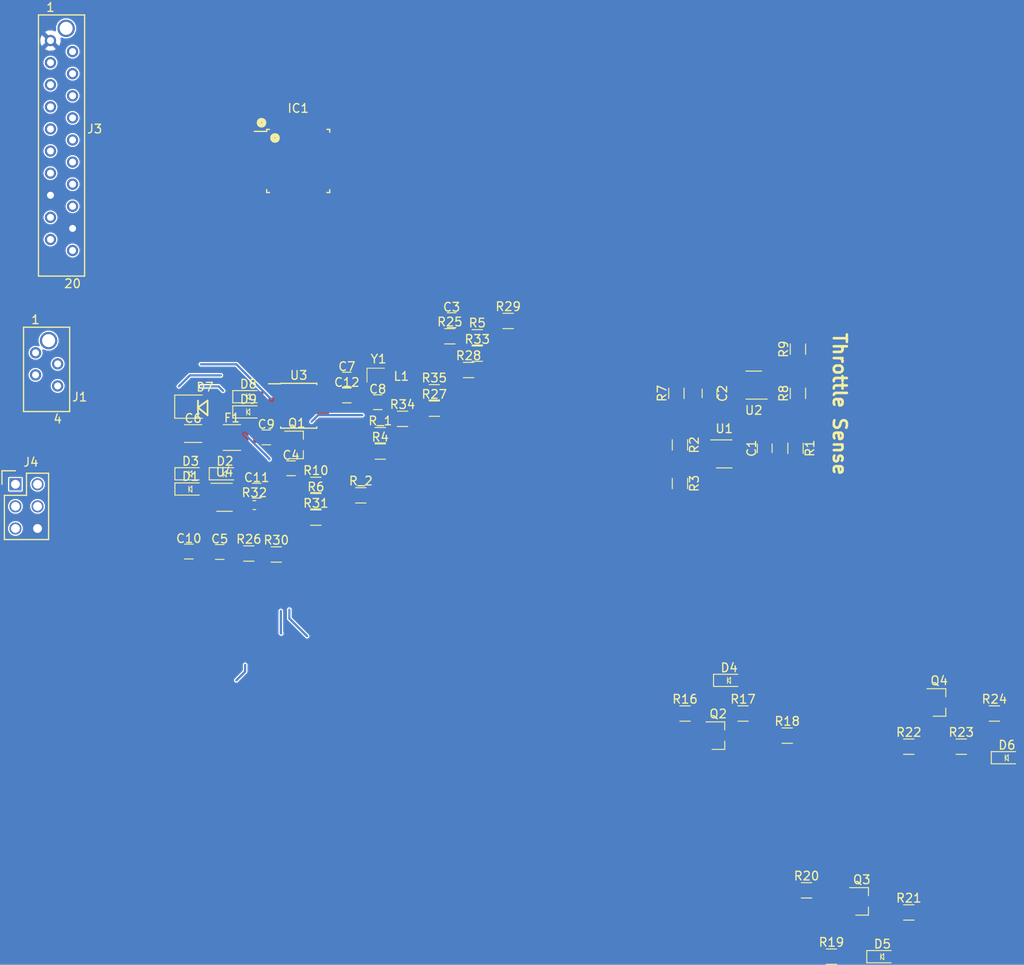
<source format=kicad_pcb>
(kicad_pcb (version 20171130) (host pcbnew 5.0.1-33cea8e~68~ubuntu18.04.1)

  (general
    (thickness 1.6)
    (drawings 1)
    (tracks 61)
    (zones 0)
    (modules 68)
    (nets 63)
  )

  (page A4)
  (layers
    (0 F.Cu signal)
    (31 B.Cu signal hide)
    (32 B.Adhes user)
    (33 F.Adhes user)
    (34 B.Paste user)
    (35 F.Paste user)
    (36 B.SilkS user hide)
    (37 F.SilkS user)
    (38 B.Mask user)
    (39 F.Mask user hide)
    (40 Dwgs.User user)
    (41 Cmts.User user)
    (42 Eco1.User user)
    (43 Eco2.User user)
    (44 Edge.Cuts user)
    (45 Margin user)
    (46 B.CrtYd user)
    (47 F.CrtYd user)
    (48 B.Fab user)
    (49 F.Fab user)
  )

  (setup
    (last_trace_width 0.254)
    (user_trace_width 0.254)
    (user_trace_width 0.508)
    (user_trace_width 0.7)
    (user_trace_width 0.762)
    (user_trace_width 0.8)
    (user_trace_width 1.016)
    (trace_clearance 0.1524)
    (zone_clearance 0.1524)
    (zone_45_only no)
    (trace_min 0.2)
    (segment_width 0.2)
    (edge_width 0.15)
    (via_size 0.6096)
    (via_drill 0.3048)
    (via_min_size 0.4)
    (via_min_drill 0.3)
    (uvia_size 0.3)
    (uvia_drill 0.1)
    (uvias_allowed no)
    (uvia_min_size 0)
    (uvia_min_drill 0)
    (pcb_text_width 0.3)
    (pcb_text_size 1.5 1.5)
    (mod_edge_width 0.15)
    (mod_text_size 1 1)
    (mod_text_width 0.15)
    (pad_size 0.7 1.3)
    (pad_drill 0)
    (pad_to_mask_clearance 0.2)
    (solder_mask_min_width 0.25)
    (aux_axis_origin 0 0)
    (visible_elements FFFFEF7F)
    (pcbplotparams
      (layerselection 0x010fc_ffffffff)
      (usegerberextensions true)
      (usegerberattributes false)
      (usegerberadvancedattributes false)
      (creategerberjobfile false)
      (excludeedgelayer true)
      (linewidth 0.100000)
      (plotframeref false)
      (viasonmask false)
      (mode 1)
      (useauxorigin false)
      (hpglpennumber 1)
      (hpglpenspeed 20)
      (hpglpendiameter 15.000000)
      (psnegative false)
      (psa4output false)
      (plotreference true)
      (plotvalue true)
      (plotinvisibletext false)
      (padsonsilk false)
      (subtractmaskfromsilk false)
      (outputformat 1)
      (mirror false)
      (drillshape 0)
      (scaleselection 1)
      (outputdirectory "Gerb/"))
  )

  (net 0 "")
  (net 1 GND)
  (net 2 VCC)
  (net 3 /MISO)
  (net 4 /RXCAN)
  (net 5 /SCK)
  (net 6 /12V_Fused)
  (net 7 "Net-(C5-Pad1)")
  (net 8 "Net-(C5-Pad2)")
  (net 9 "Net-(C11-Pad1)")
  (net 10 +12V)
  (net 11 "Net-(R3-Pad2)")
  (net 12 "Net-(C7-Pad1)")
  (net 13 "Net-(C7-Pad2)")
  (net 14 "Net-(C8-Pad1)")
  (net 15 "Net-(C10-Pad1)")
  (net 16 "Net-(D1-Pad1)")
  (net 17 /ProgrammingLED1)
  (net 18 /ProgrammingLED2)
  (net 19 "Net-(D2-Pad1)")
  (net 20 /ProgrammingLED3)
  (net 21 "Net-(D3-Pad1)")
  (net 22 "Net-(D4-Pad2)")
  (net 23 "Net-(D5-Pad2)")
  (net 24 "Net-(D6-Pad2)")
  (net 25 "Net-(D8-Pad2)")
  (net 26 "Net-(D9-Pad2)")
  (net 27 /MOSI)
  (net 28 "Net-(IC1-Pad3)")
  (net 29 /TXCAN)
  (net 30 "Net-(IC1-Pad8)")
  (net 31 "Net-(IC1-Pad9)")
  (net 32 /Drive_Mode_Out)
  (net 33 "Net-(IC1-Pad14)")
  (net 34 "Net-(IC1-Pad15)")
  (net 35 "Net-(IC1-Pad16)")
  (net 36 /Throttle1Adjusted)
  (net 37 /Throttle2Adjusted)
  (net 38 "Net-(IC1-Pad21)")
  (net 39 /ReadyToDrive_LowDrive)
  (net 40 /SS_Inertia_Out_n)
  (net 41 /SS_EStop_Out_n)
  (net 42 /SS_BOTS_Out_n)
  (net 43 "Net-(IC1-Pad29)")
  (net 44 "Net-(IC1-Pad30)")
  (net 45 /RESET)
  (net 46 "Net-(IC1-Pad32)")
  (net 47 /SS_Cockpit_EStop)
  (net 48 /SS_BOTS)
  (net 49 /SS_Inertia_Switch)
  (net 50 /RTD)
  (net 51 /GND_DriveMode)
  (net 52 /CANH)
  (net 53 /CANL)
  (net 54 /Throttle1_Right_Sense)
  (net 55 /Throttle2_Left_Sense)
  (net 56 /LED1)
  (net 57 /LED2)
  (net 58 "Net-(R2-Pad2)")
  (net 59 "Net-(R8-Pad2)")
  (net 60 "Net-(R28-Pad2)")
  (net 61 "Net-(R29-Pad1)")
  (net 62 "Net-(U3-Pad5)")

  (net_class Default "This is the default net class."
    (clearance 0.1524)
    (trace_width 0.254)
    (via_dia 0.6096)
    (via_drill 0.3048)
    (uvia_dia 0.3)
    (uvia_drill 0.1)
    (add_net +12V)
    (add_net /12V_Fused)
    (add_net /CANH)
    (add_net /CANL)
    (add_net /Drive_Mode_Out)
    (add_net /GND_DriveMode)
    (add_net /LED1)
    (add_net /LED2)
    (add_net /MISO)
    (add_net /MOSI)
    (add_net /ProgrammingLED1)
    (add_net /ProgrammingLED2)
    (add_net /ProgrammingLED3)
    (add_net /RESET)
    (add_net /RTD)
    (add_net /RXCAN)
    (add_net /ReadyToDrive_LowDrive)
    (add_net /SCK)
    (add_net /SS_BOTS)
    (add_net /SS_BOTS_Out_n)
    (add_net /SS_Cockpit_EStop)
    (add_net /SS_EStop_Out_n)
    (add_net /SS_Inertia_Out_n)
    (add_net /SS_Inertia_Switch)
    (add_net /TXCAN)
    (add_net /Throttle1Adjusted)
    (add_net /Throttle1_Right_Sense)
    (add_net /Throttle2Adjusted)
    (add_net /Throttle2_Left_Sense)
    (add_net GND)
    (add_net "Net-(C10-Pad1)")
    (add_net "Net-(C11-Pad1)")
    (add_net "Net-(C5-Pad1)")
    (add_net "Net-(C5-Pad2)")
    (add_net "Net-(C7-Pad1)")
    (add_net "Net-(C7-Pad2)")
    (add_net "Net-(C8-Pad1)")
    (add_net "Net-(D1-Pad1)")
    (add_net "Net-(D2-Pad1)")
    (add_net "Net-(D3-Pad1)")
    (add_net "Net-(D4-Pad2)")
    (add_net "Net-(D5-Pad2)")
    (add_net "Net-(D6-Pad2)")
    (add_net "Net-(D8-Pad2)")
    (add_net "Net-(D9-Pad2)")
    (add_net "Net-(IC1-Pad14)")
    (add_net "Net-(IC1-Pad15)")
    (add_net "Net-(IC1-Pad16)")
    (add_net "Net-(IC1-Pad21)")
    (add_net "Net-(IC1-Pad29)")
    (add_net "Net-(IC1-Pad3)")
    (add_net "Net-(IC1-Pad30)")
    (add_net "Net-(IC1-Pad32)")
    (add_net "Net-(IC1-Pad8)")
    (add_net "Net-(IC1-Pad9)")
    (add_net "Net-(R2-Pad2)")
    (add_net "Net-(R28-Pad2)")
    (add_net "Net-(R29-Pad1)")
    (add_net "Net-(R3-Pad2)")
    (add_net "Net-(R8-Pad2)")
    (add_net "Net-(U3-Pad5)")
    (add_net VCC)
  )

  (module footprints:C_0805_OEM (layer F.Cu) (tedit 59F250E7) (tstamp 5BEB825D)
    (at 202.2 87.63 90)
    (descr "Capacitor SMD 0805, reflow soldering, AVX (see smccp.pdf)")
    (tags "capacitor 0805")
    (path /5A79032C)
    (attr smd)
    (fp_text reference C1 (at 0 -1.5 90) (layer F.SilkS)
      (effects (font (size 1 1) (thickness 0.15)))
    )
    (fp_text value C_0.1uF (at 0 1.75 90) (layer F.Fab) hide
      (effects (font (size 1 1) (thickness 0.15)))
    )
    (fp_line (start 1.75 0.87) (end -1.75 0.87) (layer F.CrtYd) (width 0.05))
    (fp_line (start 1.75 0.87) (end 1.75 -0.88) (layer F.CrtYd) (width 0.05))
    (fp_line (start -1.75 -0.88) (end -1.75 0.87) (layer F.CrtYd) (width 0.05))
    (fp_line (start -1.75 -0.88) (end 1.75 -0.88) (layer F.CrtYd) (width 0.05))
    (fp_line (start -0.5 0.85) (end 0.5 0.85) (layer F.SilkS) (width 0.12))
    (fp_line (start 0.5 -0.85) (end -0.5 -0.85) (layer F.SilkS) (width 0.12))
    (fp_line (start -1 -0.62) (end 1 -0.62) (layer F.Fab) (width 0.1))
    (fp_line (start 1 -0.62) (end 1 0.62) (layer F.Fab) (width 0.1))
    (fp_line (start 1 0.62) (end -1 0.62) (layer F.Fab) (width 0.1))
    (fp_line (start -1 0.62) (end -1 -0.62) (layer F.Fab) (width 0.1))
    (pad 2 smd rect (at 1 0 90) (size 1 1.25) (layers F.Cu F.Paste F.Mask)
      (net 2 VCC))
    (pad 1 smd rect (at -1 0 90) (size 1 1.25) (layers F.Cu F.Paste F.Mask)
      (net 1 GND))
    (model /home/josh/Formula/OEM_Preferred_Parts/3DModels/C_0805_OEM/C_0805.wrl
      (at (xyz 0 0 0))
      (scale (xyz 1 1 1))
      (rotate (xyz 0 0 0))
    )
  )

  (module footprints:C_0805_OEM (layer F.Cu) (tedit 59F250E7) (tstamp 5BEB826D)
    (at 195.86125 81.318063 270)
    (descr "Capacitor SMD 0805, reflow soldering, AVX (see smccp.pdf)")
    (tags "capacitor 0805")
    (path /5A790AC2)
    (attr smd)
    (fp_text reference C2 (at 0 -1.5 270) (layer F.SilkS)
      (effects (font (size 1 1) (thickness 0.15)))
    )
    (fp_text value C_0.1uF (at 0 1.75 270) (layer F.Fab) hide
      (effects (font (size 1 1) (thickness 0.15)))
    )
    (fp_line (start -1 0.62) (end -1 -0.62) (layer F.Fab) (width 0.1))
    (fp_line (start 1 0.62) (end -1 0.62) (layer F.Fab) (width 0.1))
    (fp_line (start 1 -0.62) (end 1 0.62) (layer F.Fab) (width 0.1))
    (fp_line (start -1 -0.62) (end 1 -0.62) (layer F.Fab) (width 0.1))
    (fp_line (start 0.5 -0.85) (end -0.5 -0.85) (layer F.SilkS) (width 0.12))
    (fp_line (start -0.5 0.85) (end 0.5 0.85) (layer F.SilkS) (width 0.12))
    (fp_line (start -1.75 -0.88) (end 1.75 -0.88) (layer F.CrtYd) (width 0.05))
    (fp_line (start -1.75 -0.88) (end -1.75 0.87) (layer F.CrtYd) (width 0.05))
    (fp_line (start 1.75 0.87) (end 1.75 -0.88) (layer F.CrtYd) (width 0.05))
    (fp_line (start 1.75 0.87) (end -1.75 0.87) (layer F.CrtYd) (width 0.05))
    (pad 1 smd rect (at -1 0 270) (size 1 1.25) (layers F.Cu F.Paste F.Mask)
      (net 1 GND))
    (pad 2 smd rect (at 1 0 270) (size 1 1.25) (layers F.Cu F.Paste F.Mask)
      (net 2 VCC))
    (model /home/josh/Formula/OEM_Preferred_Parts/3DModels/C_0805_OEM/C_0805.wrl
      (at (xyz 0 0 0))
      (scale (xyz 1 1 1))
      (rotate (xyz 0 0 0))
    )
  )

  (module footprints:C_0805_OEM (layer F.Cu) (tedit 59F250E7) (tstamp 5BEB827D)
    (at 166.220002 72.905002)
    (descr "Capacitor SMD 0805, reflow soldering, AVX (see smccp.pdf)")
    (tags "capacitor 0805")
    (path /5BC9A063)
    (attr smd)
    (fp_text reference C3 (at 0 -1.5) (layer F.SilkS)
      (effects (font (size 1 1) (thickness 0.15)))
    )
    (fp_text value C_0.1uF (at 0 1.75) (layer F.Fab) hide
      (effects (font (size 1 1) (thickness 0.15)))
    )
    (fp_line (start -1 0.62) (end -1 -0.62) (layer F.Fab) (width 0.1))
    (fp_line (start 1 0.62) (end -1 0.62) (layer F.Fab) (width 0.1))
    (fp_line (start 1 -0.62) (end 1 0.62) (layer F.Fab) (width 0.1))
    (fp_line (start -1 -0.62) (end 1 -0.62) (layer F.Fab) (width 0.1))
    (fp_line (start 0.5 -0.85) (end -0.5 -0.85) (layer F.SilkS) (width 0.12))
    (fp_line (start -0.5 0.85) (end 0.5 0.85) (layer F.SilkS) (width 0.12))
    (fp_line (start -1.75 -0.88) (end 1.75 -0.88) (layer F.CrtYd) (width 0.05))
    (fp_line (start -1.75 -0.88) (end -1.75 0.87) (layer F.CrtYd) (width 0.05))
    (fp_line (start 1.75 0.87) (end 1.75 -0.88) (layer F.CrtYd) (width 0.05))
    (fp_line (start 1.75 0.87) (end -1.75 0.87) (layer F.CrtYd) (width 0.05))
    (pad 1 smd rect (at -1 0) (size 1 1.25) (layers F.Cu F.Paste F.Mask)
      (net 2 VCC))
    (pad 2 smd rect (at 1 0) (size 1 1.25) (layers F.Cu F.Paste F.Mask)
      (net 1 GND))
    (model /home/josh/Formula/OEM_Preferred_Parts/3DModels/C_0805_OEM/C_0805.wrl
      (at (xyz 0 0 0))
      (scale (xyz 1 1 1))
      (rotate (xyz 0 0 0))
    )
  )

  (module footprints:C_0805_OEM (layer F.Cu) (tedit 59F250E7) (tstamp 5BEB828D)
    (at 147.770002 89.925002)
    (descr "Capacitor SMD 0805, reflow soldering, AVX (see smccp.pdf)")
    (tags "capacitor 0805")
    (path /59E06957)
    (attr smd)
    (fp_text reference C4 (at 0 -1.5) (layer F.SilkS)
      (effects (font (size 1 1) (thickness 0.15)))
    )
    (fp_text value C_0.1uF (at 0 1.75) (layer F.Fab) hide
      (effects (font (size 1 1) (thickness 0.15)))
    )
    (fp_line (start 1.75 0.87) (end -1.75 0.87) (layer F.CrtYd) (width 0.05))
    (fp_line (start 1.75 0.87) (end 1.75 -0.88) (layer F.CrtYd) (width 0.05))
    (fp_line (start -1.75 -0.88) (end -1.75 0.87) (layer F.CrtYd) (width 0.05))
    (fp_line (start -1.75 -0.88) (end 1.75 -0.88) (layer F.CrtYd) (width 0.05))
    (fp_line (start -0.5 0.85) (end 0.5 0.85) (layer F.SilkS) (width 0.12))
    (fp_line (start 0.5 -0.85) (end -0.5 -0.85) (layer F.SilkS) (width 0.12))
    (fp_line (start -1 -0.62) (end 1 -0.62) (layer F.Fab) (width 0.1))
    (fp_line (start 1 -0.62) (end 1 0.62) (layer F.Fab) (width 0.1))
    (fp_line (start 1 0.62) (end -1 0.62) (layer F.Fab) (width 0.1))
    (fp_line (start -1 0.62) (end -1 -0.62) (layer F.Fab) (width 0.1))
    (pad 2 smd rect (at 1 0) (size 1 1.25) (layers F.Cu F.Paste F.Mask)
      (net 1 GND))
    (pad 1 smd rect (at -1 0) (size 1 1.25) (layers F.Cu F.Paste F.Mask)
      (net 2 VCC))
    (model /home/josh/Formula/OEM_Preferred_Parts/3DModels/C_0805_OEM/C_0805.wrl
      (at (xyz 0 0 0))
      (scale (xyz 1 1 1))
      (rotate (xyz 0 0 0))
    )
  )

  (module footprints:C_0805_OEM (layer F.Cu) (tedit 59F250E7) (tstamp 5BEB829D)
    (at 139.570002 99.545002)
    (descr "Capacitor SMD 0805, reflow soldering, AVX (see smccp.pdf)")
    (tags "capacitor 0805")
    (path /59E06E67)
    (attr smd)
    (fp_text reference C5 (at 0 -1.5) (layer F.SilkS)
      (effects (font (size 1 1) (thickness 0.15)))
    )
    (fp_text value C_100pF (at 0 1.75) (layer F.Fab) hide
      (effects (font (size 1 1) (thickness 0.15)))
    )
    (fp_line (start -1 0.62) (end -1 -0.62) (layer F.Fab) (width 0.1))
    (fp_line (start 1 0.62) (end -1 0.62) (layer F.Fab) (width 0.1))
    (fp_line (start 1 -0.62) (end 1 0.62) (layer F.Fab) (width 0.1))
    (fp_line (start -1 -0.62) (end 1 -0.62) (layer F.Fab) (width 0.1))
    (fp_line (start 0.5 -0.85) (end -0.5 -0.85) (layer F.SilkS) (width 0.12))
    (fp_line (start -0.5 0.85) (end 0.5 0.85) (layer F.SilkS) (width 0.12))
    (fp_line (start -1.75 -0.88) (end 1.75 -0.88) (layer F.CrtYd) (width 0.05))
    (fp_line (start -1.75 -0.88) (end -1.75 0.87) (layer F.CrtYd) (width 0.05))
    (fp_line (start 1.75 0.87) (end 1.75 -0.88) (layer F.CrtYd) (width 0.05))
    (fp_line (start 1.75 0.87) (end -1.75 0.87) (layer F.CrtYd) (width 0.05))
    (pad 1 smd rect (at -1 0) (size 1 1.25) (layers F.Cu F.Paste F.Mask)
      (net 7 "Net-(C5-Pad1)"))
    (pad 2 smd rect (at 1 0) (size 1 1.25) (layers F.Cu F.Paste F.Mask)
      (net 1 GND))
    (model /home/josh/Formula/OEM_Preferred_Parts/3DModels/C_0805_OEM/C_0805.wrl
      (at (xyz 0 0 0))
      (scale (xyz 1 1 1))
      (rotate (xyz 0 0 0))
    )
  )

  (module footprints:C_1206_OEM (layer F.Cu) (tedit 59F253AA) (tstamp 5BEB82AD)
    (at 136.520002 85.935002)
    (descr "Capacitor SMD 1206, reflow soldering, AVX (see smccp.pdf)")
    (tags "capacitor 1206")
    (path /5BC9A05B)
    (attr smd)
    (fp_text reference C6 (at 0 -1.75) (layer F.SilkS)
      (effects (font (size 1 1) (thickness 0.15)))
    )
    (fp_text value C_22uF (at 0 2) (layer F.Fab) hide
      (effects (font (size 1 1) (thickness 0.15)))
    )
    (fp_line (start -1.6 0.8) (end -1.6 -0.8) (layer F.Fab) (width 0.1))
    (fp_line (start 1.6 0.8) (end -1.6 0.8) (layer F.Fab) (width 0.1))
    (fp_line (start 1.6 -0.8) (end 1.6 0.8) (layer F.Fab) (width 0.1))
    (fp_line (start -1.6 -0.8) (end 1.6 -0.8) (layer F.Fab) (width 0.1))
    (fp_line (start 1 -1.02) (end -1 -1.02) (layer F.SilkS) (width 0.12))
    (fp_line (start -1 1.02) (end 1 1.02) (layer F.SilkS) (width 0.12))
    (fp_line (start -2.25 -1.05) (end 2.25 -1.05) (layer F.CrtYd) (width 0.05))
    (fp_line (start -2.25 -1.05) (end -2.25 1.05) (layer F.CrtYd) (width 0.05))
    (fp_line (start 2.25 1.05) (end 2.25 -1.05) (layer F.CrtYd) (width 0.05))
    (fp_line (start 2.25 1.05) (end -2.25 1.05) (layer F.CrtYd) (width 0.05))
    (pad 1 smd rect (at -1.5 0) (size 1 1.6) (layers F.Cu F.Paste F.Mask)
      (net 6 /12V_Fused))
    (pad 2 smd rect (at 1.5 0) (size 1 1.6) (layers F.Cu F.Paste F.Mask)
      (net 1 GND))
    (model Capacitors_SMD.3dshapes/C_1206.wrl
      (at (xyz 0 0 0))
      (scale (xyz 1 1 1))
      (rotate (xyz 0 0 0))
    )
  )

  (module footprints:C_0805_OEM (layer F.Cu) (tedit 59F250E7) (tstamp 5BEB82BD)
    (at 154.180002 79.735002)
    (descr "Capacitor SMD 0805, reflow soldering, AVX (see smccp.pdf)")
    (tags "capacitor 0805")
    (path /5BC9A05A)
    (attr smd)
    (fp_text reference C7 (at 0 -1.5) (layer F.SilkS)
      (effects (font (size 1 1) (thickness 0.15)))
    )
    (fp_text value C_0.1uF (at 0 1.75) (layer F.Fab) hide
      (effects (font (size 1 1) (thickness 0.15)))
    )
    (fp_line (start -1 0.62) (end -1 -0.62) (layer F.Fab) (width 0.1))
    (fp_line (start 1 0.62) (end -1 0.62) (layer F.Fab) (width 0.1))
    (fp_line (start 1 -0.62) (end 1 0.62) (layer F.Fab) (width 0.1))
    (fp_line (start -1 -0.62) (end 1 -0.62) (layer F.Fab) (width 0.1))
    (fp_line (start 0.5 -0.85) (end -0.5 -0.85) (layer F.SilkS) (width 0.12))
    (fp_line (start -0.5 0.85) (end 0.5 0.85) (layer F.SilkS) (width 0.12))
    (fp_line (start -1.75 -0.88) (end 1.75 -0.88) (layer F.CrtYd) (width 0.05))
    (fp_line (start -1.75 -0.88) (end -1.75 0.87) (layer F.CrtYd) (width 0.05))
    (fp_line (start 1.75 0.87) (end 1.75 -0.88) (layer F.CrtYd) (width 0.05))
    (fp_line (start 1.75 0.87) (end -1.75 0.87) (layer F.CrtYd) (width 0.05))
    (pad 1 smd rect (at -1 0) (size 1 1.25) (layers F.Cu F.Paste F.Mask)
      (net 12 "Net-(C7-Pad1)"))
    (pad 2 smd rect (at 1 0) (size 1 1.25) (layers F.Cu F.Paste F.Mask)
      (net 13 "Net-(C7-Pad2)"))
    (model /home/josh/Formula/OEM_Preferred_Parts/3DModels/C_0805_OEM/C_0805.wrl
      (at (xyz 0 0 0))
      (scale (xyz 1 1 1))
      (rotate (xyz 0 0 0))
    )
  )

  (module footprints:C_0805_OEM (layer F.Cu) (tedit 59F250E7) (tstamp 5BEB82CD)
    (at 157.730002 82.335002)
    (descr "Capacitor SMD 0805, reflow soldering, AVX (see smccp.pdf)")
    (tags "capacitor 0805")
    (path /5BC9A068)
    (attr smd)
    (fp_text reference C8 (at 0 -1.5) (layer F.SilkS)
      (effects (font (size 1 1) (thickness 0.15)))
    )
    (fp_text value C_30pF (at 0 1.75) (layer F.Fab) hide
      (effects (font (size 1 1) (thickness 0.15)))
    )
    (fp_line (start -1 0.62) (end -1 -0.62) (layer F.Fab) (width 0.1))
    (fp_line (start 1 0.62) (end -1 0.62) (layer F.Fab) (width 0.1))
    (fp_line (start 1 -0.62) (end 1 0.62) (layer F.Fab) (width 0.1))
    (fp_line (start -1 -0.62) (end 1 -0.62) (layer F.Fab) (width 0.1))
    (fp_line (start 0.5 -0.85) (end -0.5 -0.85) (layer F.SilkS) (width 0.12))
    (fp_line (start -0.5 0.85) (end 0.5 0.85) (layer F.SilkS) (width 0.12))
    (fp_line (start -1.75 -0.88) (end 1.75 -0.88) (layer F.CrtYd) (width 0.05))
    (fp_line (start -1.75 -0.88) (end -1.75 0.87) (layer F.CrtYd) (width 0.05))
    (fp_line (start 1.75 0.87) (end 1.75 -0.88) (layer F.CrtYd) (width 0.05))
    (fp_line (start 1.75 0.87) (end -1.75 0.87) (layer F.CrtYd) (width 0.05))
    (pad 1 smd rect (at -1 0) (size 1 1.25) (layers F.Cu F.Paste F.Mask)
      (net 14 "Net-(C8-Pad1)"))
    (pad 2 smd rect (at 1 0) (size 1 1.25) (layers F.Cu F.Paste F.Mask)
      (net 1 GND))
    (model /home/josh/Formula/OEM_Preferred_Parts/3DModels/C_0805_OEM/C_0805.wrl
      (at (xyz 0 0 0))
      (scale (xyz 1 1 1))
      (rotate (xyz 0 0 0))
    )
  )

  (module footprints:C_0805_OEM (layer F.Cu) (tedit 59F250E7) (tstamp 5BEB82DD)
    (at 144.920002 86.375002)
    (descr "Capacitor SMD 0805, reflow soldering, AVX (see smccp.pdf)")
    (tags "capacitor 0805")
    (path /5BC9A05C)
    (attr smd)
    (fp_text reference C9 (at 0 -1.5) (layer F.SilkS)
      (effects (font (size 1 1) (thickness 0.15)))
    )
    (fp_text value C_47uF (at 0 1.75) (layer F.Fab) hide
      (effects (font (size 1 1) (thickness 0.15)))
    )
    (fp_line (start 1.75 0.87) (end -1.75 0.87) (layer F.CrtYd) (width 0.05))
    (fp_line (start 1.75 0.87) (end 1.75 -0.88) (layer F.CrtYd) (width 0.05))
    (fp_line (start -1.75 -0.88) (end -1.75 0.87) (layer F.CrtYd) (width 0.05))
    (fp_line (start -1.75 -0.88) (end 1.75 -0.88) (layer F.CrtYd) (width 0.05))
    (fp_line (start -0.5 0.85) (end 0.5 0.85) (layer F.SilkS) (width 0.12))
    (fp_line (start 0.5 -0.85) (end -0.5 -0.85) (layer F.SilkS) (width 0.12))
    (fp_line (start -1 -0.62) (end 1 -0.62) (layer F.Fab) (width 0.1))
    (fp_line (start 1 -0.62) (end 1 0.62) (layer F.Fab) (width 0.1))
    (fp_line (start 1 0.62) (end -1 0.62) (layer F.Fab) (width 0.1))
    (fp_line (start -1 0.62) (end -1 -0.62) (layer F.Fab) (width 0.1))
    (pad 2 smd rect (at 1 0) (size 1 1.25) (layers F.Cu F.Paste F.Mask)
      (net 1 GND))
    (pad 1 smd rect (at -1 0) (size 1 1.25) (layers F.Cu F.Paste F.Mask)
      (net 9 "Net-(C11-Pad1)"))
    (model /home/josh/Formula/OEM_Preferred_Parts/3DModels/C_0805_OEM/C_0805.wrl
      (at (xyz 0 0 0))
      (scale (xyz 1 1 1))
      (rotate (xyz 0 0 0))
    )
  )

  (module footprints:C_0805_OEM (layer F.Cu) (tedit 59F250E7) (tstamp 5BEB82ED)
    (at 136.020002 99.495002)
    (descr "Capacitor SMD 0805, reflow soldering, AVX (see smccp.pdf)")
    (tags "capacitor 0805")
    (path /5BC9A067)
    (attr smd)
    (fp_text reference C10 (at 0 -1.5) (layer F.SilkS)
      (effects (font (size 1 1) (thickness 0.15)))
    )
    (fp_text value C_30pF (at 0 1.75) (layer F.Fab) hide
      (effects (font (size 1 1) (thickness 0.15)))
    )
    (fp_line (start 1.75 0.87) (end -1.75 0.87) (layer F.CrtYd) (width 0.05))
    (fp_line (start 1.75 0.87) (end 1.75 -0.88) (layer F.CrtYd) (width 0.05))
    (fp_line (start -1.75 -0.88) (end -1.75 0.87) (layer F.CrtYd) (width 0.05))
    (fp_line (start -1.75 -0.88) (end 1.75 -0.88) (layer F.CrtYd) (width 0.05))
    (fp_line (start -0.5 0.85) (end 0.5 0.85) (layer F.SilkS) (width 0.12))
    (fp_line (start 0.5 -0.85) (end -0.5 -0.85) (layer F.SilkS) (width 0.12))
    (fp_line (start -1 -0.62) (end 1 -0.62) (layer F.Fab) (width 0.1))
    (fp_line (start 1 -0.62) (end 1 0.62) (layer F.Fab) (width 0.1))
    (fp_line (start 1 0.62) (end -1 0.62) (layer F.Fab) (width 0.1))
    (fp_line (start -1 0.62) (end -1 -0.62) (layer F.Fab) (width 0.1))
    (pad 2 smd rect (at 1 0) (size 1 1.25) (layers F.Cu F.Paste F.Mask)
      (net 1 GND))
    (pad 1 smd rect (at -1 0) (size 1 1.25) (layers F.Cu F.Paste F.Mask)
      (net 15 "Net-(C10-Pad1)"))
    (model /home/josh/Formula/OEM_Preferred_Parts/3DModels/C_0805_OEM/C_0805.wrl
      (at (xyz 0 0 0))
      (scale (xyz 1 1 1))
      (rotate (xyz 0 0 0))
    )
  )

  (module footprints:C_0805_OEM (layer F.Cu) (tedit 59F250E7) (tstamp 5BEB82FD)
    (at 143.820002 92.495002)
    (descr "Capacitor SMD 0805, reflow soldering, AVX (see smccp.pdf)")
    (tags "capacitor 0805")
    (path /5A79269E)
    (attr smd)
    (fp_text reference C11 (at 0 -1.5) (layer F.SilkS)
      (effects (font (size 1 1) (thickness 0.15)))
    )
    (fp_text value C_1uF (at 0 1.75) (layer F.Fab) hide
      (effects (font (size 1 1) (thickness 0.15)))
    )
    (fp_line (start 1.75 0.87) (end -1.75 0.87) (layer F.CrtYd) (width 0.05))
    (fp_line (start 1.75 0.87) (end 1.75 -0.88) (layer F.CrtYd) (width 0.05))
    (fp_line (start -1.75 -0.88) (end -1.75 0.87) (layer F.CrtYd) (width 0.05))
    (fp_line (start -1.75 -0.88) (end 1.75 -0.88) (layer F.CrtYd) (width 0.05))
    (fp_line (start -0.5 0.85) (end 0.5 0.85) (layer F.SilkS) (width 0.12))
    (fp_line (start 0.5 -0.85) (end -0.5 -0.85) (layer F.SilkS) (width 0.12))
    (fp_line (start -1 -0.62) (end 1 -0.62) (layer F.Fab) (width 0.1))
    (fp_line (start 1 -0.62) (end 1 0.62) (layer F.Fab) (width 0.1))
    (fp_line (start 1 0.62) (end -1 0.62) (layer F.Fab) (width 0.1))
    (fp_line (start -1 0.62) (end -1 -0.62) (layer F.Fab) (width 0.1))
    (pad 2 smd rect (at 1 0) (size 1 1.25) (layers F.Cu F.Paste F.Mask)
      (net 1 GND))
    (pad 1 smd rect (at -1 0) (size 1 1.25) (layers F.Cu F.Paste F.Mask)
      (net 9 "Net-(C11-Pad1)"))
    (model /home/josh/Formula/OEM_Preferred_Parts/3DModels/C_0805_OEM/C_0805.wrl
      (at (xyz 0 0 0))
      (scale (xyz 1 1 1))
      (rotate (xyz 0 0 0))
    )
  )

  (module footprints:C_0805_OEM (layer F.Cu) (tedit 59F250E7) (tstamp 5BEB830D)
    (at 154.180002 81.555002)
    (descr "Capacitor SMD 0805, reflow soldering, AVX (see smccp.pdf)")
    (tags "capacitor 0805")
    (path /5A79252F)
    (attr smd)
    (fp_text reference C12 (at 0 -1.5) (layer F.SilkS)
      (effects (font (size 1 1) (thickness 0.15)))
    )
    (fp_text value C_0.1uF (at 0 1.75) (layer F.Fab) hide
      (effects (font (size 1 1) (thickness 0.15)))
    )
    (fp_line (start -1 0.62) (end -1 -0.62) (layer F.Fab) (width 0.1))
    (fp_line (start 1 0.62) (end -1 0.62) (layer F.Fab) (width 0.1))
    (fp_line (start 1 -0.62) (end 1 0.62) (layer F.Fab) (width 0.1))
    (fp_line (start -1 -0.62) (end 1 -0.62) (layer F.Fab) (width 0.1))
    (fp_line (start 0.5 -0.85) (end -0.5 -0.85) (layer F.SilkS) (width 0.12))
    (fp_line (start -0.5 0.85) (end 0.5 0.85) (layer F.SilkS) (width 0.12))
    (fp_line (start -1.75 -0.88) (end 1.75 -0.88) (layer F.CrtYd) (width 0.05))
    (fp_line (start -1.75 -0.88) (end -1.75 0.87) (layer F.CrtYd) (width 0.05))
    (fp_line (start 1.75 0.87) (end 1.75 -0.88) (layer F.CrtYd) (width 0.05))
    (fp_line (start 1.75 0.87) (end -1.75 0.87) (layer F.CrtYd) (width 0.05))
    (pad 1 smd rect (at -1 0) (size 1 1.25) (layers F.Cu F.Paste F.Mask)
      (net 9 "Net-(C11-Pad1)"))
    (pad 2 smd rect (at 1 0) (size 1 1.25) (layers F.Cu F.Paste F.Mask)
      (net 1 GND))
    (model /home/josh/Formula/OEM_Preferred_Parts/3DModels/C_0805_OEM/C_0805.wrl
      (at (xyz 0 0 0))
      (scale (xyz 1 1 1))
      (rotate (xyz 0 0 0))
    )
  )

  (module footprints:LED_0805_OEM (layer F.Cu) (tedit 5A5B129D) (tstamp 5BEB8326)
    (at 136.220002 92.310002)
    (descr "LED 0805 smd package")
    (tags "LED led 0805 SMD smd SMT smt smdled SMDLED smtled SMTLED")
    (path /59E8D627)
    (attr smd)
    (fp_text reference D1 (at 0 -1.45) (layer F.SilkS)
      (effects (font (size 1 1) (thickness 0.15)))
    )
    (fp_text value LED_0805 (at 0.508 2.032) (layer F.Fab) hide
      (effects (font (size 1 1) (thickness 0.15)))
    )
    (fp_line (start -1.95 -0.85) (end 1.95 -0.85) (layer F.CrtYd) (width 0.05))
    (fp_line (start -1.95 0.85) (end -1.95 -0.85) (layer F.CrtYd) (width 0.05))
    (fp_line (start 1.95 0.85) (end -1.95 0.85) (layer F.CrtYd) (width 0.05))
    (fp_line (start 1.95 -0.85) (end 1.95 0.85) (layer F.CrtYd) (width 0.05))
    (fp_line (start -1.8 -0.7) (end 1 -0.7) (layer F.SilkS) (width 0.12))
    (fp_line (start -1.8 0.7) (end 1 0.7) (layer F.SilkS) (width 0.12))
    (fp_line (start -1 0.6) (end -1 -0.6) (layer F.Fab) (width 0.1))
    (fp_line (start -1 -0.6) (end 1 -0.6) (layer F.Fab) (width 0.1))
    (fp_line (start 1 -0.6) (end 1 0.6) (layer F.Fab) (width 0.1))
    (fp_line (start 1 0.6) (end -1 0.6) (layer F.Fab) (width 0.1))
    (fp_line (start -1.8 -0.7) (end -1.8 0.7) (layer F.SilkS) (width 0.12))
    (fp_line (start -0.2 0) (end 0.1 -0.3) (layer F.SilkS) (width 0.1))
    (fp_line (start 0.1 -0.3) (end 0.15 -0.35) (layer F.SilkS) (width 0.1))
    (fp_line (start 0.15 -0.35) (end 0.15 0.3) (layer F.SilkS) (width 0.1))
    (fp_line (start 0.15 0.35) (end 0.15 0.3) (layer F.SilkS) (width 0.1))
    (fp_line (start 0.15 0.3) (end 0.15 0.35) (layer F.SilkS) (width 0.1))
    (fp_line (start 0.15 0.35) (end -0.2 0) (layer F.SilkS) (width 0.1))
    (fp_line (start -0.2 0) (end -0.2 -0.35) (layer F.SilkS) (width 0.1))
    (fp_line (start -0.2 0.35) (end -0.2 0) (layer F.SilkS) (width 0.1))
    (pad 1 smd rect (at -1.1 0 180) (size 1.2 1.2) (layers F.Cu F.Paste F.Mask)
      (net 16 "Net-(D1-Pad1)"))
    (pad 2 smd rect (at 1.1 0 180) (size 1.2 1.2) (layers F.Cu F.Paste F.Mask)
      (net 17 /ProgrammingLED1))
    (model "/home/josh/Formula/OEM_Preferred_Parts/3DModels/LED_0805/LED 0805 Base GREEN001_sp.wrl"
      (at (xyz 0 0 0))
      (scale (xyz 1 1 1))
      (rotate (xyz 0 0 180))
    )
  )

  (module footprints:LED_0805_OEM (layer F.Cu) (tedit 5A5B129D) (tstamp 5BEB833F)
    (at 140.170002 90.560002)
    (descr "LED 0805 smd package")
    (tags "LED led 0805 SMD smd SMT smt smdled SMDLED smtled SMTLED")
    (path /59E8D8C7)
    (attr smd)
    (fp_text reference D2 (at 0 -1.45) (layer F.SilkS)
      (effects (font (size 1 1) (thickness 0.15)))
    )
    (fp_text value LED_0805 (at 0.508 2.032) (layer F.Fab) hide
      (effects (font (size 1 1) (thickness 0.15)))
    )
    (fp_line (start -0.2 0.35) (end -0.2 0) (layer F.SilkS) (width 0.1))
    (fp_line (start -0.2 0) (end -0.2 -0.35) (layer F.SilkS) (width 0.1))
    (fp_line (start 0.15 0.35) (end -0.2 0) (layer F.SilkS) (width 0.1))
    (fp_line (start 0.15 0.3) (end 0.15 0.35) (layer F.SilkS) (width 0.1))
    (fp_line (start 0.15 0.35) (end 0.15 0.3) (layer F.SilkS) (width 0.1))
    (fp_line (start 0.15 -0.35) (end 0.15 0.3) (layer F.SilkS) (width 0.1))
    (fp_line (start 0.1 -0.3) (end 0.15 -0.35) (layer F.SilkS) (width 0.1))
    (fp_line (start -0.2 0) (end 0.1 -0.3) (layer F.SilkS) (width 0.1))
    (fp_line (start -1.8 -0.7) (end -1.8 0.7) (layer F.SilkS) (width 0.12))
    (fp_line (start 1 0.6) (end -1 0.6) (layer F.Fab) (width 0.1))
    (fp_line (start 1 -0.6) (end 1 0.6) (layer F.Fab) (width 0.1))
    (fp_line (start -1 -0.6) (end 1 -0.6) (layer F.Fab) (width 0.1))
    (fp_line (start -1 0.6) (end -1 -0.6) (layer F.Fab) (width 0.1))
    (fp_line (start -1.8 0.7) (end 1 0.7) (layer F.SilkS) (width 0.12))
    (fp_line (start -1.8 -0.7) (end 1 -0.7) (layer F.SilkS) (width 0.12))
    (fp_line (start 1.95 -0.85) (end 1.95 0.85) (layer F.CrtYd) (width 0.05))
    (fp_line (start 1.95 0.85) (end -1.95 0.85) (layer F.CrtYd) (width 0.05))
    (fp_line (start -1.95 0.85) (end -1.95 -0.85) (layer F.CrtYd) (width 0.05))
    (fp_line (start -1.95 -0.85) (end 1.95 -0.85) (layer F.CrtYd) (width 0.05))
    (pad 2 smd rect (at 1.1 0 180) (size 1.2 1.2) (layers F.Cu F.Paste F.Mask)
      (net 18 /ProgrammingLED2))
    (pad 1 smd rect (at -1.1 0 180) (size 1.2 1.2) (layers F.Cu F.Paste F.Mask)
      (net 19 "Net-(D2-Pad1)"))
    (model "/home/josh/Formula/OEM_Preferred_Parts/3DModels/LED_0805/LED 0805 Base GREEN001_sp.wrl"
      (at (xyz 0 0 0))
      (scale (xyz 1 1 1))
      (rotate (xyz 0 0 180))
    )
  )

  (module footprints:LED_0805_OEM (layer F.Cu) (tedit 5A5B129D) (tstamp 5BEB8358)
    (at 136.220002 90.560002)
    (descr "LED 0805 smd package")
    (tags "LED led 0805 SMD smd SMT smt smdled SMDLED smtled SMTLED")
    (path /59E8D6FE)
    (attr smd)
    (fp_text reference D3 (at 0 -1.45) (layer F.SilkS)
      (effects (font (size 1 1) (thickness 0.15)))
    )
    (fp_text value LED_0805 (at 0.508 2.032) (layer F.Fab) hide
      (effects (font (size 1 1) (thickness 0.15)))
    )
    (fp_line (start -0.2 0.35) (end -0.2 0) (layer F.SilkS) (width 0.1))
    (fp_line (start -0.2 0) (end -0.2 -0.35) (layer F.SilkS) (width 0.1))
    (fp_line (start 0.15 0.35) (end -0.2 0) (layer F.SilkS) (width 0.1))
    (fp_line (start 0.15 0.3) (end 0.15 0.35) (layer F.SilkS) (width 0.1))
    (fp_line (start 0.15 0.35) (end 0.15 0.3) (layer F.SilkS) (width 0.1))
    (fp_line (start 0.15 -0.35) (end 0.15 0.3) (layer F.SilkS) (width 0.1))
    (fp_line (start 0.1 -0.3) (end 0.15 -0.35) (layer F.SilkS) (width 0.1))
    (fp_line (start -0.2 0) (end 0.1 -0.3) (layer F.SilkS) (width 0.1))
    (fp_line (start -1.8 -0.7) (end -1.8 0.7) (layer F.SilkS) (width 0.12))
    (fp_line (start 1 0.6) (end -1 0.6) (layer F.Fab) (width 0.1))
    (fp_line (start 1 -0.6) (end 1 0.6) (layer F.Fab) (width 0.1))
    (fp_line (start -1 -0.6) (end 1 -0.6) (layer F.Fab) (width 0.1))
    (fp_line (start -1 0.6) (end -1 -0.6) (layer F.Fab) (width 0.1))
    (fp_line (start -1.8 0.7) (end 1 0.7) (layer F.SilkS) (width 0.12))
    (fp_line (start -1.8 -0.7) (end 1 -0.7) (layer F.SilkS) (width 0.12))
    (fp_line (start 1.95 -0.85) (end 1.95 0.85) (layer F.CrtYd) (width 0.05))
    (fp_line (start 1.95 0.85) (end -1.95 0.85) (layer F.CrtYd) (width 0.05))
    (fp_line (start -1.95 0.85) (end -1.95 -0.85) (layer F.CrtYd) (width 0.05))
    (fp_line (start -1.95 -0.85) (end 1.95 -0.85) (layer F.CrtYd) (width 0.05))
    (pad 2 smd rect (at 1.1 0 180) (size 1.2 1.2) (layers F.Cu F.Paste F.Mask)
      (net 20 /ProgrammingLED3))
    (pad 1 smd rect (at -1.1 0 180) (size 1.2 1.2) (layers F.Cu F.Paste F.Mask)
      (net 21 "Net-(D3-Pad1)"))
    (model "/home/josh/Formula/OEM_Preferred_Parts/3DModels/LED_0805/LED 0805 Base GREEN001_sp.wrl"
      (at (xyz 0 0 0))
      (scale (xyz 1 1 1))
      (rotate (xyz 0 0 180))
    )
  )

  (module footprints:LED_0805_OEM (layer F.Cu) (tedit 5A5B129D) (tstamp 5BEB8371)
    (at 198.12 114.3)
    (descr "LED 0805 smd package")
    (tags "LED led 0805 SMD smd SMT smt smdled SMDLED smtled SMTLED")
    (path /59E970E3)
    (attr smd)
    (fp_text reference D4 (at 0 -1.45) (layer F.SilkS)
      (effects (font (size 1 1) (thickness 0.15)))
    )
    (fp_text value LED_0805 (at 0.508 2.032) (layer F.Fab) hide
      (effects (font (size 1 1) (thickness 0.15)))
    )
    (fp_line (start -0.2 0.35) (end -0.2 0) (layer F.SilkS) (width 0.1))
    (fp_line (start -0.2 0) (end -0.2 -0.35) (layer F.SilkS) (width 0.1))
    (fp_line (start 0.15 0.35) (end -0.2 0) (layer F.SilkS) (width 0.1))
    (fp_line (start 0.15 0.3) (end 0.15 0.35) (layer F.SilkS) (width 0.1))
    (fp_line (start 0.15 0.35) (end 0.15 0.3) (layer F.SilkS) (width 0.1))
    (fp_line (start 0.15 -0.35) (end 0.15 0.3) (layer F.SilkS) (width 0.1))
    (fp_line (start 0.1 -0.3) (end 0.15 -0.35) (layer F.SilkS) (width 0.1))
    (fp_line (start -0.2 0) (end 0.1 -0.3) (layer F.SilkS) (width 0.1))
    (fp_line (start -1.8 -0.7) (end -1.8 0.7) (layer F.SilkS) (width 0.12))
    (fp_line (start 1 0.6) (end -1 0.6) (layer F.Fab) (width 0.1))
    (fp_line (start 1 -0.6) (end 1 0.6) (layer F.Fab) (width 0.1))
    (fp_line (start -1 -0.6) (end 1 -0.6) (layer F.Fab) (width 0.1))
    (fp_line (start -1 0.6) (end -1 -0.6) (layer F.Fab) (width 0.1))
    (fp_line (start -1.8 0.7) (end 1 0.7) (layer F.SilkS) (width 0.12))
    (fp_line (start -1.8 -0.7) (end 1 -0.7) (layer F.SilkS) (width 0.12))
    (fp_line (start 1.95 -0.85) (end 1.95 0.85) (layer F.CrtYd) (width 0.05))
    (fp_line (start 1.95 0.85) (end -1.95 0.85) (layer F.CrtYd) (width 0.05))
    (fp_line (start -1.95 0.85) (end -1.95 -0.85) (layer F.CrtYd) (width 0.05))
    (fp_line (start -1.95 -0.85) (end 1.95 -0.85) (layer F.CrtYd) (width 0.05))
    (pad 2 smd rect (at 1.1 0 180) (size 1.2 1.2) (layers F.Cu F.Paste F.Mask)
      (net 22 "Net-(D4-Pad2)"))
    (pad 1 smd rect (at -1.1 0 180) (size 1.2 1.2) (layers F.Cu F.Paste F.Mask)
      (net 1 GND))
    (model "/home/josh/Formula/OEM_Preferred_Parts/3DModels/LED_0805/LED 0805 Base GREEN001_sp.wrl"
      (at (xyz 0 0 0))
      (scale (xyz 1 1 1))
      (rotate (xyz 0 0 180))
    )
  )

  (module footprints:LED_0805_OEM (layer F.Cu) (tedit 5A5B129D) (tstamp 5BEB838A)
    (at 215.73 146.05)
    (descr "LED 0805 smd package")
    (tags "LED led 0805 SMD smd SMT smt smdled SMDLED smtled SMTLED")
    (path /59E96CB1)
    (attr smd)
    (fp_text reference D5 (at 0 -1.45) (layer F.SilkS)
      (effects (font (size 1 1) (thickness 0.15)))
    )
    (fp_text value LED_0805 (at 0.508 2.032) (layer F.Fab) hide
      (effects (font (size 1 1) (thickness 0.15)))
    )
    (fp_line (start -1.95 -0.85) (end 1.95 -0.85) (layer F.CrtYd) (width 0.05))
    (fp_line (start -1.95 0.85) (end -1.95 -0.85) (layer F.CrtYd) (width 0.05))
    (fp_line (start 1.95 0.85) (end -1.95 0.85) (layer F.CrtYd) (width 0.05))
    (fp_line (start 1.95 -0.85) (end 1.95 0.85) (layer F.CrtYd) (width 0.05))
    (fp_line (start -1.8 -0.7) (end 1 -0.7) (layer F.SilkS) (width 0.12))
    (fp_line (start -1.8 0.7) (end 1 0.7) (layer F.SilkS) (width 0.12))
    (fp_line (start -1 0.6) (end -1 -0.6) (layer F.Fab) (width 0.1))
    (fp_line (start -1 -0.6) (end 1 -0.6) (layer F.Fab) (width 0.1))
    (fp_line (start 1 -0.6) (end 1 0.6) (layer F.Fab) (width 0.1))
    (fp_line (start 1 0.6) (end -1 0.6) (layer F.Fab) (width 0.1))
    (fp_line (start -1.8 -0.7) (end -1.8 0.7) (layer F.SilkS) (width 0.12))
    (fp_line (start -0.2 0) (end 0.1 -0.3) (layer F.SilkS) (width 0.1))
    (fp_line (start 0.1 -0.3) (end 0.15 -0.35) (layer F.SilkS) (width 0.1))
    (fp_line (start 0.15 -0.35) (end 0.15 0.3) (layer F.SilkS) (width 0.1))
    (fp_line (start 0.15 0.35) (end 0.15 0.3) (layer F.SilkS) (width 0.1))
    (fp_line (start 0.15 0.3) (end 0.15 0.35) (layer F.SilkS) (width 0.1))
    (fp_line (start 0.15 0.35) (end -0.2 0) (layer F.SilkS) (width 0.1))
    (fp_line (start -0.2 0) (end -0.2 -0.35) (layer F.SilkS) (width 0.1))
    (fp_line (start -0.2 0.35) (end -0.2 0) (layer F.SilkS) (width 0.1))
    (pad 1 smd rect (at -1.1 0 180) (size 1.2 1.2) (layers F.Cu F.Paste F.Mask)
      (net 1 GND))
    (pad 2 smd rect (at 1.1 0 180) (size 1.2 1.2) (layers F.Cu F.Paste F.Mask)
      (net 23 "Net-(D5-Pad2)"))
    (model "/home/josh/Formula/OEM_Preferred_Parts/3DModels/LED_0805/LED 0805 Base GREEN001_sp.wrl"
      (at (xyz 0 0 0))
      (scale (xyz 1 1 1))
      (rotate (xyz 0 0 180))
    )
  )

  (module footprints:LED_0805_OEM (layer F.Cu) (tedit 5A5B129D) (tstamp 5BEB83A3)
    (at 230.04 123.19)
    (descr "LED 0805 smd package")
    (tags "LED led 0805 SMD smd SMT smt smdled SMDLED smtled SMTLED")
    (path /59E93543)
    (attr smd)
    (fp_text reference D6 (at 0 -1.45) (layer F.SilkS)
      (effects (font (size 1 1) (thickness 0.15)))
    )
    (fp_text value LED_0805 (at 0.508 2.032) (layer F.Fab) hide
      (effects (font (size 1 1) (thickness 0.15)))
    )
    (fp_line (start -1.95 -0.85) (end 1.95 -0.85) (layer F.CrtYd) (width 0.05))
    (fp_line (start -1.95 0.85) (end -1.95 -0.85) (layer F.CrtYd) (width 0.05))
    (fp_line (start 1.95 0.85) (end -1.95 0.85) (layer F.CrtYd) (width 0.05))
    (fp_line (start 1.95 -0.85) (end 1.95 0.85) (layer F.CrtYd) (width 0.05))
    (fp_line (start -1.8 -0.7) (end 1 -0.7) (layer F.SilkS) (width 0.12))
    (fp_line (start -1.8 0.7) (end 1 0.7) (layer F.SilkS) (width 0.12))
    (fp_line (start -1 0.6) (end -1 -0.6) (layer F.Fab) (width 0.1))
    (fp_line (start -1 -0.6) (end 1 -0.6) (layer F.Fab) (width 0.1))
    (fp_line (start 1 -0.6) (end 1 0.6) (layer F.Fab) (width 0.1))
    (fp_line (start 1 0.6) (end -1 0.6) (layer F.Fab) (width 0.1))
    (fp_line (start -1.8 -0.7) (end -1.8 0.7) (layer F.SilkS) (width 0.12))
    (fp_line (start -0.2 0) (end 0.1 -0.3) (layer F.SilkS) (width 0.1))
    (fp_line (start 0.1 -0.3) (end 0.15 -0.35) (layer F.SilkS) (width 0.1))
    (fp_line (start 0.15 -0.35) (end 0.15 0.3) (layer F.SilkS) (width 0.1))
    (fp_line (start 0.15 0.35) (end 0.15 0.3) (layer F.SilkS) (width 0.1))
    (fp_line (start 0.15 0.3) (end 0.15 0.35) (layer F.SilkS) (width 0.1))
    (fp_line (start 0.15 0.35) (end -0.2 0) (layer F.SilkS) (width 0.1))
    (fp_line (start -0.2 0) (end -0.2 -0.35) (layer F.SilkS) (width 0.1))
    (fp_line (start -0.2 0.35) (end -0.2 0) (layer F.SilkS) (width 0.1))
    (pad 1 smd rect (at -1.1 0 180) (size 1.2 1.2) (layers F.Cu F.Paste F.Mask)
      (net 1 GND))
    (pad 2 smd rect (at 1.1 0 180) (size 1.2 1.2) (layers F.Cu F.Paste F.Mask)
      (net 24 "Net-(D6-Pad2)"))
    (model "/home/josh/Formula/OEM_Preferred_Parts/3DModels/LED_0805/LED 0805 Base GREEN001_sp.wrl"
      (at (xyz 0 0 0))
      (scale (xyz 1 1 1))
      (rotate (xyz 0 0 180))
    )
  )

  (module footprints:DO-214AA (layer F.Cu) (tedit 5A59FDFB) (tstamp 5BEB83B8)
    (at 137.572002 82.843502)
    (descr "http://www.diodes.com/datasheets/ap02001.pdf p.144")
    (tags "Diode SOD523")
    (path /59F253C2)
    (attr smd)
    (fp_text reference D7 (at 0.3 -2.25) (layer F.SilkS)
      (effects (font (size 1 1) (thickness 0.15)))
    )
    (fp_text value D_Zener_18V (at 0 2.286) (layer F.Fab) hide
      (effects (font (size 1 1) (thickness 0.15)))
    )
    (fp_line (start 0.6 1) (end -0.5 0.1) (layer F.SilkS) (width 0.2))
    (fp_line (start 0.6 -0.7) (end 0.6 1) (layer F.SilkS) (width 0.2))
    (fp_line (start -0.5 0.1) (end 0.6 -0.7) (layer F.SilkS) (width 0.2))
    (fp_line (start -0.5 -0.7) (end -0.5 1) (layer F.SilkS) (width 0.2))
    (fp_line (start -3.175 -1.3335) (end -3.175 1.3335) (layer F.SilkS) (width 0.12))
    (fp_line (start 3.302 -1.4605) (end 3.302 1.4605) (layer F.CrtYd) (width 0.05))
    (fp_line (start -3.302 -1.4605) (end 3.302 -1.4605) (layer F.CrtYd) (width 0.05))
    (fp_line (start -3.302 -1.4605) (end -3.302 1.4605) (layer F.CrtYd) (width 0.05))
    (fp_line (start -3.302 1.4605) (end 3.302 1.4605) (layer F.CrtYd) (width 0.05))
    (fp_line (start 2.3749 -1.9685) (end 2.3749 1.9685) (layer F.Fab) (width 0.1))
    (fp_line (start -2.3749 -1.9685) (end 2.3749 -1.9685) (layer F.Fab) (width 0.1))
    (fp_line (start -2.3749 -1.9685) (end -2.3749 1.9685) (layer F.Fab) (width 0.1))
    (fp_line (start 2.3749 1.9685) (end -2.3749 1.9685) (layer F.Fab) (width 0.1))
    (fp_line (start -3.175 1.3335) (end 0 1.3335) (layer F.SilkS) (width 0.12))
    (fp_line (start -3.175 -1.3335) (end 0 -1.3335) (layer F.SilkS) (width 0.12))
    (pad 2 smd rect (at 2.032 0 180) (size 1.778 2.159) (layers F.Cu F.Paste F.Mask)
      (net 1 GND))
    (pad 1 smd rect (at -2.032 0 180) (size 1.778 2.159) (layers F.Cu F.Paste F.Mask)
      (net 10 +12V))
    (model /home/josh/Formula/OEM_Preferred_Parts/3DModels/DO_214AA_OEM/DO_214AA.wrl
      (at (xyz 0 0 0))
      (scale (xyz 1 1 1))
      (rotate (xyz 0 0 0))
    )
  )

  (module footprints:LED_0805_OEM (layer F.Cu) (tedit 5A5B129D) (tstamp 5BEB83D1)
    (at 142.870002 81.700002)
    (descr "LED 0805 smd package")
    (tags "LED led 0805 SMD smd SMT smt smdled SMDLED smtled SMTLED")
    (path /5BC9A057)
    (attr smd)
    (fp_text reference D8 (at 0 -1.45) (layer F.SilkS)
      (effects (font (size 1 1) (thickness 0.15)))
    )
    (fp_text value LED_0805 (at 0.508 2.032) (layer F.Fab) hide
      (effects (font (size 1 1) (thickness 0.15)))
    )
    (fp_line (start -1.95 -0.85) (end 1.95 -0.85) (layer F.CrtYd) (width 0.05))
    (fp_line (start -1.95 0.85) (end -1.95 -0.85) (layer F.CrtYd) (width 0.05))
    (fp_line (start 1.95 0.85) (end -1.95 0.85) (layer F.CrtYd) (width 0.05))
    (fp_line (start 1.95 -0.85) (end 1.95 0.85) (layer F.CrtYd) (width 0.05))
    (fp_line (start -1.8 -0.7) (end 1 -0.7) (layer F.SilkS) (width 0.12))
    (fp_line (start -1.8 0.7) (end 1 0.7) (layer F.SilkS) (width 0.12))
    (fp_line (start -1 0.6) (end -1 -0.6) (layer F.Fab) (width 0.1))
    (fp_line (start -1 -0.6) (end 1 -0.6) (layer F.Fab) (width 0.1))
    (fp_line (start 1 -0.6) (end 1 0.6) (layer F.Fab) (width 0.1))
    (fp_line (start 1 0.6) (end -1 0.6) (layer F.Fab) (width 0.1))
    (fp_line (start -1.8 -0.7) (end -1.8 0.7) (layer F.SilkS) (width 0.12))
    (fp_line (start -0.2 0) (end 0.1 -0.3) (layer F.SilkS) (width 0.1))
    (fp_line (start 0.1 -0.3) (end 0.15 -0.35) (layer F.SilkS) (width 0.1))
    (fp_line (start 0.15 -0.35) (end 0.15 0.3) (layer F.SilkS) (width 0.1))
    (fp_line (start 0.15 0.35) (end 0.15 0.3) (layer F.SilkS) (width 0.1))
    (fp_line (start 0.15 0.3) (end 0.15 0.35) (layer F.SilkS) (width 0.1))
    (fp_line (start 0.15 0.35) (end -0.2 0) (layer F.SilkS) (width 0.1))
    (fp_line (start -0.2 0) (end -0.2 -0.35) (layer F.SilkS) (width 0.1))
    (fp_line (start -0.2 0.35) (end -0.2 0) (layer F.SilkS) (width 0.1))
    (pad 1 smd rect (at -1.1 0 180) (size 1.2 1.2) (layers F.Cu F.Paste F.Mask)
      (net 1 GND))
    (pad 2 smd rect (at 1.1 0 180) (size 1.2 1.2) (layers F.Cu F.Paste F.Mask)
      (net 25 "Net-(D8-Pad2)"))
    (model "/home/josh/Formula/OEM_Preferred_Parts/3DModels/LED_0805/LED 0805 Base GREEN001_sp.wrl"
      (at (xyz 0 0 0))
      (scale (xyz 1 1 1))
      (rotate (xyz 0 0 180))
    )
  )

  (module footprints:LED_0805_OEM (layer F.Cu) (tedit 5A5B129D) (tstamp 5BEB83EA)
    (at 142.870002 83.450002)
    (descr "LED 0805 smd package")
    (tags "LED led 0805 SMD smd SMT smt smdled SMDLED smtled SMTLED")
    (path /5BC9A058)
    (attr smd)
    (fp_text reference D9 (at 0 -1.45) (layer F.SilkS)
      (effects (font (size 1 1) (thickness 0.15)))
    )
    (fp_text value LED_0805 (at 0.508 2.032) (layer F.Fab) hide
      (effects (font (size 1 1) (thickness 0.15)))
    )
    (fp_line (start -0.2 0.35) (end -0.2 0) (layer F.SilkS) (width 0.1))
    (fp_line (start -0.2 0) (end -0.2 -0.35) (layer F.SilkS) (width 0.1))
    (fp_line (start 0.15 0.35) (end -0.2 0) (layer F.SilkS) (width 0.1))
    (fp_line (start 0.15 0.3) (end 0.15 0.35) (layer F.SilkS) (width 0.1))
    (fp_line (start 0.15 0.35) (end 0.15 0.3) (layer F.SilkS) (width 0.1))
    (fp_line (start 0.15 -0.35) (end 0.15 0.3) (layer F.SilkS) (width 0.1))
    (fp_line (start 0.1 -0.3) (end 0.15 -0.35) (layer F.SilkS) (width 0.1))
    (fp_line (start -0.2 0) (end 0.1 -0.3) (layer F.SilkS) (width 0.1))
    (fp_line (start -1.8 -0.7) (end -1.8 0.7) (layer F.SilkS) (width 0.12))
    (fp_line (start 1 0.6) (end -1 0.6) (layer F.Fab) (width 0.1))
    (fp_line (start 1 -0.6) (end 1 0.6) (layer F.Fab) (width 0.1))
    (fp_line (start -1 -0.6) (end 1 -0.6) (layer F.Fab) (width 0.1))
    (fp_line (start -1 0.6) (end -1 -0.6) (layer F.Fab) (width 0.1))
    (fp_line (start -1.8 0.7) (end 1 0.7) (layer F.SilkS) (width 0.12))
    (fp_line (start -1.8 -0.7) (end 1 -0.7) (layer F.SilkS) (width 0.12))
    (fp_line (start 1.95 -0.85) (end 1.95 0.85) (layer F.CrtYd) (width 0.05))
    (fp_line (start 1.95 0.85) (end -1.95 0.85) (layer F.CrtYd) (width 0.05))
    (fp_line (start -1.95 0.85) (end -1.95 -0.85) (layer F.CrtYd) (width 0.05))
    (fp_line (start -1.95 -0.85) (end 1.95 -0.85) (layer F.CrtYd) (width 0.05))
    (pad 2 smd rect (at 1.1 0 180) (size 1.2 1.2) (layers F.Cu F.Paste F.Mask)
      (net 26 "Net-(D9-Pad2)"))
    (pad 1 smd rect (at -1.1 0 180) (size 1.2 1.2) (layers F.Cu F.Paste F.Mask)
      (net 1 GND))
    (model "/home/josh/Formula/OEM_Preferred_Parts/3DModels/LED_0805/LED 0805 Base GREEN001_sp.wrl"
      (at (xyz 0 0 0))
      (scale (xyz 1 1 1))
      (rotate (xyz 0 0 180))
    )
  )

  (module footprints:Fuse_1210 (layer F.Cu) (tedit 59F24A11) (tstamp 5BEB83FA)
    (at 140.970002 86.395002)
    (descr "Resistor SMD 1210, reflow soldering, Vishay (see dcrcw.pdf)")
    (tags "resistor 1210")
    (path /5BC9A077)
    (attr smd)
    (fp_text reference F1 (at 0 -2.25) (layer F.SilkS)
      (effects (font (size 1 1) (thickness 0.15)))
    )
    (fp_text value 500mA (at 0 2.4) (layer F.Fab) hide
      (effects (font (size 1 1) (thickness 0.15)))
    )
    (fp_line (start -1.6 1.25) (end -1.6 -1.25) (layer F.Fab) (width 0.1))
    (fp_line (start 1.6 1.25) (end -1.6 1.25) (layer F.Fab) (width 0.1))
    (fp_line (start 1.6 -1.25) (end 1.6 1.25) (layer F.Fab) (width 0.1))
    (fp_line (start -1.6 -1.25) (end 1.6 -1.25) (layer F.Fab) (width 0.1))
    (fp_line (start 1 1.48) (end -1 1.48) (layer F.SilkS) (width 0.12))
    (fp_line (start -1 -1.48) (end 1 -1.48) (layer F.SilkS) (width 0.12))
    (fp_line (start -2.15 -1.5) (end 2.15 -1.5) (layer F.CrtYd) (width 0.05))
    (fp_line (start -2.15 -1.5) (end -2.15 1.5) (layer F.CrtYd) (width 0.05))
    (fp_line (start 2.15 1.5) (end 2.15 -1.5) (layer F.CrtYd) (width 0.05))
    (fp_line (start 2.15 1.5) (end -2.15 1.5) (layer F.CrtYd) (width 0.05))
    (pad 1 smd rect (at -1.45 0) (size 0.9 2.5) (layers F.Cu F.Paste F.Mask)
      (net 10 +12V))
    (pad 2 smd rect (at 1.45 0) (size 0.9 2.5) (layers F.Cu F.Paste F.Mask)
      (net 6 /12V_Fused))
    (model /home/josh/Formula/OEM_Preferred_Parts/3DModels/Fuse_1210_OEM/Fuse1210.wrl
      (at (xyz 0 0 0))
      (scale (xyz 1 1 1))
      (rotate (xyz 0 0 0))
    )
  )

  (module footprints:TQFP-32_7x7mm_Pitch0.8mm (layer F.Cu) (tedit 59F24C0F) (tstamp 5BEB8433)
    (at 148.59 54.61)
    (descr "32-Lead Plastic Thin Quad Flatpack (PT) - 7x7x1.0 mm Body, 2.00 mm [TQFP] (see Microchip Packaging Specification 00000049BS.pdf)")
    (tags "QFP 0.8")
    (path /59E10948)
    (attr smd)
    (fp_text reference IC1 (at 0 -6.05) (layer F.SilkS)
      (effects (font (size 1 1) (thickness 0.15)))
    )
    (fp_text value ATMEGA16M1 (at 0 6.05) (layer F.Fab) hide
      (effects (font (size 1 1) (thickness 0.15)))
    )
    (fp_circle (center -2.667 -2.6416) (end -2.667 -2.6924) (layer F.SilkS) (width 0.5))
    (fp_circle (center -4.2164 -4.3942) (end -4.2164 -4.445) (layer F.SilkS) (width 0.5))
    (fp_text user %R (at 0 0) (layer F.Fab)
      (effects (font (size 1 1) (thickness 0.15)))
    )
    (fp_line (start -2.5 -3.5) (end 3.5 -3.5) (layer F.Fab) (width 0.15))
    (fp_line (start 3.5 -3.5) (end 3.5 3.5) (layer F.Fab) (width 0.15))
    (fp_line (start 3.5 3.5) (end -3.5 3.5) (layer F.Fab) (width 0.15))
    (fp_line (start -3.5 3.5) (end -3.5 -2.5) (layer F.Fab) (width 0.15))
    (fp_line (start -3.5 -2.5) (end -2.5 -3.5) (layer F.Fab) (width 0.15))
    (fp_line (start -5.3 -5.3) (end -5.3 5.3) (layer F.CrtYd) (width 0.05))
    (fp_line (start 5.3 -5.3) (end 5.3 5.3) (layer F.CrtYd) (width 0.05))
    (fp_line (start -5.3 -5.3) (end 5.3 -5.3) (layer F.CrtYd) (width 0.05))
    (fp_line (start -5.3 5.3) (end 5.3 5.3) (layer F.CrtYd) (width 0.05))
    (fp_line (start -3.625 -3.625) (end -3.625 -3.4) (layer F.SilkS) (width 0.15))
    (fp_line (start 3.625 -3.625) (end 3.625 -3.3) (layer F.SilkS) (width 0.15))
    (fp_line (start 3.625 3.625) (end 3.625 3.3) (layer F.SilkS) (width 0.15))
    (fp_line (start -3.625 3.625) (end -3.625 3.3) (layer F.SilkS) (width 0.15))
    (fp_line (start -3.625 -3.625) (end -3.3 -3.625) (layer F.SilkS) (width 0.15))
    (fp_line (start -3.625 3.625) (end -3.3 3.625) (layer F.SilkS) (width 0.15))
    (fp_line (start 3.625 3.625) (end 3.3 3.625) (layer F.SilkS) (width 0.15))
    (fp_line (start 3.625 -3.625) (end 3.3 -3.625) (layer F.SilkS) (width 0.15))
    (fp_line (start -3.625 -3.4) (end -5.05 -3.4) (layer F.SilkS) (width 0.15))
    (pad 1 smd rect (at -4.25 -2.8) (size 1.6 0.55) (layers F.Cu F.Paste F.Mask)
      (net 3 /MISO))
    (pad 2 smd rect (at -4.25 -2) (size 1.6 0.55) (layers F.Cu F.Paste F.Mask)
      (net 27 /MOSI))
    (pad 3 smd rect (at -4.25 -1.2) (size 1.6 0.55) (layers F.Cu F.Paste F.Mask)
      (net 28 "Net-(IC1-Pad3)"))
    (pad 4 smd rect (at -4.25 -0.4) (size 1.6 0.55) (layers F.Cu F.Paste F.Mask)
      (net 2 VCC))
    (pad 5 smd rect (at -4.25 0.4) (size 1.6 0.55) (layers F.Cu F.Paste F.Mask)
      (net 1 GND))
    (pad 6 smd rect (at -4.25 1.2) (size 1.6 0.55) (layers F.Cu F.Paste F.Mask)
      (net 29 /TXCAN))
    (pad 7 smd rect (at -4.25 2) (size 1.6 0.55) (layers F.Cu F.Paste F.Mask)
      (net 4 /RXCAN))
    (pad 8 smd rect (at -4.25 2.8) (size 1.6 0.55) (layers F.Cu F.Paste F.Mask)
      (net 30 "Net-(IC1-Pad8)"))
    (pad 9 smd rect (at -2.8 4.25 90) (size 1.6 0.55) (layers F.Cu F.Paste F.Mask)
      (net 31 "Net-(IC1-Pad9)"))
    (pad 10 smd rect (at -2 4.25 90) (size 1.6 0.55) (layers F.Cu F.Paste F.Mask)
      (net 15 "Net-(C10-Pad1)"))
    (pad 11 smd rect (at -1.2 4.25 90) (size 1.6 0.55) (layers F.Cu F.Paste F.Mask)
      (net 14 "Net-(C8-Pad1)"))
    (pad 12 smd rect (at -0.4 4.25 90) (size 1.6 0.55) (layers F.Cu F.Paste F.Mask)
      (net 5 /SCK))
    (pad 13 smd rect (at 0.4 4.25 90) (size 1.6 0.55) (layers F.Cu F.Paste F.Mask)
      (net 32 /Drive_Mode_Out))
    (pad 14 smd rect (at 1.2 4.25 90) (size 1.6 0.55) (layers F.Cu F.Paste F.Mask)
      (net 33 "Net-(IC1-Pad14)"))
    (pad 15 smd rect (at 2 4.25 90) (size 1.6 0.55) (layers F.Cu F.Paste F.Mask)
      (net 34 "Net-(IC1-Pad15)"))
    (pad 16 smd rect (at 2.8 4.25 90) (size 1.6 0.55) (layers F.Cu F.Paste F.Mask)
      (net 35 "Net-(IC1-Pad16)"))
    (pad 17 smd rect (at 4.25 2.8) (size 1.6 0.55) (layers F.Cu F.Paste F.Mask)
      (net 36 /Throttle1Adjusted))
    (pad 18 smd rect (at 4.25 2) (size 1.6 0.55) (layers F.Cu F.Paste F.Mask)
      (net 37 /Throttle2Adjusted))
    (pad 19 smd rect (at 4.25 1.2) (size 1.6 0.55) (layers F.Cu F.Paste F.Mask)
      (net 7 "Net-(C5-Pad1)"))
    (pad 20 smd rect (at 4.25 0.4) (size 1.6 0.55) (layers F.Cu F.Paste F.Mask)
      (net 1 GND))
    (pad 21 smd rect (at 4.25 -0.4) (size 1.6 0.55) (layers F.Cu F.Paste F.Mask)
      (net 38 "Net-(IC1-Pad21)"))
    (pad 22 smd rect (at 4.25 -1.2) (size 1.6 0.55) (layers F.Cu F.Paste F.Mask)
      (net 17 /ProgrammingLED1))
    (pad 23 smd rect (at 4.25 -2) (size 1.6 0.55) (layers F.Cu F.Paste F.Mask)
      (net 18 /ProgrammingLED2))
    (pad 24 smd rect (at 4.25 -2.8) (size 1.6 0.55) (layers F.Cu F.Paste F.Mask)
      (net 20 /ProgrammingLED3))
    (pad 25 smd rect (at 2.8 -4.25 90) (size 1.6 0.55) (layers F.Cu F.Paste F.Mask)
      (net 39 /ReadyToDrive_LowDrive))
    (pad 26 smd rect (at 2 -4.25 90) (size 1.6 0.55) (layers F.Cu F.Paste F.Mask)
      (net 40 /SS_Inertia_Out_n))
    (pad 27 smd rect (at 1.2 -4.25 90) (size 1.6 0.55) (layers F.Cu F.Paste F.Mask)
      (net 41 /SS_EStop_Out_n))
    (pad 28 smd rect (at 0.4 -4.25 90) (size 1.6 0.55) (layers F.Cu F.Paste F.Mask)
      (net 42 /SS_BOTS_Out_n))
    (pad 29 smd rect (at -0.4 -4.25 90) (size 1.6 0.55) (layers F.Cu F.Paste F.Mask)
      (net 43 "Net-(IC1-Pad29)"))
    (pad 30 smd rect (at -1.2 -4.25 90) (size 1.6 0.55) (layers F.Cu F.Paste F.Mask)
      (net 44 "Net-(IC1-Pad30)"))
    (pad 31 smd rect (at -2 -4.25 90) (size 1.6 0.55) (layers F.Cu F.Paste F.Mask)
      (net 45 /RESET))
    (pad 32 smd rect (at -2.8 -4.25 90) (size 1.6 0.55) (layers F.Cu F.Paste F.Mask)
      (net 46 "Net-(IC1-Pad32)"))
    (model Housings_QFP.3dshapes/TQFP-32_7x7mm_Pitch0.8mm.wrl
      (at (xyz 0 0 0))
      (scale (xyz 1 1 1))
      (rotate (xyz 0 0 0))
    )
  )

  (module footprints:micromatch_female_vert_4 (layer F.Cu) (tedit 5A7726AD) (tstamp 5BEB8442)
    (at 118.405001 81.735001)
    (path /5A77B3F7)
    (fp_text reference J1 (at 5.08 0) (layer F.SilkS)
      (effects (font (size 1 1) (thickness 0.15)))
    )
    (fp_text value micromatch_female_TOP_ENTRY_locking_4 (at 6.35 -1.27 90) (layer F.Fab) hide
      (effects (font (size 1 1) (thickness 0.15)))
    )
    (fp_text user 4 (at 2.54 2.54) (layer F.SilkS)
      (effects (font (size 1 1) (thickness 0.15)))
    )
    (fp_text user 1 (at 0 -8.89) (layer F.SilkS)
      (effects (font (size 1 1) (thickness 0.15)))
    )
    (fp_line (start -1.38 1.67) (end 3.92 1.67) (layer F.SilkS) (width 0.15))
    (fp_line (start -1.38 -8.02) (end 3.92 -8.02) (layer F.SilkS) (width 0.15))
    (fp_line (start -1.38 1.67) (end -1.38 -8.02) (layer F.SilkS) (width 0.15))
    (fp_line (start 3.92 1.67) (end 3.92 -8.02) (layer F.SilkS) (width 0.15))
    (pad 3 thru_hole circle (at 0 -2.54) (size 1.3 1.3) (drill 0.8) (layers *.Cu *.Mask)
      (net 47 /SS_Cockpit_EStop))
    (pad 1 thru_hole circle (at 0 -5.08) (size 1.3 1.3) (drill 0.8) (layers *.Cu *.Mask)
      (net 48 /SS_BOTS))
    (pad 2 thru_hole circle (at 2.54 -3.81) (size 1.3 1.3) (drill 0.8) (layers *.Cu *.Mask)
      (net 49 /SS_Inertia_Switch))
    (pad 4 thru_hole circle (at 2.54 -1.27) (size 1.3 1.3) (drill 0.8) (layers *.Cu *.Mask)
      (net 50 /RTD))
    (pad 5 thru_hole circle (at 1.5 -6.48) (size 2 2) (drill 1.5) (layers *.Cu *.Mask))
  )

  (module footprints:micromatch_female_vert_20 (layer F.Cu) (tedit 5A772A19) (tstamp 5BEB8461)
    (at 120.12 45.85)
    (path /5A77724E)
    (fp_text reference J3 (at 5.08 5.08) (layer F.SilkS)
      (effects (font (size 1 1) (thickness 0.15)))
    )
    (fp_text value micromatch_female_TOP_ENTRY_locking_20 (at 6.35 0 90) (layer F.Fab) hide
      (effects (font (size 1 1) (thickness 0.15)))
    )
    (fp_text user 20 (at 2.54 22.86) (layer F.SilkS)
      (effects (font (size 1 1) (thickness 0.15)))
    )
    (fp_text user 1 (at 0 -8.89) (layer F.SilkS)
      (effects (font (size 1 1) (thickness 0.15)))
    )
    (fp_line (start -1.38 21.99) (end 3.92 21.99) (layer F.SilkS) (width 0.15))
    (fp_line (start -1.38 -8.02) (end 3.92 -8.02) (layer F.SilkS) (width 0.15))
    (fp_line (start -1.38 21.99) (end -1.38 -8.02) (layer F.SilkS) (width 0.15))
    (fp_line (start 3.92 21.99) (end 3.92 -8.02) (layer F.SilkS) (width 0.15))
    (pad 5 thru_hole circle (at 0 0) (size 1.3 1.3) (drill 0.8) (layers *.Cu *.Mask)
      (net 51 /GND_DriveMode))
    (pad 3 thru_hole circle (at 0 -2.54) (size 1.3 1.3) (drill 0.8) (layers *.Cu *.Mask)
      (net 2 VCC))
    (pad 1 thru_hole circle (at 0 -5.08) (size 1.3 1.3) (drill 0.8) (layers *.Cu *.Mask)
      (net 1 GND))
    (pad 7 thru_hole circle (at 0 2.54) (size 1.3 1.3) (drill 0.8) (layers *.Cu *.Mask)
      (net 27 /MOSI))
    (pad 2 thru_hole circle (at 2.54 -3.81) (size 1.3 1.3) (drill 0.8) (layers *.Cu *.Mask)
      (net 10 +12V))
    (pad 4 thru_hole circle (at 2.54 -1.27) (size 1.3 1.3) (drill 0.8) (layers *.Cu *.Mask)
      (net 32 /Drive_Mode_Out))
    (pad 6 thru_hole circle (at 2.54 1.27) (size 1.3 1.3) (drill 0.8) (layers *.Cu *.Mask)
      (net 2 VCC))
    (pad 8 thru_hole circle (at 2.54 3.81) (size 1.3 1.3) (drill 0.8) (layers *.Cu *.Mask)
      (net 3 /MISO))
    (pad 9 thru_hole circle (at 0 5.08) (size 1.3 1.3) (drill 0.8) (layers *.Cu *.Mask)
      (net 5 /SCK))
    (pad 10 thru_hole circle (at 2.54 6.35) (size 1.3 1.3) (drill 0.8) (layers *.Cu *.Mask)
      (net 45 /RESET))
    (pad 11 thru_hole circle (at 0 7.62) (size 1.3 1.3) (drill 0.8) (layers *.Cu *.Mask)
      (net 52 /CANH))
    (pad 12 thru_hole circle (at 2.54 8.89) (size 1.3 1.3) (drill 0.8) (layers *.Cu *.Mask)
      (net 53 /CANL))
    (pad 13 thru_hole circle (at 0 10.16) (size 1.3 1.3) (drill 0.8) (layers *.Cu *.Mask)
      (net 2 VCC))
    (pad 14 thru_hole circle (at 2.54 11.43) (size 1.3 1.3) (drill 0.8) (layers *.Cu *.Mask)
      (net 54 /Throttle1_Right_Sense))
    (pad 15 thru_hole circle (at 0 12.7) (size 1.3 1.3) (drill 0.8) (layers *.Cu *.Mask)
      (net 1 GND))
    (pad 16 thru_hole circle (at 2.54 13.97) (size 1.3 1.3) (drill 0.8) (layers *.Cu *.Mask)
      (net 2 VCC))
    (pad 17 thru_hole circle (at 0 15.24) (size 1.3 1.3) (drill 0.8) (layers *.Cu *.Mask)
      (net 55 /Throttle2_Left_Sense))
    (pad 18 thru_hole circle (at 2.54 16.51) (size 1.3 1.3) (drill 0.8) (layers *.Cu *.Mask)
      (net 1 GND))
    (pad 19 thru_hole circle (at 0 17.78) (size 1.3 1.3) (drill 0.8) (layers *.Cu *.Mask)
      (net 56 /LED1))
    (pad 20 thru_hole circle (at 2.54 19.05) (size 1.3 1.3) (drill 0.8) (layers *.Cu *.Mask)
      (net 57 /LED2))
    (pad 21 thru_hole circle (at 1.8 -6.48) (size 2 2) (drill 1.5) (layers *.Cu *.Mask))
  )

  (module footprints:Pin_Header_Straight_2x03 (layer F.Cu) (tedit 5BB5911C) (tstamp 5BEB8478)
    (at 116.095001 91.765001)
    (descr "Through hole pin header")
    (tags "pin header")
    (path /59E10F9E)
    (fp_text reference J4 (at 1.778 -2.54) (layer F.SilkS)
      (effects (font (size 1 1) (thickness 0.15)))
    )
    (fp_text value CONN_02X03 (at 1.27 7.874) (layer F.Fab) hide
      (effects (font (size 1 1) (thickness 0.15)))
    )
    (fp_line (start -1.27 1.27) (end -1.27 6.35) (layer F.SilkS) (width 0.15))
    (fp_line (start -1.55 -1.55) (end 0 -1.55) (layer F.SilkS) (width 0.15))
    (fp_line (start -1.75 -1.75) (end -1.75 6.85) (layer F.CrtYd) (width 0.05))
    (fp_line (start 4.3 -1.75) (end 4.3 6.85) (layer F.CrtYd) (width 0.05))
    (fp_line (start -1.75 -1.75) (end 4.3 -1.75) (layer F.CrtYd) (width 0.05))
    (fp_line (start -1.75 6.85) (end 4.3 6.85) (layer F.CrtYd) (width 0.05))
    (fp_line (start 1.27 -1.27) (end 1.27 1.27) (layer F.SilkS) (width 0.15))
    (fp_line (start 1.27 1.27) (end -1.27 1.27) (layer F.SilkS) (width 0.15))
    (fp_line (start -1.27 6.35) (end 3.81 6.35) (layer F.SilkS) (width 0.15))
    (fp_line (start 3.81 6.35) (end 3.81 1.27) (layer F.SilkS) (width 0.15))
    (fp_line (start -1.55 -1.55) (end -1.55 0) (layer F.SilkS) (width 0.15))
    (fp_line (start 3.81 -1.27) (end 1.27 -1.27) (layer F.SilkS) (width 0.15))
    (fp_line (start 3.81 1.27) (end 3.81 -1.27) (layer F.SilkS) (width 0.15))
    (pad 1 thru_hole rect (at 0 0) (size 1.4 1.4) (drill 1.016) (layers *.Cu *.Mask)
      (net 3 /MISO))
    (pad 2 thru_hole circle (at 2.54 0) (size 1.4 1.4) (drill 1.016) (layers *.Cu *.Mask)
      (net 2 VCC))
    (pad 3 thru_hole circle (at 0 2.54) (size 1.4 1.4) (drill 1.016) (layers *.Cu *.Mask)
      (net 5 /SCK))
    (pad 4 thru_hole circle (at 2.54 2.54) (size 1.4 1.4) (drill 1.016) (layers *.Cu *.Mask)
      (net 27 /MOSI))
    (pad 5 thru_hole circle (at 0 5.08) (size 1.4 1.4) (drill 1.016) (layers *.Cu *.Mask)
      (net 45 /RESET))
    (pad 6 thru_hole circle (at 2.54 5.08) (size 1.4 1.4) (drill 1.016) (layers *.Cu *.Mask)
      (net 1 GND))
    (model Pin_Headers.3dshapes/Pin_Header_Straight_2x03.wrl
      (offset (xyz 1.269999980926514 -2.539999961853027 0))
      (scale (xyz 1 1 1))
      (rotate (xyz 0 0 90))
    )
  )

  (module footprints:4.7uH_Inductor_OEM (layer F.Cu) (tedit 59D2CA8F) (tstamp 5BEB847E)
    (at 160.445001 74.275001)
    (path /59E04875)
    (fp_text reference L1 (at 0 5.08) (layer F.SilkS)
      (effects (font (size 1 1) (thickness 0.15)))
    )
    (fp_text value L_4.7uH (at 0 -5.08) (layer F.Fab) hide
      (effects (font (size 1 1) (thickness 0.15)))
    )
    (pad 1 smd rect (at -2.35 0) (size 3.3 8.2) (layers F.Cu F.Paste F.Mask)
      (net 13 "Net-(C7-Pad2)"))
    (pad 2 smd rect (at 2.35 0) (size 3.3 8.2) (layers F.Cu F.Paste F.Mask)
      (net 9 "Net-(C11-Pad1)"))
  )

  (module footprints:SOT-23F (layer F.Cu) (tedit 59F24B04) (tstamp 5BEB8492)
    (at 148.420002 87.240002)
    (descr "SOT-23, Standard")
    (tags SOT-23)
    (path /5A7550D0)
    (attr smd)
    (fp_text reference Q1 (at 0 -2.5) (layer F.SilkS)
      (effects (font (size 1 1) (thickness 0.15)))
    )
    (fp_text value SSM3K333R (at 0 2.5) (layer F.Fab) hide
      (effects (font (size 1 1) (thickness 0.15)))
    )
    (fp_line (start -0.7 -0.95) (end -0.7 1.5) (layer F.Fab) (width 0.1))
    (fp_line (start -0.15 -1.52) (end 0.7 -1.52) (layer F.Fab) (width 0.1))
    (fp_line (start -0.7 -0.95) (end -0.15 -1.52) (layer F.Fab) (width 0.1))
    (fp_line (start 0.7 -1.52) (end 0.7 1.52) (layer F.Fab) (width 0.1))
    (fp_line (start -0.7 1.52) (end 0.7 1.52) (layer F.Fab) (width 0.1))
    (fp_line (start 0.76 1.58) (end 0.76 0.65) (layer F.SilkS) (width 0.12))
    (fp_line (start 0.76 -1.58) (end 0.76 -0.65) (layer F.SilkS) (width 0.12))
    (fp_line (start -1.7 -1.75) (end 1.7 -1.75) (layer F.CrtYd) (width 0.05))
    (fp_line (start 1.7 -1.75) (end 1.7 1.75) (layer F.CrtYd) (width 0.05))
    (fp_line (start 1.7 1.75) (end -1.7 1.75) (layer F.CrtYd) (width 0.05))
    (fp_line (start -1.7 1.75) (end -1.7 -1.75) (layer F.CrtYd) (width 0.05))
    (fp_line (start 0.76 -1.58) (end -1.4 -1.58) (layer F.SilkS) (width 0.12))
    (fp_line (start 0.76 1.58) (end -0.7 1.58) (layer F.SilkS) (width 0.12))
    (pad 1 smd rect (at -1.05 -0.95) (size 0.9 0.8) (layers F.Cu F.Paste F.Mask)
      (net 39 /ReadyToDrive_LowDrive))
    (pad 2 smd rect (at -1.05 0.95) (size 0.9 0.8) (layers F.Cu F.Paste F.Mask)
      (net 1 GND))
    (pad 3 smd rect (at 1.05 0) (size 0.9 0.8) (layers F.Cu F.Paste F.Mask)
      (net 50 /RTD))
    (model /home/josh/Formula/OEM_Preferred_Parts/3DModels/SOT-23_OEM/SOT-23.wrl
      (at (xyz 0 0 0))
      (scale (xyz 1 1 1))
      (rotate (xyz 0 0 0))
    )
  )

  (module footprints:SOT-23F (layer F.Cu) (tedit 59F24B04) (tstamp 5BEB84A6)
    (at 196.85 120.65)
    (descr "SOT-23, Standard")
    (tags SOT-23)
    (path /59E970D8)
    (attr smd)
    (fp_text reference Q2 (at 0 -2.5) (layer F.SilkS)
      (effects (font (size 1 1) (thickness 0.15)))
    )
    (fp_text value SSM3K333R (at 0 2.5) (layer F.Fab) hide
      (effects (font (size 1 1) (thickness 0.15)))
    )
    (fp_line (start -0.7 -0.95) (end -0.7 1.5) (layer F.Fab) (width 0.1))
    (fp_line (start -0.15 -1.52) (end 0.7 -1.52) (layer F.Fab) (width 0.1))
    (fp_line (start -0.7 -0.95) (end -0.15 -1.52) (layer F.Fab) (width 0.1))
    (fp_line (start 0.7 -1.52) (end 0.7 1.52) (layer F.Fab) (width 0.1))
    (fp_line (start -0.7 1.52) (end 0.7 1.52) (layer F.Fab) (width 0.1))
    (fp_line (start 0.76 1.58) (end 0.76 0.65) (layer F.SilkS) (width 0.12))
    (fp_line (start 0.76 -1.58) (end 0.76 -0.65) (layer F.SilkS) (width 0.12))
    (fp_line (start -1.7 -1.75) (end 1.7 -1.75) (layer F.CrtYd) (width 0.05))
    (fp_line (start 1.7 -1.75) (end 1.7 1.75) (layer F.CrtYd) (width 0.05))
    (fp_line (start 1.7 1.75) (end -1.7 1.75) (layer F.CrtYd) (width 0.05))
    (fp_line (start -1.7 1.75) (end -1.7 -1.75) (layer F.CrtYd) (width 0.05))
    (fp_line (start 0.76 -1.58) (end -1.4 -1.58) (layer F.SilkS) (width 0.12))
    (fp_line (start 0.76 1.58) (end -0.7 1.58) (layer F.SilkS) (width 0.12))
    (pad 1 smd rect (at -1.05 -0.95) (size 0.9 0.8) (layers F.Cu F.Paste F.Mask)
      (net 49 /SS_Inertia_Switch))
    (pad 2 smd rect (at -1.05 0.95) (size 0.9 0.8) (layers F.Cu F.Paste F.Mask)
      (net 1 GND))
    (pad 3 smd rect (at 1.05 0) (size 0.9 0.8) (layers F.Cu F.Paste F.Mask)
      (net 40 /SS_Inertia_Out_n))
    (model /home/josh/Formula/OEM_Preferred_Parts/3DModels/SOT-23_OEM/SOT-23.wrl
      (at (xyz 0 0 0))
      (scale (xyz 1 1 1))
      (rotate (xyz 0 0 0))
    )
  )

  (module footprints:SOT-23F (layer F.Cu) (tedit 59F24B04) (tstamp 5BEB84BA)
    (at 213.36 139.7)
    (descr "SOT-23, Standard")
    (tags SOT-23)
    (path /59E96CA6)
    (attr smd)
    (fp_text reference Q3 (at 0 -2.5) (layer F.SilkS)
      (effects (font (size 1 1) (thickness 0.15)))
    )
    (fp_text value SSM3K333R (at 0 2.5) (layer F.Fab) hide
      (effects (font (size 1 1) (thickness 0.15)))
    )
    (fp_line (start 0.76 1.58) (end -0.7 1.58) (layer F.SilkS) (width 0.12))
    (fp_line (start 0.76 -1.58) (end -1.4 -1.58) (layer F.SilkS) (width 0.12))
    (fp_line (start -1.7 1.75) (end -1.7 -1.75) (layer F.CrtYd) (width 0.05))
    (fp_line (start 1.7 1.75) (end -1.7 1.75) (layer F.CrtYd) (width 0.05))
    (fp_line (start 1.7 -1.75) (end 1.7 1.75) (layer F.CrtYd) (width 0.05))
    (fp_line (start -1.7 -1.75) (end 1.7 -1.75) (layer F.CrtYd) (width 0.05))
    (fp_line (start 0.76 -1.58) (end 0.76 -0.65) (layer F.SilkS) (width 0.12))
    (fp_line (start 0.76 1.58) (end 0.76 0.65) (layer F.SilkS) (width 0.12))
    (fp_line (start -0.7 1.52) (end 0.7 1.52) (layer F.Fab) (width 0.1))
    (fp_line (start 0.7 -1.52) (end 0.7 1.52) (layer F.Fab) (width 0.1))
    (fp_line (start -0.7 -0.95) (end -0.15 -1.52) (layer F.Fab) (width 0.1))
    (fp_line (start -0.15 -1.52) (end 0.7 -1.52) (layer F.Fab) (width 0.1))
    (fp_line (start -0.7 -0.95) (end -0.7 1.5) (layer F.Fab) (width 0.1))
    (pad 3 smd rect (at 1.05 0) (size 0.9 0.8) (layers F.Cu F.Paste F.Mask)
      (net 41 /SS_EStop_Out_n))
    (pad 2 smd rect (at -1.05 0.95) (size 0.9 0.8) (layers F.Cu F.Paste F.Mask)
      (net 1 GND))
    (pad 1 smd rect (at -1.05 -0.95) (size 0.9 0.8) (layers F.Cu F.Paste F.Mask)
      (net 47 /SS_Cockpit_EStop))
    (model /home/josh/Formula/OEM_Preferred_Parts/3DModels/SOT-23_OEM/SOT-23.wrl
      (at (xyz 0 0 0))
      (scale (xyz 1 1 1))
      (rotate (xyz 0 0 0))
    )
  )

  (module footprints:SOT-23F (layer F.Cu) (tedit 59F24B04) (tstamp 5BEB84CE)
    (at 222.25 116.84)
    (descr "SOT-23, Standard")
    (tags SOT-23)
    (path /59E9335E)
    (attr smd)
    (fp_text reference Q4 (at 0 -2.5) (layer F.SilkS)
      (effects (font (size 1 1) (thickness 0.15)))
    )
    (fp_text value SSM3K333R (at 0 2.5) (layer F.Fab) hide
      (effects (font (size 1 1) (thickness 0.15)))
    )
    (fp_line (start 0.76 1.58) (end -0.7 1.58) (layer F.SilkS) (width 0.12))
    (fp_line (start 0.76 -1.58) (end -1.4 -1.58) (layer F.SilkS) (width 0.12))
    (fp_line (start -1.7 1.75) (end -1.7 -1.75) (layer F.CrtYd) (width 0.05))
    (fp_line (start 1.7 1.75) (end -1.7 1.75) (layer F.CrtYd) (width 0.05))
    (fp_line (start 1.7 -1.75) (end 1.7 1.75) (layer F.CrtYd) (width 0.05))
    (fp_line (start -1.7 -1.75) (end 1.7 -1.75) (layer F.CrtYd) (width 0.05))
    (fp_line (start 0.76 -1.58) (end 0.76 -0.65) (layer F.SilkS) (width 0.12))
    (fp_line (start 0.76 1.58) (end 0.76 0.65) (layer F.SilkS) (width 0.12))
    (fp_line (start -0.7 1.52) (end 0.7 1.52) (layer F.Fab) (width 0.1))
    (fp_line (start 0.7 -1.52) (end 0.7 1.52) (layer F.Fab) (width 0.1))
    (fp_line (start -0.7 -0.95) (end -0.15 -1.52) (layer F.Fab) (width 0.1))
    (fp_line (start -0.15 -1.52) (end 0.7 -1.52) (layer F.Fab) (width 0.1))
    (fp_line (start -0.7 -0.95) (end -0.7 1.5) (layer F.Fab) (width 0.1))
    (pad 3 smd rect (at 1.05 0) (size 0.9 0.8) (layers F.Cu F.Paste F.Mask)
      (net 42 /SS_BOTS_Out_n))
    (pad 2 smd rect (at -1.05 0.95) (size 0.9 0.8) (layers F.Cu F.Paste F.Mask)
      (net 1 GND))
    (pad 1 smd rect (at -1.05 -0.95) (size 0.9 0.8) (layers F.Cu F.Paste F.Mask)
      (net 48 /SS_BOTS))
    (model /home/josh/Formula/OEM_Preferred_Parts/3DModels/SOT-23_OEM/SOT-23.wrl
      (at (xyz 0 0 0))
      (scale (xyz 1 1 1))
      (rotate (xyz 0 0 0))
    )
  )

  (module footprints:R_0805_OEM (layer F.Cu) (tedit 59F25131) (tstamp 5BEB84DE)
    (at 205.74 87.63 270)
    (descr "Resistor SMD 0805, reflow soldering, Vishay (see dcrcw.pdf)")
    (tags "resistor 0805")
    (path /59F2A9E3)
    (attr smd)
    (fp_text reference R1 (at 0 -1.65 270) (layer F.SilkS)
      (effects (font (size 1 1) (thickness 0.15)))
    )
    (fp_text value R_1M (at 0 1.75 270) (layer F.Fab) hide
      (effects (font (size 1 1) (thickness 0.15)))
    )
    (fp_line (start 1.55 0.9) (end -1.55 0.9) (layer F.CrtYd) (width 0.05))
    (fp_line (start 1.55 0.9) (end 1.55 -0.9) (layer F.CrtYd) (width 0.05))
    (fp_line (start -1.55 -0.9) (end -1.55 0.9) (layer F.CrtYd) (width 0.05))
    (fp_line (start -1.55 -0.9) (end 1.55 -0.9) (layer F.CrtYd) (width 0.05))
    (fp_line (start -0.6 -0.88) (end 0.6 -0.88) (layer F.SilkS) (width 0.12))
    (fp_line (start 0.6 0.88) (end -0.6 0.88) (layer F.SilkS) (width 0.12))
    (fp_line (start -1 -0.62) (end 1 -0.62) (layer F.Fab) (width 0.1))
    (fp_line (start 1 -0.62) (end 1 0.62) (layer F.Fab) (width 0.1))
    (fp_line (start 1 0.62) (end -1 0.62) (layer F.Fab) (width 0.1))
    (fp_line (start -1 0.62) (end -1 -0.62) (layer F.Fab) (width 0.1))
    (pad 2 smd rect (at 0.95 0 270) (size 0.7 1.3) (layers F.Cu F.Paste F.Mask)
      (net 54 /Throttle1_Right_Sense))
    (pad 1 smd rect (at -0.95 0 270) (size 0.7 1.3) (layers F.Cu F.Paste F.Mask)
      (net 2 VCC))
    (model "/home/josh/Formula/OEM_Preferred_Parts/3DModels/WRL Files/res0805.wrl"
      (at (xyz 0 0 0))
      (scale (xyz 1 1 1))
      (rotate (xyz 0 0 0))
    )
  )

  (module footprints:R_0805_OEM (layer F.Cu) (tedit 59F25131) (tstamp 5BEB84EE)
    (at 192.45937 87.238204 270)
    (descr "Resistor SMD 0805, reflow soldering, Vishay (see dcrcw.pdf)")
    (tags "resistor 0805")
    (path /59F32B71)
    (attr smd)
    (fp_text reference R2 (at 0 -1.65 270) (layer F.SilkS)
      (effects (font (size 1 1) (thickness 0.15)))
    )
    (fp_text value R_1k (at 0 1.75 270) (layer F.Fab) hide
      (effects (font (size 1 1) (thickness 0.15)))
    )
    (fp_line (start -1 0.62) (end -1 -0.62) (layer F.Fab) (width 0.1))
    (fp_line (start 1 0.62) (end -1 0.62) (layer F.Fab) (width 0.1))
    (fp_line (start 1 -0.62) (end 1 0.62) (layer F.Fab) (width 0.1))
    (fp_line (start -1 -0.62) (end 1 -0.62) (layer F.Fab) (width 0.1))
    (fp_line (start 0.6 0.88) (end -0.6 0.88) (layer F.SilkS) (width 0.12))
    (fp_line (start -0.6 -0.88) (end 0.6 -0.88) (layer F.SilkS) (width 0.12))
    (fp_line (start -1.55 -0.9) (end 1.55 -0.9) (layer F.CrtYd) (width 0.05))
    (fp_line (start -1.55 -0.9) (end -1.55 0.9) (layer F.CrtYd) (width 0.05))
    (fp_line (start 1.55 0.9) (end 1.55 -0.9) (layer F.CrtYd) (width 0.05))
    (fp_line (start 1.55 0.9) (end -1.55 0.9) (layer F.CrtYd) (width 0.05))
    (pad 1 smd rect (at -0.95 0 270) (size 0.7 1.3) (layers F.Cu F.Paste F.Mask)
      (net 37 /Throttle2Adjusted))
    (pad 2 smd rect (at 0.95 0 270) (size 0.7 1.3) (layers F.Cu F.Paste F.Mask)
      (net 58 "Net-(R2-Pad2)"))
    (model "/home/josh/Formula/OEM_Preferred_Parts/3DModels/WRL Files/res0805.wrl"
      (at (xyz 0 0 0))
      (scale (xyz 1 1 1))
      (rotate (xyz 0 0 0))
    )
  )

  (module footprints:R_0805_OEM (layer F.Cu) (tedit 59F25131) (tstamp 5BEB84FE)
    (at 192.45937 91.670255 270)
    (descr "Resistor SMD 0805, reflow soldering, Vishay (see dcrcw.pdf)")
    (tags "resistor 0805")
    (path /59F32C4C)
    (attr smd)
    (fp_text reference R3 (at 0 -1.65 270) (layer F.SilkS)
      (effects (font (size 1 1) (thickness 0.15)))
    )
    (fp_text value R_2.2k (at 0 1.75 270) (layer F.Fab) hide
      (effects (font (size 1 1) (thickness 0.15)))
    )
    (fp_line (start 1.55 0.9) (end -1.55 0.9) (layer F.CrtYd) (width 0.05))
    (fp_line (start 1.55 0.9) (end 1.55 -0.9) (layer F.CrtYd) (width 0.05))
    (fp_line (start -1.55 -0.9) (end -1.55 0.9) (layer F.CrtYd) (width 0.05))
    (fp_line (start -1.55 -0.9) (end 1.55 -0.9) (layer F.CrtYd) (width 0.05))
    (fp_line (start -0.6 -0.88) (end 0.6 -0.88) (layer F.SilkS) (width 0.12))
    (fp_line (start 0.6 0.88) (end -0.6 0.88) (layer F.SilkS) (width 0.12))
    (fp_line (start -1 -0.62) (end 1 -0.62) (layer F.Fab) (width 0.1))
    (fp_line (start 1 -0.62) (end 1 0.62) (layer F.Fab) (width 0.1))
    (fp_line (start 1 0.62) (end -1 0.62) (layer F.Fab) (width 0.1))
    (fp_line (start -1 0.62) (end -1 -0.62) (layer F.Fab) (width 0.1))
    (pad 2 smd rect (at 0.95 0 270) (size 0.7 1.3) (layers F.Cu F.Paste F.Mask)
      (net 1 GND))
    (pad 1 smd rect (at -0.95 0 270) (size 0.7 1.3) (layers F.Cu F.Paste F.Mask)
      (net 58 "Net-(R2-Pad2)"))
    (model "/home/josh/Formula/OEM_Preferred_Parts/3DModels/WRL Files/res0805.wrl"
      (at (xyz 0 0 0))
      (scale (xyz 1 1 1))
      (rotate (xyz 0 0 0))
    )
  )

  (module footprints:R_0805_OEM (layer F.Cu) (tedit 59F25131) (tstamp 5BEB850E)
    (at 158.020002 88.005002)
    (descr "Resistor SMD 0805, reflow soldering, Vishay (see dcrcw.pdf)")
    (tags "resistor 0805")
    (path /59E8D631)
    (attr smd)
    (fp_text reference R4 (at 0 -1.65) (layer F.SilkS)
      (effects (font (size 1 1) (thickness 0.15)))
    )
    (fp_text value R_200 (at 0 1.75) (layer F.Fab) hide
      (effects (font (size 1 1) (thickness 0.15)))
    )
    (fp_line (start 1.55 0.9) (end -1.55 0.9) (layer F.CrtYd) (width 0.05))
    (fp_line (start 1.55 0.9) (end 1.55 -0.9) (layer F.CrtYd) (width 0.05))
    (fp_line (start -1.55 -0.9) (end -1.55 0.9) (layer F.CrtYd) (width 0.05))
    (fp_line (start -1.55 -0.9) (end 1.55 -0.9) (layer F.CrtYd) (width 0.05))
    (fp_line (start -0.6 -0.88) (end 0.6 -0.88) (layer F.SilkS) (width 0.12))
    (fp_line (start 0.6 0.88) (end -0.6 0.88) (layer F.SilkS) (width 0.12))
    (fp_line (start -1 -0.62) (end 1 -0.62) (layer F.Fab) (width 0.1))
    (fp_line (start 1 -0.62) (end 1 0.62) (layer F.Fab) (width 0.1))
    (fp_line (start 1 0.62) (end -1 0.62) (layer F.Fab) (width 0.1))
    (fp_line (start -1 0.62) (end -1 -0.62) (layer F.Fab) (width 0.1))
    (pad 2 smd rect (at 0.95 0) (size 0.7 1.3) (layers F.Cu F.Paste F.Mask)
      (net 1 GND))
    (pad 1 smd rect (at -0.95 0) (size 0.7 1.3) (layers F.Cu F.Paste F.Mask)
      (net 16 "Net-(D1-Pad1)"))
    (model "/home/josh/Formula/OEM_Preferred_Parts/3DModels/WRL Files/res0805.wrl"
      (at (xyz 0 0 0))
      (scale (xyz 1 1 1))
      (rotate (xyz 0 0 0))
    )
  )

  (module footprints:R_0805_OEM (layer F.Cu) (tedit 59F25131) (tstamp 5BEB851E)
    (at 169.170002 74.875002)
    (descr "Resistor SMD 0805, reflow soldering, Vishay (see dcrcw.pdf)")
    (tags "resistor 0805")
    (path /59E8D8D1)
    (attr smd)
    (fp_text reference R5 (at 0 -1.65) (layer F.SilkS)
      (effects (font (size 1 1) (thickness 0.15)))
    )
    (fp_text value R_200 (at 0 1.75) (layer F.Fab) hide
      (effects (font (size 1 1) (thickness 0.15)))
    )
    (fp_line (start -1 0.62) (end -1 -0.62) (layer F.Fab) (width 0.1))
    (fp_line (start 1 0.62) (end -1 0.62) (layer F.Fab) (width 0.1))
    (fp_line (start 1 -0.62) (end 1 0.62) (layer F.Fab) (width 0.1))
    (fp_line (start -1 -0.62) (end 1 -0.62) (layer F.Fab) (width 0.1))
    (fp_line (start 0.6 0.88) (end -0.6 0.88) (layer F.SilkS) (width 0.12))
    (fp_line (start -0.6 -0.88) (end 0.6 -0.88) (layer F.SilkS) (width 0.12))
    (fp_line (start -1.55 -0.9) (end 1.55 -0.9) (layer F.CrtYd) (width 0.05))
    (fp_line (start -1.55 -0.9) (end -1.55 0.9) (layer F.CrtYd) (width 0.05))
    (fp_line (start 1.55 0.9) (end 1.55 -0.9) (layer F.CrtYd) (width 0.05))
    (fp_line (start 1.55 0.9) (end -1.55 0.9) (layer F.CrtYd) (width 0.05))
    (pad 1 smd rect (at -0.95 0) (size 0.7 1.3) (layers F.Cu F.Paste F.Mask)
      (net 19 "Net-(D2-Pad1)"))
    (pad 2 smd rect (at 0.95 0) (size 0.7 1.3) (layers F.Cu F.Paste F.Mask)
      (net 1 GND))
    (model "/home/josh/Formula/OEM_Preferred_Parts/3DModels/WRL Files/res0805.wrl"
      (at (xyz 0 0 0))
      (scale (xyz 1 1 1))
      (rotate (xyz 0 0 0))
    )
  )

  (module footprints:R_0805_OEM (layer F.Cu) (tedit 59F25131) (tstamp 5BEB852E)
    (at 150.620002 93.715002)
    (descr "Resistor SMD 0805, reflow soldering, Vishay (see dcrcw.pdf)")
    (tags "resistor 0805")
    (path /59E8D708)
    (attr smd)
    (fp_text reference R6 (at 0 -1.65) (layer F.SilkS)
      (effects (font (size 1 1) (thickness 0.15)))
    )
    (fp_text value R_200 (at 0 1.75) (layer F.Fab) hide
      (effects (font (size 1 1) (thickness 0.15)))
    )
    (fp_line (start 1.55 0.9) (end -1.55 0.9) (layer F.CrtYd) (width 0.05))
    (fp_line (start 1.55 0.9) (end 1.55 -0.9) (layer F.CrtYd) (width 0.05))
    (fp_line (start -1.55 -0.9) (end -1.55 0.9) (layer F.CrtYd) (width 0.05))
    (fp_line (start -1.55 -0.9) (end 1.55 -0.9) (layer F.CrtYd) (width 0.05))
    (fp_line (start -0.6 -0.88) (end 0.6 -0.88) (layer F.SilkS) (width 0.12))
    (fp_line (start 0.6 0.88) (end -0.6 0.88) (layer F.SilkS) (width 0.12))
    (fp_line (start -1 -0.62) (end 1 -0.62) (layer F.Fab) (width 0.1))
    (fp_line (start 1 -0.62) (end 1 0.62) (layer F.Fab) (width 0.1))
    (fp_line (start 1 0.62) (end -1 0.62) (layer F.Fab) (width 0.1))
    (fp_line (start -1 0.62) (end -1 -0.62) (layer F.Fab) (width 0.1))
    (pad 2 smd rect (at 0.95 0) (size 0.7 1.3) (layers F.Cu F.Paste F.Mask)
      (net 1 GND))
    (pad 1 smd rect (at -0.95 0) (size 0.7 1.3) (layers F.Cu F.Paste F.Mask)
      (net 21 "Net-(D3-Pad1)"))
    (model "/home/josh/Formula/OEM_Preferred_Parts/3DModels/WRL Files/res0805.wrl"
      (at (xyz 0 0 0))
      (scale (xyz 1 1 1))
      (rotate (xyz 0 0 0))
    )
  )

  (module footprints:R_0805_OEM (layer F.Cu) (tedit 59F25131) (tstamp 5BEB853E)
    (at 192.05125 81.318063 90)
    (descr "Resistor SMD 0805, reflow soldering, Vishay (see dcrcw.pdf)")
    (tags "resistor 0805")
    (path /59F3542B)
    (attr smd)
    (fp_text reference R7 (at 0 -1.65 90) (layer F.SilkS)
      (effects (font (size 1 1) (thickness 0.15)))
    )
    (fp_text value R_1M (at 0 1.75 90) (layer F.Fab) hide
      (effects (font (size 1 1) (thickness 0.15)))
    )
    (fp_line (start -1 0.62) (end -1 -0.62) (layer F.Fab) (width 0.1))
    (fp_line (start 1 0.62) (end -1 0.62) (layer F.Fab) (width 0.1))
    (fp_line (start 1 -0.62) (end 1 0.62) (layer F.Fab) (width 0.1))
    (fp_line (start -1 -0.62) (end 1 -0.62) (layer F.Fab) (width 0.1))
    (fp_line (start 0.6 0.88) (end -0.6 0.88) (layer F.SilkS) (width 0.12))
    (fp_line (start -0.6 -0.88) (end 0.6 -0.88) (layer F.SilkS) (width 0.12))
    (fp_line (start -1.55 -0.9) (end 1.55 -0.9) (layer F.CrtYd) (width 0.05))
    (fp_line (start -1.55 -0.9) (end -1.55 0.9) (layer F.CrtYd) (width 0.05))
    (fp_line (start 1.55 0.9) (end 1.55 -0.9) (layer F.CrtYd) (width 0.05))
    (fp_line (start 1.55 0.9) (end -1.55 0.9) (layer F.CrtYd) (width 0.05))
    (pad 1 smd rect (at -0.95 0 90) (size 0.7 1.3) (layers F.Cu F.Paste F.Mask)
      (net 2 VCC))
    (pad 2 smd rect (at 0.95 0 90) (size 0.7 1.3) (layers F.Cu F.Paste F.Mask)
      (net 55 /Throttle2_Left_Sense))
    (model "/home/josh/Formula/OEM_Preferred_Parts/3DModels/WRL Files/res0805.wrl"
      (at (xyz 0 0 0))
      (scale (xyz 1 1 1))
      (rotate (xyz 0 0 0))
    )
  )

  (module footprints:R_0805_OEM (layer F.Cu) (tedit 59F25131) (tstamp 5BEB854E)
    (at 206.02125 81.318063 90)
    (descr "Resistor SMD 0805, reflow soldering, Vishay (see dcrcw.pdf)")
    (tags "resistor 0805")
    (path /59F34AD6)
    (attr smd)
    (fp_text reference R8 (at 0 -1.65 90) (layer F.SilkS)
      (effects (font (size 1 1) (thickness 0.15)))
    )
    (fp_text value R_2.2k (at 0 1.75 90) (layer F.Fab) hide
      (effects (font (size 1 1) (thickness 0.15)))
    )
    (fp_line (start 1.55 0.9) (end -1.55 0.9) (layer F.CrtYd) (width 0.05))
    (fp_line (start 1.55 0.9) (end 1.55 -0.9) (layer F.CrtYd) (width 0.05))
    (fp_line (start -1.55 -0.9) (end -1.55 0.9) (layer F.CrtYd) (width 0.05))
    (fp_line (start -1.55 -0.9) (end 1.55 -0.9) (layer F.CrtYd) (width 0.05))
    (fp_line (start -0.6 -0.88) (end 0.6 -0.88) (layer F.SilkS) (width 0.12))
    (fp_line (start 0.6 0.88) (end -0.6 0.88) (layer F.SilkS) (width 0.12))
    (fp_line (start -1 -0.62) (end 1 -0.62) (layer F.Fab) (width 0.1))
    (fp_line (start 1 -0.62) (end 1 0.62) (layer F.Fab) (width 0.1))
    (fp_line (start 1 0.62) (end -1 0.62) (layer F.Fab) (width 0.1))
    (fp_line (start -1 0.62) (end -1 -0.62) (layer F.Fab) (width 0.1))
    (pad 2 smd rect (at 0.95 0 90) (size 0.7 1.3) (layers F.Cu F.Paste F.Mask)
      (net 59 "Net-(R8-Pad2)"))
    (pad 1 smd rect (at -0.95 0 90) (size 0.7 1.3) (layers F.Cu F.Paste F.Mask)
      (net 36 /Throttle1Adjusted))
    (model "/home/josh/Formula/OEM_Preferred_Parts/3DModels/WRL Files/res0805.wrl"
      (at (xyz 0 0 0))
      (scale (xyz 1 1 1))
      (rotate (xyz 0 0 0))
    )
  )

  (module footprints:R_0805_OEM (layer F.Cu) (tedit 59F25131) (tstamp 5BEB855E)
    (at 206.02125 76.238063 90)
    (descr "Resistor SMD 0805, reflow soldering, Vishay (see dcrcw.pdf)")
    (tags "resistor 0805")
    (path /5A7B4ECB)
    (attr smd)
    (fp_text reference R9 (at 0 -1.65 90) (layer F.SilkS)
      (effects (font (size 1 1) (thickness 0.15)))
    )
    (fp_text value R_2.2k (at 0 1.75 90) (layer F.Fab) hide
      (effects (font (size 1 1) (thickness 0.15)))
    )
    (fp_line (start -1 0.62) (end -1 -0.62) (layer F.Fab) (width 0.1))
    (fp_line (start 1 0.62) (end -1 0.62) (layer F.Fab) (width 0.1))
    (fp_line (start 1 -0.62) (end 1 0.62) (layer F.Fab) (width 0.1))
    (fp_line (start -1 -0.62) (end 1 -0.62) (layer F.Fab) (width 0.1))
    (fp_line (start 0.6 0.88) (end -0.6 0.88) (layer F.SilkS) (width 0.12))
    (fp_line (start -0.6 -0.88) (end 0.6 -0.88) (layer F.SilkS) (width 0.12))
    (fp_line (start -1.55 -0.9) (end 1.55 -0.9) (layer F.CrtYd) (width 0.05))
    (fp_line (start -1.55 -0.9) (end -1.55 0.9) (layer F.CrtYd) (width 0.05))
    (fp_line (start 1.55 0.9) (end 1.55 -0.9) (layer F.CrtYd) (width 0.05))
    (fp_line (start 1.55 0.9) (end -1.55 0.9) (layer F.CrtYd) (width 0.05))
    (pad 1 smd rect (at -0.95 0 90) (size 0.7 1.3) (layers F.Cu F.Paste F.Mask)
      (net 59 "Net-(R8-Pad2)"))
    (pad 2 smd rect (at 0.95 0 90) (size 0.7 1.3) (layers F.Cu F.Paste F.Mask)
      (net 1 GND))
    (model "/home/josh/Formula/OEM_Preferred_Parts/3DModels/WRL Files/res0805.wrl"
      (at (xyz 0 0 0))
      (scale (xyz 1 1 1))
      (rotate (xyz 0 0 0))
    )
  )

  (module footprints:R_0805_OEM (layer F.Cu) (tedit 59F25131) (tstamp 5BEB856E)
    (at 150.620002 91.835002)
    (descr "Resistor SMD 0805, reflow soldering, Vishay (see dcrcw.pdf)")
    (tags "resistor 0805")
    (path /5A799A2F)
    (attr smd)
    (fp_text reference R10 (at 0 -1.65) (layer F.SilkS)
      (effects (font (size 1 1) (thickness 0.15)))
    )
    (fp_text value R_100k (at 0 1.75) (layer F.Fab) hide
      (effects (font (size 1 1) (thickness 0.15)))
    )
    (fp_line (start 1.55 0.9) (end -1.55 0.9) (layer F.CrtYd) (width 0.05))
    (fp_line (start 1.55 0.9) (end 1.55 -0.9) (layer F.CrtYd) (width 0.05))
    (fp_line (start -1.55 -0.9) (end -1.55 0.9) (layer F.CrtYd) (width 0.05))
    (fp_line (start -1.55 -0.9) (end 1.55 -0.9) (layer F.CrtYd) (width 0.05))
    (fp_line (start -0.6 -0.88) (end 0.6 -0.88) (layer F.SilkS) (width 0.12))
    (fp_line (start 0.6 0.88) (end -0.6 0.88) (layer F.SilkS) (width 0.12))
    (fp_line (start -1 -0.62) (end 1 -0.62) (layer F.Fab) (width 0.1))
    (fp_line (start 1 -0.62) (end 1 0.62) (layer F.Fab) (width 0.1))
    (fp_line (start 1 0.62) (end -1 0.62) (layer F.Fab) (width 0.1))
    (fp_line (start -1 0.62) (end -1 -0.62) (layer F.Fab) (width 0.1))
    (pad 2 smd rect (at 0.95 0) (size 0.7 1.3) (layers F.Cu F.Paste F.Mask)
      (net 1 GND))
    (pad 1 smd rect (at -0.95 0) (size 0.7 1.3) (layers F.Cu F.Paste F.Mask)
      (net 39 /ReadyToDrive_LowDrive))
    (model "/home/josh/Formula/OEM_Preferred_Parts/3DModels/WRL Files/res0805.wrl"
      (at (xyz 0 0 0))
      (scale (xyz 1 1 1))
      (rotate (xyz 0 0 0))
    )
  )

  (module footprints:R_0805_OEM (layer F.Cu) (tedit 59F25131) (tstamp 5BEB857E)
    (at 193.04 118.11)
    (descr "Resistor SMD 0805, reflow soldering, Vishay (see dcrcw.pdf)")
    (tags "resistor 0805")
    (path /59F330D0)
    (attr smd)
    (fp_text reference R16 (at 0 -1.65) (layer F.SilkS)
      (effects (font (size 1 1) (thickness 0.15)))
    )
    (fp_text value R_1k (at 0 1.75) (layer F.Fab) hide
      (effects (font (size 1 1) (thickness 0.15)))
    )
    (fp_line (start -1 0.62) (end -1 -0.62) (layer F.Fab) (width 0.1))
    (fp_line (start 1 0.62) (end -1 0.62) (layer F.Fab) (width 0.1))
    (fp_line (start 1 -0.62) (end 1 0.62) (layer F.Fab) (width 0.1))
    (fp_line (start -1 -0.62) (end 1 -0.62) (layer F.Fab) (width 0.1))
    (fp_line (start 0.6 0.88) (end -0.6 0.88) (layer F.SilkS) (width 0.12))
    (fp_line (start -0.6 -0.88) (end 0.6 -0.88) (layer F.SilkS) (width 0.12))
    (fp_line (start -1.55 -0.9) (end 1.55 -0.9) (layer F.CrtYd) (width 0.05))
    (fp_line (start -1.55 -0.9) (end -1.55 0.9) (layer F.CrtYd) (width 0.05))
    (fp_line (start 1.55 0.9) (end 1.55 -0.9) (layer F.CrtYd) (width 0.05))
    (fp_line (start 1.55 0.9) (end -1.55 0.9) (layer F.CrtYd) (width 0.05))
    (pad 1 smd rect (at -0.95 0) (size 0.7 1.3) (layers F.Cu F.Paste F.Mask)
      (net 49 /SS_Inertia_Switch))
    (pad 2 smd rect (at 0.95 0) (size 0.7 1.3) (layers F.Cu F.Paste F.Mask)
      (net 22 "Net-(D4-Pad2)"))
    (model "/home/josh/Formula/OEM_Preferred_Parts/3DModels/WRL Files/res0805.wrl"
      (at (xyz 0 0 0))
      (scale (xyz 1 1 1))
      (rotate (xyz 0 0 0))
    )
  )

  (module footprints:R_0805_OEM (layer F.Cu) (tedit 59F25131) (tstamp 5BEB858E)
    (at 199.71 118.11)
    (descr "Resistor SMD 0805, reflow soldering, Vishay (see dcrcw.pdf)")
    (tags "resistor 0805")
    (path /59E970F9)
    (attr smd)
    (fp_text reference R17 (at 0 -1.65) (layer F.SilkS)
      (effects (font (size 1 1) (thickness 0.15)))
    )
    (fp_text value R_100k (at 0 1.75) (layer F.Fab) hide
      (effects (font (size 1 1) (thickness 0.15)))
    )
    (fp_line (start -1 0.62) (end -1 -0.62) (layer F.Fab) (width 0.1))
    (fp_line (start 1 0.62) (end -1 0.62) (layer F.Fab) (width 0.1))
    (fp_line (start 1 -0.62) (end 1 0.62) (layer F.Fab) (width 0.1))
    (fp_line (start -1 -0.62) (end 1 -0.62) (layer F.Fab) (width 0.1))
    (fp_line (start 0.6 0.88) (end -0.6 0.88) (layer F.SilkS) (width 0.12))
    (fp_line (start -0.6 -0.88) (end 0.6 -0.88) (layer F.SilkS) (width 0.12))
    (fp_line (start -1.55 -0.9) (end 1.55 -0.9) (layer F.CrtYd) (width 0.05))
    (fp_line (start -1.55 -0.9) (end -1.55 0.9) (layer F.CrtYd) (width 0.05))
    (fp_line (start 1.55 0.9) (end 1.55 -0.9) (layer F.CrtYd) (width 0.05))
    (fp_line (start 1.55 0.9) (end -1.55 0.9) (layer F.CrtYd) (width 0.05))
    (pad 1 smd rect (at -0.95 0) (size 0.7 1.3) (layers F.Cu F.Paste F.Mask)
      (net 49 /SS_Inertia_Switch))
    (pad 2 smd rect (at 0.95 0) (size 0.7 1.3) (layers F.Cu F.Paste F.Mask)
      (net 1 GND))
    (model "/home/josh/Formula/OEM_Preferred_Parts/3DModels/WRL Files/res0805.wrl"
      (at (xyz 0 0 0))
      (scale (xyz 1 1 1))
      (rotate (xyz 0 0 0))
    )
  )

  (module footprints:R_0805_OEM (layer F.Cu) (tedit 59F25131) (tstamp 5BEB859E)
    (at 204.79 120.65)
    (descr "Resistor SMD 0805, reflow soldering, Vishay (see dcrcw.pdf)")
    (tags "resistor 0805")
    (path /59E970CE)
    (attr smd)
    (fp_text reference R18 (at 0 -1.65) (layer F.SilkS)
      (effects (font (size 1 1) (thickness 0.15)))
    )
    (fp_text value R_10k (at 0 1.75) (layer F.Fab) hide
      (effects (font (size 1 1) (thickness 0.15)))
    )
    (fp_line (start 1.55 0.9) (end -1.55 0.9) (layer F.CrtYd) (width 0.05))
    (fp_line (start 1.55 0.9) (end 1.55 -0.9) (layer F.CrtYd) (width 0.05))
    (fp_line (start -1.55 -0.9) (end -1.55 0.9) (layer F.CrtYd) (width 0.05))
    (fp_line (start -1.55 -0.9) (end 1.55 -0.9) (layer F.CrtYd) (width 0.05))
    (fp_line (start -0.6 -0.88) (end 0.6 -0.88) (layer F.SilkS) (width 0.12))
    (fp_line (start 0.6 0.88) (end -0.6 0.88) (layer F.SilkS) (width 0.12))
    (fp_line (start -1 -0.62) (end 1 -0.62) (layer F.Fab) (width 0.1))
    (fp_line (start 1 -0.62) (end 1 0.62) (layer F.Fab) (width 0.1))
    (fp_line (start 1 0.62) (end -1 0.62) (layer F.Fab) (width 0.1))
    (fp_line (start -1 0.62) (end -1 -0.62) (layer F.Fab) (width 0.1))
    (pad 2 smd rect (at 0.95 0) (size 0.7 1.3) (layers F.Cu F.Paste F.Mask)
      (net 40 /SS_Inertia_Out_n))
    (pad 1 smd rect (at -0.95 0) (size 0.7 1.3) (layers F.Cu F.Paste F.Mask)
      (net 2 VCC))
    (model "/home/josh/Formula/OEM_Preferred_Parts/3DModels/WRL Files/res0805.wrl"
      (at (xyz 0 0 0))
      (scale (xyz 1 1 1))
      (rotate (xyz 0 0 0))
    )
  )

  (module footprints:R_0805_OEM (layer F.Cu) (tedit 59F25131) (tstamp 5BEB85AE)
    (at 209.87 146.05)
    (descr "Resistor SMD 0805, reflow soldering, Vishay (see dcrcw.pdf)")
    (tags "resistor 0805")
    (path /59F358A6)
    (attr smd)
    (fp_text reference R19 (at 0 -1.65) (layer F.SilkS)
      (effects (font (size 1 1) (thickness 0.15)))
    )
    (fp_text value R_1k (at 0 1.75) (layer F.Fab) hide
      (effects (font (size 1 1) (thickness 0.15)))
    )
    (fp_line (start 1.55 0.9) (end -1.55 0.9) (layer F.CrtYd) (width 0.05))
    (fp_line (start 1.55 0.9) (end 1.55 -0.9) (layer F.CrtYd) (width 0.05))
    (fp_line (start -1.55 -0.9) (end -1.55 0.9) (layer F.CrtYd) (width 0.05))
    (fp_line (start -1.55 -0.9) (end 1.55 -0.9) (layer F.CrtYd) (width 0.05))
    (fp_line (start -0.6 -0.88) (end 0.6 -0.88) (layer F.SilkS) (width 0.12))
    (fp_line (start 0.6 0.88) (end -0.6 0.88) (layer F.SilkS) (width 0.12))
    (fp_line (start -1 -0.62) (end 1 -0.62) (layer F.Fab) (width 0.1))
    (fp_line (start 1 -0.62) (end 1 0.62) (layer F.Fab) (width 0.1))
    (fp_line (start 1 0.62) (end -1 0.62) (layer F.Fab) (width 0.1))
    (fp_line (start -1 0.62) (end -1 -0.62) (layer F.Fab) (width 0.1))
    (pad 2 smd rect (at 0.95 0) (size 0.7 1.3) (layers F.Cu F.Paste F.Mask)
      (net 23 "Net-(D5-Pad2)"))
    (pad 1 smd rect (at -0.95 0) (size 0.7 1.3) (layers F.Cu F.Paste F.Mask)
      (net 47 /SS_Cockpit_EStop))
    (model "/home/josh/Formula/OEM_Preferred_Parts/3DModels/WRL Files/res0805.wrl"
      (at (xyz 0 0 0))
      (scale (xyz 1 1 1))
      (rotate (xyz 0 0 0))
    )
  )

  (module footprints:R_0805_OEM (layer F.Cu) (tedit 59F25131) (tstamp 5BEB85BE)
    (at 207.01 138.43)
    (descr "Resistor SMD 0805, reflow soldering, Vishay (see dcrcw.pdf)")
    (tags "resistor 0805")
    (path /59E96CC7)
    (attr smd)
    (fp_text reference R20 (at 0 -1.65) (layer F.SilkS)
      (effects (font (size 1 1) (thickness 0.15)))
    )
    (fp_text value R_100k (at 0 1.75) (layer F.Fab) hide
      (effects (font (size 1 1) (thickness 0.15)))
    )
    (fp_line (start -1 0.62) (end -1 -0.62) (layer F.Fab) (width 0.1))
    (fp_line (start 1 0.62) (end -1 0.62) (layer F.Fab) (width 0.1))
    (fp_line (start 1 -0.62) (end 1 0.62) (layer F.Fab) (width 0.1))
    (fp_line (start -1 -0.62) (end 1 -0.62) (layer F.Fab) (width 0.1))
    (fp_line (start 0.6 0.88) (end -0.6 0.88) (layer F.SilkS) (width 0.12))
    (fp_line (start -0.6 -0.88) (end 0.6 -0.88) (layer F.SilkS) (width 0.12))
    (fp_line (start -1.55 -0.9) (end 1.55 -0.9) (layer F.CrtYd) (width 0.05))
    (fp_line (start -1.55 -0.9) (end -1.55 0.9) (layer F.CrtYd) (width 0.05))
    (fp_line (start 1.55 0.9) (end 1.55 -0.9) (layer F.CrtYd) (width 0.05))
    (fp_line (start 1.55 0.9) (end -1.55 0.9) (layer F.CrtYd) (width 0.05))
    (pad 1 smd rect (at -0.95 0) (size 0.7 1.3) (layers F.Cu F.Paste F.Mask)
      (net 47 /SS_Cockpit_EStop))
    (pad 2 smd rect (at 0.95 0) (size 0.7 1.3) (layers F.Cu F.Paste F.Mask)
      (net 1 GND))
    (model "/home/josh/Formula/OEM_Preferred_Parts/3DModels/WRL Files/res0805.wrl"
      (at (xyz 0 0 0))
      (scale (xyz 1 1 1))
      (rotate (xyz 0 0 0))
    )
  )

  (module footprints:R_0805_OEM (layer F.Cu) (tedit 59F25131) (tstamp 5BEB85CE)
    (at 218.76 140.97)
    (descr "Resistor SMD 0805, reflow soldering, Vishay (see dcrcw.pdf)")
    (tags "resistor 0805")
    (path /59E96C9C)
    (attr smd)
    (fp_text reference R21 (at 0 -1.65) (layer F.SilkS)
      (effects (font (size 1 1) (thickness 0.15)))
    )
    (fp_text value R_10k (at 0 1.75) (layer F.Fab) hide
      (effects (font (size 1 1) (thickness 0.15)))
    )
    (fp_line (start -1 0.62) (end -1 -0.62) (layer F.Fab) (width 0.1))
    (fp_line (start 1 0.62) (end -1 0.62) (layer F.Fab) (width 0.1))
    (fp_line (start 1 -0.62) (end 1 0.62) (layer F.Fab) (width 0.1))
    (fp_line (start -1 -0.62) (end 1 -0.62) (layer F.Fab) (width 0.1))
    (fp_line (start 0.6 0.88) (end -0.6 0.88) (layer F.SilkS) (width 0.12))
    (fp_line (start -0.6 -0.88) (end 0.6 -0.88) (layer F.SilkS) (width 0.12))
    (fp_line (start -1.55 -0.9) (end 1.55 -0.9) (layer F.CrtYd) (width 0.05))
    (fp_line (start -1.55 -0.9) (end -1.55 0.9) (layer F.CrtYd) (width 0.05))
    (fp_line (start 1.55 0.9) (end 1.55 -0.9) (layer F.CrtYd) (width 0.05))
    (fp_line (start 1.55 0.9) (end -1.55 0.9) (layer F.CrtYd) (width 0.05))
    (pad 1 smd rect (at -0.95 0) (size 0.7 1.3) (layers F.Cu F.Paste F.Mask)
      (net 2 VCC))
    (pad 2 smd rect (at 0.95 0) (size 0.7 1.3) (layers F.Cu F.Paste F.Mask)
      (net 41 /SS_EStop_Out_n))
    (model "/home/josh/Formula/OEM_Preferred_Parts/3DModels/WRL Files/res0805.wrl"
      (at (xyz 0 0 0))
      (scale (xyz 1 1 1))
      (rotate (xyz 0 0 0))
    )
  )

  (module footprints:R_0805_OEM (layer F.Cu) (tedit 59F25131) (tstamp 5BEB85DE)
    (at 218.76 121.92)
    (descr "Resistor SMD 0805, reflow soldering, Vishay (see dcrcw.pdf)")
    (tags "resistor 0805")
    (path /59F359D4)
    (attr smd)
    (fp_text reference R22 (at 0 -1.65) (layer F.SilkS)
      (effects (font (size 1 1) (thickness 0.15)))
    )
    (fp_text value R_1k (at 0 1.75) (layer F.Fab) hide
      (effects (font (size 1 1) (thickness 0.15)))
    )
    (fp_line (start -1 0.62) (end -1 -0.62) (layer F.Fab) (width 0.1))
    (fp_line (start 1 0.62) (end -1 0.62) (layer F.Fab) (width 0.1))
    (fp_line (start 1 -0.62) (end 1 0.62) (layer F.Fab) (width 0.1))
    (fp_line (start -1 -0.62) (end 1 -0.62) (layer F.Fab) (width 0.1))
    (fp_line (start 0.6 0.88) (end -0.6 0.88) (layer F.SilkS) (width 0.12))
    (fp_line (start -0.6 -0.88) (end 0.6 -0.88) (layer F.SilkS) (width 0.12))
    (fp_line (start -1.55 -0.9) (end 1.55 -0.9) (layer F.CrtYd) (width 0.05))
    (fp_line (start -1.55 -0.9) (end -1.55 0.9) (layer F.CrtYd) (width 0.05))
    (fp_line (start 1.55 0.9) (end 1.55 -0.9) (layer F.CrtYd) (width 0.05))
    (fp_line (start 1.55 0.9) (end -1.55 0.9) (layer F.CrtYd) (width 0.05))
    (pad 1 smd rect (at -0.95 0) (size 0.7 1.3) (layers F.Cu F.Paste F.Mask)
      (net 48 /SS_BOTS))
    (pad 2 smd rect (at 0.95 0) (size 0.7 1.3) (layers F.Cu F.Paste F.Mask)
      (net 24 "Net-(D6-Pad2)"))
    (model "/home/josh/Formula/OEM_Preferred_Parts/3DModels/WRL Files/res0805.wrl"
      (at (xyz 0 0 0))
      (scale (xyz 1 1 1))
      (rotate (xyz 0 0 0))
    )
  )

  (module footprints:R_0805_OEM (layer F.Cu) (tedit 59F25131) (tstamp 5BEB85EE)
    (at 224.79 121.92)
    (descr "Resistor SMD 0805, reflow soldering, Vishay (see dcrcw.pdf)")
    (tags "resistor 0805")
    (path /59E93DFF)
    (attr smd)
    (fp_text reference R23 (at 0 -1.65) (layer F.SilkS)
      (effects (font (size 1 1) (thickness 0.15)))
    )
    (fp_text value R_100k (at 0 1.75) (layer F.Fab) hide
      (effects (font (size 1 1) (thickness 0.15)))
    )
    (fp_line (start -1 0.62) (end -1 -0.62) (layer F.Fab) (width 0.1))
    (fp_line (start 1 0.62) (end -1 0.62) (layer F.Fab) (width 0.1))
    (fp_line (start 1 -0.62) (end 1 0.62) (layer F.Fab) (width 0.1))
    (fp_line (start -1 -0.62) (end 1 -0.62) (layer F.Fab) (width 0.1))
    (fp_line (start 0.6 0.88) (end -0.6 0.88) (layer F.SilkS) (width 0.12))
    (fp_line (start -0.6 -0.88) (end 0.6 -0.88) (layer F.SilkS) (width 0.12))
    (fp_line (start -1.55 -0.9) (end 1.55 -0.9) (layer F.CrtYd) (width 0.05))
    (fp_line (start -1.55 -0.9) (end -1.55 0.9) (layer F.CrtYd) (width 0.05))
    (fp_line (start 1.55 0.9) (end 1.55 -0.9) (layer F.CrtYd) (width 0.05))
    (fp_line (start 1.55 0.9) (end -1.55 0.9) (layer F.CrtYd) (width 0.05))
    (pad 1 smd rect (at -0.95 0) (size 0.7 1.3) (layers F.Cu F.Paste F.Mask)
      (net 48 /SS_BOTS))
    (pad 2 smd rect (at 0.95 0) (size 0.7 1.3) (layers F.Cu F.Paste F.Mask)
      (net 1 GND))
    (model "/home/josh/Formula/OEM_Preferred_Parts/3DModels/WRL Files/res0805.wrl"
      (at (xyz 0 0 0))
      (scale (xyz 1 1 1))
      (rotate (xyz 0 0 0))
    )
  )

  (module footprints:R_0805_OEM (layer F.Cu) (tedit 59F25131) (tstamp 5BEB85FE)
    (at 228.6 118.11)
    (descr "Resistor SMD 0805, reflow soldering, Vishay (see dcrcw.pdf)")
    (tags "resistor 0805")
    (path /59E93294)
    (attr smd)
    (fp_text reference R24 (at 0 -1.65) (layer F.SilkS)
      (effects (font (size 1 1) (thickness 0.15)))
    )
    (fp_text value R_10k (at 0 1.75) (layer F.Fab) hide
      (effects (font (size 1 1) (thickness 0.15)))
    )
    (fp_line (start 1.55 0.9) (end -1.55 0.9) (layer F.CrtYd) (width 0.05))
    (fp_line (start 1.55 0.9) (end 1.55 -0.9) (layer F.CrtYd) (width 0.05))
    (fp_line (start -1.55 -0.9) (end -1.55 0.9) (layer F.CrtYd) (width 0.05))
    (fp_line (start -1.55 -0.9) (end 1.55 -0.9) (layer F.CrtYd) (width 0.05))
    (fp_line (start -0.6 -0.88) (end 0.6 -0.88) (layer F.SilkS) (width 0.12))
    (fp_line (start 0.6 0.88) (end -0.6 0.88) (layer F.SilkS) (width 0.12))
    (fp_line (start -1 -0.62) (end 1 -0.62) (layer F.Fab) (width 0.1))
    (fp_line (start 1 -0.62) (end 1 0.62) (layer F.Fab) (width 0.1))
    (fp_line (start 1 0.62) (end -1 0.62) (layer F.Fab) (width 0.1))
    (fp_line (start -1 0.62) (end -1 -0.62) (layer F.Fab) (width 0.1))
    (pad 2 smd rect (at 0.95 0) (size 0.7 1.3) (layers F.Cu F.Paste F.Mask)
      (net 42 /SS_BOTS_Out_n))
    (pad 1 smd rect (at -0.95 0) (size 0.7 1.3) (layers F.Cu F.Paste F.Mask)
      (net 2 VCC))
    (model "/home/josh/Formula/OEM_Preferred_Parts/3DModels/WRL Files/res0805.wrl"
      (at (xyz 0 0 0))
      (scale (xyz 1 1 1))
      (rotate (xyz 0 0 0))
    )
  )

  (module footprints:R_0805_OEM (layer F.Cu) (tedit 59F25131) (tstamp 5BEB860E)
    (at 166.020002 74.755002)
    (descr "Resistor SMD 0805, reflow soldering, Vishay (see dcrcw.pdf)")
    (tags "resistor 0805")
    (path /5B922239)
    (attr smd)
    (fp_text reference R25 (at 0 -1.65) (layer F.SilkS)
      (effects (font (size 1 1) (thickness 0.15)))
    )
    (fp_text value "R_120 DNP" (at 0 1.75) (layer F.Fab) hide
      (effects (font (size 1 1) (thickness 0.15)))
    )
    (fp_line (start -1 0.62) (end -1 -0.62) (layer F.Fab) (width 0.1))
    (fp_line (start 1 0.62) (end -1 0.62) (layer F.Fab) (width 0.1))
    (fp_line (start 1 -0.62) (end 1 0.62) (layer F.Fab) (width 0.1))
    (fp_line (start -1 -0.62) (end 1 -0.62) (layer F.Fab) (width 0.1))
    (fp_line (start 0.6 0.88) (end -0.6 0.88) (layer F.SilkS) (width 0.12))
    (fp_line (start -0.6 -0.88) (end 0.6 -0.88) (layer F.SilkS) (width 0.12))
    (fp_line (start -1.55 -0.9) (end 1.55 -0.9) (layer F.CrtYd) (width 0.05))
    (fp_line (start -1.55 -0.9) (end -1.55 0.9) (layer F.CrtYd) (width 0.05))
    (fp_line (start 1.55 0.9) (end 1.55 -0.9) (layer F.CrtYd) (width 0.05))
    (fp_line (start 1.55 0.9) (end -1.55 0.9) (layer F.CrtYd) (width 0.05))
    (pad 1 smd rect (at -0.95 0) (size 0.7 1.3) (layers F.Cu F.Paste F.Mask)
      (net 52 /CANH))
    (pad 2 smd rect (at 0.95 0) (size 0.7 1.3) (layers F.Cu F.Paste F.Mask)
      (net 53 /CANL))
    (model "/home/josh/Formula/OEM_Preferred_Parts/3DModels/WRL Files/res0805.wrl"
      (at (xyz 0 0 0))
      (scale (xyz 1 1 1))
      (rotate (xyz 0 0 0))
    )
  )

  (module footprints:R_0805_OEM (layer F.Cu) (tedit 59F25131) (tstamp 5BEB861E)
    (at 142.920002 99.725002)
    (descr "Resistor SMD 0805, reflow soldering, Vishay (see dcrcw.pdf)")
    (tags "resistor 0805")
    (path /5BC9A062)
    (attr smd)
    (fp_text reference R26 (at 0 -1.65) (layer F.SilkS)
      (effects (font (size 1 1) (thickness 0.15)))
    )
    (fp_text value R_100 (at 0 1.75) (layer F.Fab) hide
      (effects (font (size 1 1) (thickness 0.15)))
    )
    (fp_line (start 1.55 0.9) (end -1.55 0.9) (layer F.CrtYd) (width 0.05))
    (fp_line (start 1.55 0.9) (end 1.55 -0.9) (layer F.CrtYd) (width 0.05))
    (fp_line (start -1.55 -0.9) (end -1.55 0.9) (layer F.CrtYd) (width 0.05))
    (fp_line (start -1.55 -0.9) (end 1.55 -0.9) (layer F.CrtYd) (width 0.05))
    (fp_line (start -0.6 -0.88) (end 0.6 -0.88) (layer F.SilkS) (width 0.12))
    (fp_line (start 0.6 0.88) (end -0.6 0.88) (layer F.SilkS) (width 0.12))
    (fp_line (start -1 -0.62) (end 1 -0.62) (layer F.Fab) (width 0.1))
    (fp_line (start 1 -0.62) (end 1 0.62) (layer F.Fab) (width 0.1))
    (fp_line (start 1 0.62) (end -1 0.62) (layer F.Fab) (width 0.1))
    (fp_line (start -1 0.62) (end -1 -0.62) (layer F.Fab) (width 0.1))
    (pad 2 smd rect (at 0.95 0) (size 0.7 1.3) (layers F.Cu F.Paste F.Mask)
      (net 7 "Net-(C5-Pad1)"))
    (pad 1 smd rect (at -0.95 0) (size 0.7 1.3) (layers F.Cu F.Paste F.Mask)
      (net 2 VCC))
    (model "/home/josh/Formula/OEM_Preferred_Parts/3DModels/WRL Files/res0805.wrl"
      (at (xyz 0 0 0))
      (scale (xyz 1 1 1))
      (rotate (xyz 0 0 0))
    )
  )

  (module footprints:R_0805_OEM (layer F.Cu) (tedit 59F25131) (tstamp 5BEB862E)
    (at 164.230002 83.075002)
    (descr "Resistor SMD 0805, reflow soldering, Vishay (see dcrcw.pdf)")
    (tags "resistor 0805")
    (path /59E0432B)
    (attr smd)
    (fp_text reference R27 (at 0 -1.65) (layer F.SilkS)
      (effects (font (size 1 1) (thickness 0.15)))
    )
    (fp_text value R_1k (at 0 1.75) (layer F.Fab) hide
      (effects (font (size 1 1) (thickness 0.15)))
    )
    (fp_line (start 1.55 0.9) (end -1.55 0.9) (layer F.CrtYd) (width 0.05))
    (fp_line (start 1.55 0.9) (end 1.55 -0.9) (layer F.CrtYd) (width 0.05))
    (fp_line (start -1.55 -0.9) (end -1.55 0.9) (layer F.CrtYd) (width 0.05))
    (fp_line (start -1.55 -0.9) (end 1.55 -0.9) (layer F.CrtYd) (width 0.05))
    (fp_line (start -0.6 -0.88) (end 0.6 -0.88) (layer F.SilkS) (width 0.12))
    (fp_line (start 0.6 0.88) (end -0.6 0.88) (layer F.SilkS) (width 0.12))
    (fp_line (start -1 -0.62) (end 1 -0.62) (layer F.Fab) (width 0.1))
    (fp_line (start 1 -0.62) (end 1 0.62) (layer F.Fab) (width 0.1))
    (fp_line (start 1 0.62) (end -1 0.62) (layer F.Fab) (width 0.1))
    (fp_line (start -1 0.62) (end -1 -0.62) (layer F.Fab) (width 0.1))
    (pad 2 smd rect (at 0.95 0) (size 0.7 1.3) (layers F.Cu F.Paste F.Mask)
      (net 25 "Net-(D8-Pad2)"))
    (pad 1 smd rect (at -0.95 0) (size 0.7 1.3) (layers F.Cu F.Paste F.Mask)
      (net 6 /12V_Fused))
    (model "/home/josh/Formula/OEM_Preferred_Parts/3DModels/WRL Files/res0805.wrl"
      (at (xyz 0 0 0))
      (scale (xyz 1 1 1))
      (rotate (xyz 0 0 0))
    )
  )

  (module footprints:R_0805_OEM (layer F.Cu) (tedit 59F25131) (tstamp 5BEB863E)
    (at 168.170002 78.635002)
    (descr "Resistor SMD 0805, reflow soldering, Vishay (see dcrcw.pdf)")
    (tags "resistor 0805")
    (path /59E042A3)
    (attr smd)
    (fp_text reference R28 (at 0 -1.65) (layer F.SilkS)
      (effects (font (size 1 1) (thickness 0.15)))
    )
    (fp_text value R_10k (at 0 1.75) (layer F.Fab) hide
      (effects (font (size 1 1) (thickness 0.15)))
    )
    (fp_line (start 1.55 0.9) (end -1.55 0.9) (layer F.CrtYd) (width 0.05))
    (fp_line (start 1.55 0.9) (end 1.55 -0.9) (layer F.CrtYd) (width 0.05))
    (fp_line (start -1.55 -0.9) (end -1.55 0.9) (layer F.CrtYd) (width 0.05))
    (fp_line (start -1.55 -0.9) (end 1.55 -0.9) (layer F.CrtYd) (width 0.05))
    (fp_line (start -0.6 -0.88) (end 0.6 -0.88) (layer F.SilkS) (width 0.12))
    (fp_line (start 0.6 0.88) (end -0.6 0.88) (layer F.SilkS) (width 0.12))
    (fp_line (start -1 -0.62) (end 1 -0.62) (layer F.Fab) (width 0.1))
    (fp_line (start 1 -0.62) (end 1 0.62) (layer F.Fab) (width 0.1))
    (fp_line (start 1 0.62) (end -1 0.62) (layer F.Fab) (width 0.1))
    (fp_line (start -1 0.62) (end -1 -0.62) (layer F.Fab) (width 0.1))
    (pad 2 smd rect (at 0.95 0) (size 0.7 1.3) (layers F.Cu F.Paste F.Mask)
      (net 60 "Net-(R28-Pad2)"))
    (pad 1 smd rect (at -0.95 0) (size 0.7 1.3) (layers F.Cu F.Paste F.Mask)
      (net 6 /12V_Fused))
    (model "/home/josh/Formula/OEM_Preferred_Parts/3DModels/WRL Files/res0805.wrl"
      (at (xyz 0 0 0))
      (scale (xyz 1 1 1))
      (rotate (xyz 0 0 0))
    )
  )

  (module footprints:R_0805_OEM (layer F.Cu) (tedit 59F25131) (tstamp 5BEB864E)
    (at 172.720002 72.995002)
    (descr "Resistor SMD 0805, reflow soldering, Vishay (see dcrcw.pdf)")
    (tags "resistor 0805")
    (path /5BC9A052)
    (attr smd)
    (fp_text reference R29 (at 0 -1.65) (layer F.SilkS)
      (effects (font (size 1 1) (thickness 0.15)))
    )
    (fp_text value R_10k (at 0 1.75) (layer F.Fab) hide
      (effects (font (size 1 1) (thickness 0.15)))
    )
    (fp_line (start -1 0.62) (end -1 -0.62) (layer F.Fab) (width 0.1))
    (fp_line (start 1 0.62) (end -1 0.62) (layer F.Fab) (width 0.1))
    (fp_line (start 1 -0.62) (end 1 0.62) (layer F.Fab) (width 0.1))
    (fp_line (start -1 -0.62) (end 1 -0.62) (layer F.Fab) (width 0.1))
    (fp_line (start 0.6 0.88) (end -0.6 0.88) (layer F.SilkS) (width 0.12))
    (fp_line (start -0.6 -0.88) (end 0.6 -0.88) (layer F.SilkS) (width 0.12))
    (fp_line (start -1.55 -0.9) (end 1.55 -0.9) (layer F.CrtYd) (width 0.05))
    (fp_line (start -1.55 -0.9) (end -1.55 0.9) (layer F.CrtYd) (width 0.05))
    (fp_line (start 1.55 0.9) (end 1.55 -0.9) (layer F.CrtYd) (width 0.05))
    (fp_line (start 1.55 0.9) (end -1.55 0.9) (layer F.CrtYd) (width 0.05))
    (pad 1 smd rect (at -0.95 0) (size 0.7 1.3) (layers F.Cu F.Paste F.Mask)
      (net 61 "Net-(R29-Pad1)"))
    (pad 2 smd rect (at 0.95 0) (size 0.7 1.3) (layers F.Cu F.Paste F.Mask)
      (net 1 GND))
    (model "/home/josh/Formula/OEM_Preferred_Parts/3DModels/WRL Files/res0805.wrl"
      (at (xyz 0 0 0))
      (scale (xyz 1 1 1))
      (rotate (xyz 0 0 0))
    )
  )

  (module footprints:R_0805_OEM (layer F.Cu) (tedit 59F25131) (tstamp 5BEB865E)
    (at 146.070002 99.835002)
    (descr "Resistor SMD 0805, reflow soldering, Vishay (see dcrcw.pdf)")
    (tags "resistor 0805")
    (path /59E0438C)
    (attr smd)
    (fp_text reference R30 (at 0 -1.65) (layer F.SilkS)
      (effects (font (size 1 1) (thickness 0.15)))
    )
    (fp_text value R_51.1k (at 0 1.75) (layer F.Fab) hide
      (effects (font (size 1 1) (thickness 0.15)))
    )
    (fp_line (start 1.55 0.9) (end -1.55 0.9) (layer F.CrtYd) (width 0.05))
    (fp_line (start 1.55 0.9) (end 1.55 -0.9) (layer F.CrtYd) (width 0.05))
    (fp_line (start -1.55 -0.9) (end -1.55 0.9) (layer F.CrtYd) (width 0.05))
    (fp_line (start -1.55 -0.9) (end 1.55 -0.9) (layer F.CrtYd) (width 0.05))
    (fp_line (start -0.6 -0.88) (end 0.6 -0.88) (layer F.SilkS) (width 0.12))
    (fp_line (start 0.6 0.88) (end -0.6 0.88) (layer F.SilkS) (width 0.12))
    (fp_line (start -1 -0.62) (end 1 -0.62) (layer F.Fab) (width 0.1))
    (fp_line (start 1 -0.62) (end 1 0.62) (layer F.Fab) (width 0.1))
    (fp_line (start 1 0.62) (end -1 0.62) (layer F.Fab) (width 0.1))
    (fp_line (start -1 0.62) (end -1 -0.62) (layer F.Fab) (width 0.1))
    (pad 2 smd rect (at 0.95 0) (size 0.7 1.3) (layers F.Cu F.Paste F.Mask)
      (net 9 "Net-(C11-Pad1)"))
    (pad 1 smd rect (at -0.95 0) (size 0.7 1.3) (layers F.Cu F.Paste F.Mask)
      (net 61 "Net-(R29-Pad1)"))
    (model "/home/josh/Formula/OEM_Preferred_Parts/3DModels/WRL Files/res0805.wrl"
      (at (xyz 0 0 0))
      (scale (xyz 1 1 1))
      (rotate (xyz 0 0 0))
    )
  )

  (module footprints:R_0805_OEM (layer F.Cu) (tedit 59F25131) (tstamp 5BEB866E)
    (at 150.620002 95.595002)
    (descr "Resistor SMD 0805, reflow soldering, Vishay (see dcrcw.pdf)")
    (tags "resistor 0805")
    (path /59E087A5)
    (attr smd)
    (fp_text reference R31 (at 0 -1.65) (layer F.SilkS)
      (effects (font (size 1 1) (thickness 0.15)))
    )
    (fp_text value R_10k (at 0 1.75) (layer F.Fab) hide
      (effects (font (size 1 1) (thickness 0.15)))
    )
    (fp_line (start -1 0.62) (end -1 -0.62) (layer F.Fab) (width 0.1))
    (fp_line (start 1 0.62) (end -1 0.62) (layer F.Fab) (width 0.1))
    (fp_line (start 1 -0.62) (end 1 0.62) (layer F.Fab) (width 0.1))
    (fp_line (start -1 -0.62) (end 1 -0.62) (layer F.Fab) (width 0.1))
    (fp_line (start 0.6 0.88) (end -0.6 0.88) (layer F.SilkS) (width 0.12))
    (fp_line (start -0.6 -0.88) (end 0.6 -0.88) (layer F.SilkS) (width 0.12))
    (fp_line (start -1.55 -0.9) (end 1.55 -0.9) (layer F.CrtYd) (width 0.05))
    (fp_line (start -1.55 -0.9) (end -1.55 0.9) (layer F.CrtYd) (width 0.05))
    (fp_line (start 1.55 0.9) (end 1.55 -0.9) (layer F.CrtYd) (width 0.05))
    (fp_line (start 1.55 0.9) (end -1.55 0.9) (layer F.CrtYd) (width 0.05))
    (pad 1 smd rect (at -0.95 0) (size 0.7 1.3) (layers F.Cu F.Paste F.Mask)
      (net 2 VCC))
    (pad 2 smd rect (at 0.95 0) (size 0.7 1.3) (layers F.Cu F.Paste F.Mask)
      (net 45 /RESET))
    (model "/home/josh/Formula/OEM_Preferred_Parts/3DModels/WRL Files/res0805.wrl"
      (at (xyz 0 0 0))
      (scale (xyz 1 1 1))
      (rotate (xyz 0 0 0))
    )
  )

  (module footprints:R_0603_1608Metric (layer F.Cu) (tedit 5B301BBD) (tstamp 5BEB867F)
    (at 143.550002 94.160002)
    (descr "Resistor SMD 0603 (1608 Metric), square (rectangular) end terminal, IPC_7351 nominal, (Body size source: http://www.tortai-tech.com/upload/download/2011102023233369053.pdf), generated with kicad-footprint-generator")
    (tags resistor)
    (path /5BC9A056)
    (attr smd)
    (fp_text reference R32 (at 0 -1.43) (layer F.SilkS)
      (effects (font (size 1 1) (thickness 0.15)))
    )
    (fp_text value R_0_Jumper (at 0 1.43) (layer F.Fab)
      (effects (font (size 1 1) (thickness 0.15)))
    )
    (fp_line (start -0.8 0.4) (end -0.8 -0.4) (layer F.Fab) (width 0.1))
    (fp_line (start -0.8 -0.4) (end 0.8 -0.4) (layer F.Fab) (width 0.1))
    (fp_line (start 0.8 -0.4) (end 0.8 0.4) (layer F.Fab) (width 0.1))
    (fp_line (start 0.8 0.4) (end -0.8 0.4) (layer F.Fab) (width 0.1))
    (fp_line (start -0.162779 -0.51) (end 0.162779 -0.51) (layer F.SilkS) (width 0.12))
    (fp_line (start -0.162779 0.51) (end 0.162779 0.51) (layer F.SilkS) (width 0.12))
    (fp_line (start -1.48 0.73) (end -1.48 -0.73) (layer F.CrtYd) (width 0.05))
    (fp_line (start -1.48 -0.73) (end 1.48 -0.73) (layer F.CrtYd) (width 0.05))
    (fp_line (start 1.48 -0.73) (end 1.48 0.73) (layer F.CrtYd) (width 0.05))
    (fp_line (start 1.48 0.73) (end -1.48 0.73) (layer F.CrtYd) (width 0.05))
    (fp_text user %R (at 0 0) (layer F.Fab)
      (effects (font (size 0.4 0.4) (thickness 0.06)))
    )
    (pad 1 smd roundrect (at -0.7875 0) (size 0.875 0.95) (layers F.Cu F.Paste F.Mask) (roundrect_rratio 0.25)
      (net 2 VCC))
    (pad 2 smd roundrect (at 0.7875 0) (size 0.875 0.95) (layers F.Cu F.Paste F.Mask) (roundrect_rratio 0.25)
      (net 9 "Net-(C11-Pad1)"))
    (model ${KISYS3DMOD}/Resistor_SMD.3dshapes/R_0603_1608Metric.wrl
      (at (xyz 0 0 0))
      (scale (xyz 1 1 1))
      (rotate (xyz 0 0 0))
    )
  )

  (module footprints:R_0805_OEM (layer F.Cu) (tedit 59F25131) (tstamp 5BEB868F)
    (at 169.170002 76.755002)
    (descr "Resistor SMD 0805, reflow soldering, Vishay (see dcrcw.pdf)")
    (tags "resistor 0805")
    (path /5BC9A055)
    (attr smd)
    (fp_text reference R33 (at 0 -1.65) (layer F.SilkS)
      (effects (font (size 1 1) (thickness 0.15)))
    )
    (fp_text value R_200 (at 0 1.75) (layer F.Fab) hide
      (effects (font (size 1 1) (thickness 0.15)))
    )
    (fp_line (start -1 0.62) (end -1 -0.62) (layer F.Fab) (width 0.1))
    (fp_line (start 1 0.62) (end -1 0.62) (layer F.Fab) (width 0.1))
    (fp_line (start 1 -0.62) (end 1 0.62) (layer F.Fab) (width 0.1))
    (fp_line (start -1 -0.62) (end 1 -0.62) (layer F.Fab) (width 0.1))
    (fp_line (start 0.6 0.88) (end -0.6 0.88) (layer F.SilkS) (width 0.12))
    (fp_line (start -0.6 -0.88) (end 0.6 -0.88) (layer F.SilkS) (width 0.12))
    (fp_line (start -1.55 -0.9) (end 1.55 -0.9) (layer F.CrtYd) (width 0.05))
    (fp_line (start -1.55 -0.9) (end -1.55 0.9) (layer F.CrtYd) (width 0.05))
    (fp_line (start 1.55 0.9) (end 1.55 -0.9) (layer F.CrtYd) (width 0.05))
    (fp_line (start 1.55 0.9) (end -1.55 0.9) (layer F.CrtYd) (width 0.05))
    (pad 1 smd rect (at -0.95 0) (size 0.7 1.3) (layers F.Cu F.Paste F.Mask)
      (net 2 VCC))
    (pad 2 smd rect (at 0.95 0) (size 0.7 1.3) (layers F.Cu F.Paste F.Mask)
      (net 26 "Net-(D9-Pad2)"))
    (model "/home/josh/Formula/OEM_Preferred_Parts/3DModels/WRL Files/res0805.wrl"
      (at (xyz 0 0 0))
      (scale (xyz 1 1 1))
      (rotate (xyz 0 0 0))
    )
  )

  (module footprints:R_0805_OEM (layer F.Cu) (tedit 59F25131) (tstamp 5BEB869F)
    (at 160.580002 84.245002)
    (descr "Resistor SMD 0805, reflow soldering, Vishay (see dcrcw.pdf)")
    (tags "resistor 0805")
    (path /5BFC36CE)
    (attr smd)
    (fp_text reference R34 (at 0 -1.65) (layer F.SilkS)
      (effects (font (size 1 1) (thickness 0.15)))
    )
    (fp_text value R_22K (at 0 1.75) (layer F.Fab) hide
      (effects (font (size 1 1) (thickness 0.15)))
    )
    (fp_line (start 1.55 0.9) (end -1.55 0.9) (layer F.CrtYd) (width 0.05))
    (fp_line (start 1.55 0.9) (end 1.55 -0.9) (layer F.CrtYd) (width 0.05))
    (fp_line (start -1.55 -0.9) (end -1.55 0.9) (layer F.CrtYd) (width 0.05))
    (fp_line (start -1.55 -0.9) (end 1.55 -0.9) (layer F.CrtYd) (width 0.05))
    (fp_line (start -0.6 -0.88) (end 0.6 -0.88) (layer F.SilkS) (width 0.12))
    (fp_line (start 0.6 0.88) (end -0.6 0.88) (layer F.SilkS) (width 0.12))
    (fp_line (start -1 -0.62) (end 1 -0.62) (layer F.Fab) (width 0.1))
    (fp_line (start 1 -0.62) (end 1 0.62) (layer F.Fab) (width 0.1))
    (fp_line (start 1 0.62) (end -1 0.62) (layer F.Fab) (width 0.1))
    (fp_line (start -1 0.62) (end -1 -0.62) (layer F.Fab) (width 0.1))
    (pad 2 smd rect (at 0.95 0) (size 0.7 1.3) (layers F.Cu F.Paste F.Mask)
      (net 51 /GND_DriveMode))
    (pad 1 smd rect (at -0.95 0) (size 0.7 1.3) (layers F.Cu F.Paste F.Mask)
      (net 1 GND))
    (model "/home/josh/Formula/OEM_Preferred_Parts/3DModels/WRL Files/res0805.wrl"
      (at (xyz 0 0 0))
      (scale (xyz 1 1 1))
      (rotate (xyz 0 0 0))
    )
  )

  (module footprints:R_0805_OEM (layer F.Cu) (tedit 59F25131) (tstamp 5BEB86AF)
    (at 164.230002 81.195002)
    (descr "Resistor SMD 0805, reflow soldering, Vishay (see dcrcw.pdf)")
    (tags "resistor 0805")
    (path /5BFC3846)
    (attr smd)
    (fp_text reference R35 (at 0 -1.65) (layer F.SilkS)
      (effects (font (size 1 1) (thickness 0.15)))
    )
    (fp_text value R_22K (at 0 1.75) (layer F.Fab) hide
      (effects (font (size 1 1) (thickness 0.15)))
    )
    (fp_line (start -1 0.62) (end -1 -0.62) (layer F.Fab) (width 0.1))
    (fp_line (start 1 0.62) (end -1 0.62) (layer F.Fab) (width 0.1))
    (fp_line (start 1 -0.62) (end 1 0.62) (layer F.Fab) (width 0.1))
    (fp_line (start -1 -0.62) (end 1 -0.62) (layer F.Fab) (width 0.1))
    (fp_line (start 0.6 0.88) (end -0.6 0.88) (layer F.SilkS) (width 0.12))
    (fp_line (start -0.6 -0.88) (end 0.6 -0.88) (layer F.SilkS) (width 0.12))
    (fp_line (start -1.55 -0.9) (end 1.55 -0.9) (layer F.CrtYd) (width 0.05))
    (fp_line (start -1.55 -0.9) (end -1.55 0.9) (layer F.CrtYd) (width 0.05))
    (fp_line (start 1.55 0.9) (end 1.55 -0.9) (layer F.CrtYd) (width 0.05))
    (fp_line (start 1.55 0.9) (end -1.55 0.9) (layer F.CrtYd) (width 0.05))
    (pad 1 smd rect (at -0.95 0) (size 0.7 1.3) (layers F.Cu F.Paste F.Mask)
      (net 32 /Drive_Mode_Out))
    (pad 2 smd rect (at 0.95 0) (size 0.7 1.3) (layers F.Cu F.Paste F.Mask)
      (net 1 GND))
    (model "/home/josh/Formula/OEM_Preferred_Parts/3DModels/WRL Files/res0805.wrl"
      (at (xyz 0 0 0))
      (scale (xyz 1 1 1))
      (rotate (xyz 0 0 0))
    )
  )

  (module footprints:R_0805_OEM (layer F.Cu) (tedit 59F25131) (tstamp 5BEB86BF)
    (at 158.020002 86.125002)
    (descr "Resistor SMD 0805, reflow soldering, Vishay (see dcrcw.pdf)")
    (tags "resistor 0805")
    (path /5BC5715E)
    (attr smd)
    (fp_text reference R_1 (at 0 -1.65) (layer F.SilkS)
      (effects (font (size 1 1) (thickness 0.15)))
    )
    (fp_text value R_200 (at 0 1.75) (layer F.Fab) hide
      (effects (font (size 1 1) (thickness 0.15)))
    )
    (fp_line (start 1.55 0.9) (end -1.55 0.9) (layer F.CrtYd) (width 0.05))
    (fp_line (start 1.55 0.9) (end 1.55 -0.9) (layer F.CrtYd) (width 0.05))
    (fp_line (start -1.55 -0.9) (end -1.55 0.9) (layer F.CrtYd) (width 0.05))
    (fp_line (start -1.55 -0.9) (end 1.55 -0.9) (layer F.CrtYd) (width 0.05))
    (fp_line (start -0.6 -0.88) (end 0.6 -0.88) (layer F.SilkS) (width 0.12))
    (fp_line (start 0.6 0.88) (end -0.6 0.88) (layer F.SilkS) (width 0.12))
    (fp_line (start -1 -0.62) (end 1 -0.62) (layer F.Fab) (width 0.1))
    (fp_line (start 1 -0.62) (end 1 0.62) (layer F.Fab) (width 0.1))
    (fp_line (start 1 0.62) (end -1 0.62) (layer F.Fab) (width 0.1))
    (fp_line (start -1 0.62) (end -1 -0.62) (layer F.Fab) (width 0.1))
    (pad 2 smd rect (at 0.95 0) (size 0.7 1.3) (layers F.Cu F.Paste F.Mask)
      (net 30 "Net-(IC1-Pad8)"))
    (pad 1 smd rect (at -0.95 0) (size 0.7 1.3) (layers F.Cu F.Paste F.Mask)
      (net 56 /LED1))
    (model "/home/josh/Formula/OEM_Preferred_Parts/3DModels/WRL Files/res0805.wrl"
      (at (xyz 0 0 0))
      (scale (xyz 1 1 1))
      (rotate (xyz 0 0 0))
    )
  )

  (module footprints:R_0805_OEM (layer F.Cu) (tedit 59F25131) (tstamp 5BEB86CF)
    (at 155.785001 93.035001)
    (descr "Resistor SMD 0805, reflow soldering, Vishay (see dcrcw.pdf)")
    (tags "resistor 0805")
    (path /5BC57239)
    (attr smd)
    (fp_text reference R_2 (at 0 -1.65) (layer F.SilkS)
      (effects (font (size 1 1) (thickness 0.15)))
    )
    (fp_text value R_200 (at 0 1.75) (layer F.Fab) hide
      (effects (font (size 1 1) (thickness 0.15)))
    )
    (fp_line (start -1 0.62) (end -1 -0.62) (layer F.Fab) (width 0.1))
    (fp_line (start 1 0.62) (end -1 0.62) (layer F.Fab) (width 0.1))
    (fp_line (start 1 -0.62) (end 1 0.62) (layer F.Fab) (width 0.1))
    (fp_line (start -1 -0.62) (end 1 -0.62) (layer F.Fab) (width 0.1))
    (fp_line (start 0.6 0.88) (end -0.6 0.88) (layer F.SilkS) (width 0.12))
    (fp_line (start -0.6 -0.88) (end 0.6 -0.88) (layer F.SilkS) (width 0.12))
    (fp_line (start -1.55 -0.9) (end 1.55 -0.9) (layer F.CrtYd) (width 0.05))
    (fp_line (start -1.55 -0.9) (end -1.55 0.9) (layer F.CrtYd) (width 0.05))
    (fp_line (start 1.55 0.9) (end 1.55 -0.9) (layer F.CrtYd) (width 0.05))
    (fp_line (start 1.55 0.9) (end -1.55 0.9) (layer F.CrtYd) (width 0.05))
    (pad 1 smd rect (at -0.95 0) (size 0.7 1.3) (layers F.Cu F.Paste F.Mask)
      (net 57 /LED2))
    (pad 2 smd rect (at 0.95 0) (size 0.7 1.3) (layers F.Cu F.Paste F.Mask)
      (net 31 "Net-(IC1-Pad9)"))
    (model "/home/josh/Formula/OEM_Preferred_Parts/3DModels/WRL Files/res0805.wrl"
      (at (xyz 0 0 0))
      (scale (xyz 1 1 1))
      (rotate (xyz 0 0 0))
    )
  )

  (module footprints:SOT-23-5_OEM (layer F.Cu) (tedit 59F25167) (tstamp 5BEB86E3)
    (at 197.545001 88.275001)
    (descr "5-pin SOT23 package")
    (tags SOT-23-5)
    (path /59F35584)
    (attr smd)
    (fp_text reference U1 (at 0 -2.9) (layer F.SilkS)
      (effects (font (size 1 1) (thickness 0.15)))
    )
    (fp_text value MCP6001 (at 0 2.9) (layer F.Fab) hide
      (effects (font (size 1 1) (thickness 0.15)))
    )
    (fp_line (start 0.9 -1.55) (end 0.9 1.55) (layer F.Fab) (width 0.1))
    (fp_line (start 0.9 1.55) (end -0.9 1.55) (layer F.Fab) (width 0.1))
    (fp_line (start -0.9 -0.9) (end -0.9 1.55) (layer F.Fab) (width 0.1))
    (fp_line (start 0.9 -1.55) (end -0.25 -1.55) (layer F.Fab) (width 0.1))
    (fp_line (start -0.9 -0.9) (end -0.25 -1.55) (layer F.Fab) (width 0.1))
    (fp_line (start -1.9 1.8) (end -1.9 -1.8) (layer F.CrtYd) (width 0.05))
    (fp_line (start 1.9 1.8) (end -1.9 1.8) (layer F.CrtYd) (width 0.05))
    (fp_line (start 1.9 -1.8) (end 1.9 1.8) (layer F.CrtYd) (width 0.05))
    (fp_line (start -1.9 -1.8) (end 1.9 -1.8) (layer F.CrtYd) (width 0.05))
    (fp_line (start 0.9 -1.61) (end -1.55 -1.61) (layer F.SilkS) (width 0.12))
    (fp_line (start -0.9 1.61) (end 0.9 1.61) (layer F.SilkS) (width 0.12))
    (pad 5 smd rect (at 1.1 -0.95) (size 1.06 0.65) (layers F.Cu F.Paste F.Mask)
      (net 2 VCC))
    (pad 4 smd rect (at 1.1 0.95) (size 1.06 0.65) (layers F.Cu F.Paste F.Mask)
      (net 58 "Net-(R2-Pad2)"))
    (pad 3 smd rect (at -1.1 0.95) (size 1.06 0.65) (layers F.Cu F.Paste F.Mask)
      (net 54 /Throttle1_Right_Sense))
    (pad 2 smd rect (at -1.1 0) (size 1.06 0.65) (layers F.Cu F.Paste F.Mask)
      (net 1 GND))
    (pad 1 smd rect (at -1.1 -0.95) (size 1.06 0.65) (layers F.Cu F.Paste F.Mask)
      (net 37 /Throttle2Adjusted))
    (model ${KISYS3DMOD}/TO_SOT_Packages_SMD.3dshapes/SOT-23-5.wrl
      (at (xyz 0 0 0))
      (scale (xyz 1 1 1))
      (rotate (xyz 0 0 0))
    )
  )

  (module footprints:SOT-23-5_OEM (layer F.Cu) (tedit 59F25167) (tstamp 5BEB86F7)
    (at 200.94125 80.368063 180)
    (descr "5-pin SOT23 package")
    (tags SOT-23-5)
    (path /59F32DF5)
    (attr smd)
    (fp_text reference U2 (at 0 -2.9 180) (layer F.SilkS)
      (effects (font (size 1 1) (thickness 0.15)))
    )
    (fp_text value MCP6001 (at 0 2.9 180) (layer F.Fab) hide
      (effects (font (size 1 1) (thickness 0.15)))
    )
    (fp_line (start -0.9 1.61) (end 0.9 1.61) (layer F.SilkS) (width 0.12))
    (fp_line (start 0.9 -1.61) (end -1.55 -1.61) (layer F.SilkS) (width 0.12))
    (fp_line (start -1.9 -1.8) (end 1.9 -1.8) (layer F.CrtYd) (width 0.05))
    (fp_line (start 1.9 -1.8) (end 1.9 1.8) (layer F.CrtYd) (width 0.05))
    (fp_line (start 1.9 1.8) (end -1.9 1.8) (layer F.CrtYd) (width 0.05))
    (fp_line (start -1.9 1.8) (end -1.9 -1.8) (layer F.CrtYd) (width 0.05))
    (fp_line (start -0.9 -0.9) (end -0.25 -1.55) (layer F.Fab) (width 0.1))
    (fp_line (start 0.9 -1.55) (end -0.25 -1.55) (layer F.Fab) (width 0.1))
    (fp_line (start -0.9 -0.9) (end -0.9 1.55) (layer F.Fab) (width 0.1))
    (fp_line (start 0.9 1.55) (end -0.9 1.55) (layer F.Fab) (width 0.1))
    (fp_line (start 0.9 -1.55) (end 0.9 1.55) (layer F.Fab) (width 0.1))
    (pad 1 smd rect (at -1.1 -0.95 180) (size 1.06 0.65) (layers F.Cu F.Paste F.Mask)
      (net 36 /Throttle1Adjusted))
    (pad 2 smd rect (at -1.1 0 180) (size 1.06 0.65) (layers F.Cu F.Paste F.Mask)
      (net 1 GND))
    (pad 3 smd rect (at -1.1 0.95 180) (size 1.06 0.65) (layers F.Cu F.Paste F.Mask)
      (net 55 /Throttle2_Left_Sense))
    (pad 4 smd rect (at 1.1 0.95 180) (size 1.06 0.65) (layers F.Cu F.Paste F.Mask)
      (net 59 "Net-(R8-Pad2)"))
    (pad 5 smd rect (at 1.1 -0.95 180) (size 1.06 0.65) (layers F.Cu F.Paste F.Mask)
      (net 2 VCC))
    (model ${KISYS3DMOD}/TO_SOT_Packages_SMD.3dshapes/SOT-23-5.wrl
      (at (xyz 0 0 0))
      (scale (xyz 1 1 1))
      (rotate (xyz 0 0 0))
    )
  )

  (module footprints:SOIC-8_3.9x4.9mm_Pitch1.27mm_OEM (layer F.Cu) (tedit 59F25ACD) (tstamp 5BEB8713)
    (at 148.650002 82.740002)
    (descr "8-Lead Plastic Small Outline (SN) - Narrow, 3.90 mm Body [SOIC] (see Microchip Packaging Specification 00000049BS.pdf)")
    (tags "SOIC 1.27")
    (path /5BC9A086)
    (attr smd)
    (fp_text reference U3 (at 0 -3.5) (layer F.SilkS)
      (effects (font (size 1 1) (thickness 0.15)))
    )
    (fp_text value CAN_Transceiver (at 0 3.5) (layer F.Fab) hide
      (effects (font (size 1 1) (thickness 0.15)))
    )
    (fp_line (start -0.95 -2.45) (end 1.95 -2.45) (layer F.Fab) (width 0.1))
    (fp_line (start 1.95 -2.45) (end 1.95 2.45) (layer F.Fab) (width 0.1))
    (fp_line (start 1.95 2.45) (end -1.95 2.45) (layer F.Fab) (width 0.1))
    (fp_line (start -1.95 2.45) (end -1.95 -1.45) (layer F.Fab) (width 0.1))
    (fp_line (start -1.95 -1.45) (end -0.95 -2.45) (layer F.Fab) (width 0.1))
    (fp_line (start -3.73 -2.7) (end -3.73 2.7) (layer F.CrtYd) (width 0.05))
    (fp_line (start 3.73 -2.7) (end 3.73 2.7) (layer F.CrtYd) (width 0.05))
    (fp_line (start -3.73 -2.7) (end 3.73 -2.7) (layer F.CrtYd) (width 0.05))
    (fp_line (start -3.73 2.7) (end 3.73 2.7) (layer F.CrtYd) (width 0.05))
    (fp_line (start -2.075 -2.575) (end -2.075 -2.525) (layer F.SilkS) (width 0.15))
    (fp_line (start 2.075 -2.575) (end 2.075 -2.43) (layer F.SilkS) (width 0.15))
    (fp_line (start 2.075 2.575) (end 2.075 2.43) (layer F.SilkS) (width 0.15))
    (fp_line (start -2.075 2.575) (end -2.075 2.43) (layer F.SilkS) (width 0.15))
    (fp_line (start -2.075 -2.575) (end 2.075 -2.575) (layer F.SilkS) (width 0.15))
    (fp_line (start -2.075 2.575) (end 2.075 2.575) (layer F.SilkS) (width 0.15))
    (fp_line (start -2.075 -2.525) (end -3.475 -2.525) (layer F.SilkS) (width 0.15))
    (pad 1 smd rect (at -2.7 -1.905) (size 1.55 0.6) (layers F.Cu F.Paste F.Mask)
      (net 29 /TXCAN))
    (pad 2 smd rect (at -2.7 -0.635) (size 1.55 0.6) (layers F.Cu F.Paste F.Mask)
      (net 1 GND))
    (pad 3 smd rect (at -2.7 0.635) (size 1.55 0.6) (layers F.Cu F.Paste F.Mask)
      (net 2 VCC))
    (pad 4 smd rect (at -2.7 1.905) (size 1.55 0.6) (layers F.Cu F.Paste F.Mask)
      (net 4 /RXCAN))
    (pad 5 smd rect (at 2.7 1.905) (size 1.55 0.6) (layers F.Cu F.Paste F.Mask)
      (net 62 "Net-(U3-Pad5)"))
    (pad 6 smd rect (at 2.7 0.635) (size 1.55 0.6) (layers F.Cu F.Paste F.Mask)
      (net 53 /CANL))
    (pad 7 smd rect (at 2.7 -0.635) (size 1.55 0.6) (layers F.Cu F.Paste F.Mask)
      (net 52 /CANH))
    (pad 8 smd rect (at 2.7 -1.905) (size 1.55 0.6) (layers F.Cu F.Paste F.Mask)
      (net 1 GND))
    (model ${KISYS3DMOD}/Housings_SOIC.3dshapes/SOIC-8_3.9x4.9mm_Pitch1.27mm.wrl
      (at (xyz 0 0 0))
      (scale (xyz 1 1 1))
      (rotate (xyz 0 0 0))
    )
  )

  (module footprints:SOT-23-6_OEM (layer F.Cu) (tedit 59F2519B) (tstamp 5BEB8728)
    (at 140.120002 93.260002)
    (descr "6-pin SOT-23 package")
    (tags SOT-23-6)
    (path /5BC9A05D)
    (attr smd)
    (fp_text reference U4 (at 0 -2.9) (layer F.SilkS)
      (effects (font (size 1 1) (thickness 0.15)))
    )
    (fp_text value TPS561201 (at 0 2.9) (layer F.Fab) hide
      (effects (font (size 1 1) (thickness 0.15)))
    )
    (fp_line (start -0.9 1.61) (end 0.9 1.61) (layer F.SilkS) (width 0.12))
    (fp_line (start 0.9 -1.61) (end -1.55 -1.61) (layer F.SilkS) (width 0.12))
    (fp_line (start 1.9 -1.8) (end -1.9 -1.8) (layer F.CrtYd) (width 0.05))
    (fp_line (start 1.9 1.8) (end 1.9 -1.8) (layer F.CrtYd) (width 0.05))
    (fp_line (start -1.9 1.8) (end 1.9 1.8) (layer F.CrtYd) (width 0.05))
    (fp_line (start -1.9 -1.8) (end -1.9 1.8) (layer F.CrtYd) (width 0.05))
    (fp_line (start -0.9 -0.9) (end -0.25 -1.55) (layer F.Fab) (width 0.1))
    (fp_line (start 0.9 -1.55) (end -0.25 -1.55) (layer F.Fab) (width 0.1))
    (fp_line (start -0.9 -0.9) (end -0.9 1.55) (layer F.Fab) (width 0.1))
    (fp_line (start 0.9 1.55) (end -0.9 1.55) (layer F.Fab) (width 0.1))
    (fp_line (start 0.9 -1.55) (end 0.9 1.55) (layer F.Fab) (width 0.1))
    (pad 1 smd rect (at -1.1 -0.95) (size 1.06 0.65) (layers F.Cu F.Paste F.Mask)
      (net 1 GND))
    (pad 2 smd rect (at -1.1 0) (size 1.06 0.65) (layers F.Cu F.Paste F.Mask)
      (net 13 "Net-(C7-Pad2)"))
    (pad 3 smd rect (at -1.1 0.95) (size 1.06 0.65) (layers F.Cu F.Paste F.Mask)
      (net 6 /12V_Fused))
    (pad 4 smd rect (at 1.1 0.95) (size 1.06 0.65) (layers F.Cu F.Paste F.Mask)
      (net 61 "Net-(R29-Pad1)"))
    (pad 6 smd rect (at 1.1 -0.95) (size 1.06 0.65) (layers F.Cu F.Paste F.Mask)
      (net 12 "Net-(C7-Pad1)"))
    (pad 5 smd rect (at 1.1 0) (size 1.06 0.65) (layers F.Cu F.Paste F.Mask)
      (net 60 "Net-(R28-Pad2)"))
    (model ${KISYS3DMOD}/TO_SOT_Packages_SMD.3dshapes/SOT-23-6.wrl
      (at (xyz 0 0 0))
      (scale (xyz 1 1 1))
      (rotate (xyz 0 0 0))
    )
  )

  (module footprints:Crystal_SMD_FA238 (layer F.Cu) (tedit 59F247A7) (tstamp 5BEB873A)
    (at 158.495002 80.025002)
    (descr "crystal Epson Toyocom FA-238 series http://www.mouser.com/ds/2/137/1721499-465440.pdf, hand-soldering, 3.2x2.5mm^2 package")
    (tags "SMD SMT crystal hand-soldering")
    (path /59E10C38)
    (attr smd)
    (fp_text reference Y1 (at -0.67564 -2.66192) (layer F.SilkS)
      (effects (font (size 1 1) (thickness 0.15)))
    )
    (fp_text value Crystal_SMD (at 0.0762 2.42316) (layer F.Fab) hide
      (effects (font (size 1 1) (thickness 0.15)))
    )
    (fp_line (start -2 -1.6) (end 0 -1.6) (layer F.SilkS) (width 0.1))
    (fp_line (start -2 -1.6) (end -2 0) (layer F.SilkS) (width 0.1))
    (fp_line (start -1.5 -1.25) (end 1.5 -1.25) (layer F.Fab) (width 0.1))
    (fp_line (start 1.5 -1.25) (end 1.6 -1.15) (layer F.Fab) (width 0.1))
    (fp_line (start 1.6 -1.15) (end 1.6 1.15) (layer F.Fab) (width 0.1))
    (fp_line (start 1.6 1.15) (end 1.5 1.25) (layer F.Fab) (width 0.1))
    (fp_line (start 1.5 1.25) (end -1.5 1.25) (layer F.Fab) (width 0.1))
    (fp_line (start -1.5 1.25) (end -1.6 1.15) (layer F.Fab) (width 0.1))
    (fp_line (start -1.6 1.15) (end -1.6 -1.15) (layer F.Fab) (width 0.1))
    (fp_line (start -1.6 -1.15) (end -1.5 -1.25) (layer F.Fab) (width 0.1))
    (pad 1 smd rect (at -1.1 0.8) (size 1.4 1.2) (layers F.Cu F.Mask)
      (net 14 "Net-(C8-Pad1)"))
    (pad 2 smd rect (at 1.1 0.8) (size 1.4 1.2) (layers F.Cu F.Mask)
      (net 1 GND))
    (pad 3 smd rect (at 1.1 -0.8) (size 1.4 1.2) (layers F.Cu F.Mask)
      (net 15 "Net-(C10-Pad1)"))
    (pad 4 smd rect (at -1.1 -0.8) (size 1.4 1.2) (layers F.Cu F.Mask)
      (net 1 GND))
    (model Crystals.3dshapes/Crystal_SMD_SeikoEpson_FA238-4pin_3.2x2.5mm_HandSoldering.wrl
      (at (xyz 0 0 0))
      (scale (xyz 0.24 0.24 0.24))
      (rotate (xyz 0 0 0))
    )
  )

  (gr_text "Throttle Sense" (at 210.82 82.55 270) (layer F.SilkS)
    (effects (font (size 1.5 1.5) (thickness 0.3)))
  )

  (segment (start 138.938 92.71) (end 137.668 92.71) (width 0.254) (layer B.Cu) (net 1))
  (segment (start 139.192 92.456) (end 138.938 92.71) (width 0.254) (layer B.Cu) (net 1))
  (segment (start 138.684 92.456) (end 139.192 92.456) (width 0.254) (layer B.Cu) (net 1))
  (segment (start 138.43 92.202) (end 138.684 92.456) (width 0.254) (layer B.Cu) (net 1))
  (segment (start 138.176 92.202) (end 138.43 92.202) (width 0.254) (layer B.Cu) (net 1))
  (segment (start 137.414 92.202) (end 138.176 92.202) (width 0.254) (layer B.Cu) (net 1))
  (segment (start 137.16 92.202) (end 137.414 92.202) (width 0.254) (layer B.Cu) (net 1))
  (segment (start 134.112 109.474) (end 136.398 109.474) (width 0.254) (layer B.Cu) (net 1) (tstamp 5B8C38E6))
  (segment (start 136.398 111.252) (end 134.112 111.252) (width 0.254) (layer B.Cu) (net 1) (tstamp 5B8C38E0))
  (segment (start 152.654 103.632) (end 151.638 104.648) (width 0.254) (layer B.Cu) (net 1) (tstamp 5B8C38D0))
  (segment (start 152.654 101.6) (end 151.638 102.616) (width 0.254) (layer B.Cu) (net 1) (tstamp 5B8C38CA))
  (segment (start 152.654 99.822) (end 151.638 100.838) (width 0.254) (layer B.Cu) (net 1) (tstamp 5B8C38C4))
  (segment (start 128.462366 82.488366) (end 137.16 91.186) (width 0.254) (layer B.Cu) (net 1))
  (segment (start 122.859799 73.686417) (end 122.859799 72.720201) (width 0.254) (layer B.Cu) (net 1))
  (segment (start 124.658783 75.485401) (end 122.859799 73.686417) (width 0.254) (layer B.Cu) (net 1))
  (segment (start 125.777401 75.485401) (end 124.658783 75.485401) (width 0.254) (layer B.Cu) (net 1))
  (segment (start 128.462366 82.488366) (end 128.462366 78.170366) (width 0.254) (layer B.Cu) (net 1))
  (segment (start 128.462366 78.170366) (end 125.777401 75.485401) (width 0.254) (layer B.Cu) (net 1))
  (segment (start 123.461799 72.720201) (end 125.476 70.706) (width 0.254) (layer B.Cu) (net 1))
  (segment (start 122.859799 72.720201) (end 123.461799 72.720201) (width 0.254) (layer B.Cu) (net 1))
  (segment (start 139.7 79.248) (end 136.144 79.248) (width 0.254) (layer B.Cu) (net 2))
  (segment (start 136.144 79.248) (end 134.874 80.518) (width 0.254) (layer B.Cu) (net 2))
  (segment (start 150.114 84.582) (end 150.876 83.82) (width 0.254) (layer B.Cu) (net 2))
  (segment (start 150.876 83.82) (end 155.956 83.82) (width 0.254) (layer B.Cu) (net 2))
  (segment (start 198.761002 86.63) (end 198.645001 86.746001) (width 0.254) (layer F.Cu) (net 2))
  (segment (start 198.645001 86.746001) (end 198.645001 87.325001) (width 0.254) (layer F.Cu) (net 2))
  (segment (start 202.2 86.63) (end 198.761002 86.63) (width 0.254) (layer F.Cu) (net 2))
  (segment (start 202.25 86.68) (end 202.2 86.63) (width 0.254) (layer F.Cu) (net 2))
  (segment (start 205.74 86.68) (end 202.25 86.68) (width 0.254) (layer F.Cu) (net 2))
  (segment (start 192.10125 82.318063) (end 192.05125 82.268063) (width 0.254) (layer F.Cu) (net 2))
  (segment (start 195.86125 82.318063) (end 192.10125 82.318063) (width 0.254) (layer F.Cu) (net 2))
  (segment (start 199.84125 81.897063) (end 199.84125 81.318063) (width 0.254) (layer F.Cu) (net 2))
  (segment (start 199.42025 82.318063) (end 199.84125 81.897063) (width 0.254) (layer F.Cu) (net 2))
  (segment (start 195.86125 82.318063) (end 199.42025 82.318063) (width 0.254) (layer F.Cu) (net 2))
  (segment (start 139.954 81.026) (end 139.446 80.518) (width 0.254) (layer B.Cu) (net 3))
  (segment (start 139.446 80.518) (end 137.414 80.518) (width 0.254) (layer B.Cu) (net 3))
  (segment (start 142.4272 85.979) (end 145.288 88.8398) (width 0.254) (layer B.Cu) (net 4))
  (segment (start 145.288 88.8398) (end 145.288 88.9) (width 0.254) (layer B.Cu) (net 4))
  (segment (start 145.542 82.042) (end 141.478 77.978) (width 0.254) (layer B.Cu) (net 5))
  (segment (start 141.478 77.978) (end 137.414 77.978) (width 0.254) (layer B.Cu) (net 5))
  (segment (start 146.5961 108.8693) (end 146.5961 106.3293) (width 0.254) (layer B.Cu) (net 8) (tstamp 5B7F7FEF))
  (segment (start 146.6469 108.9201) (end 146.5961 108.8693) (width 0.254) (layer B.Cu) (net 8) (tstamp 5B7F7FEE))
  (segment (start 147.574 107.188) (end 147.574 106.172) (width 0.254) (layer B.Cu) (net 9) (tstamp 5B8BFE19))
  (segment (start 149.606 109.22) (end 147.574 107.188) (width 0.254) (layer B.Cu) (net 9) (tstamp 5B8BFE18))
  (segment (start 142.494 113.284) (end 142.494 112.522) (width 0.254) (layer B.Cu) (net 11) (tstamp 5B8C07DC))
  (segment (start 141.478 114.3) (end 142.494 113.284) (width 0.254) (layer B.Cu) (net 11) (tstamp 5B8C07DB))
  (segment (start 202.04125 81.897063) (end 202.04125 81.318063) (width 0.254) (layer F.Cu) (net 36))
  (segment (start 202.41225 82.268063) (end 202.04125 81.897063) (width 0.254) (layer F.Cu) (net 36))
  (segment (start 206.02125 82.268063) (end 202.41225 82.268063) (width 0.254) (layer F.Cu) (net 36))
  (segment (start 196.445001 86.746001) (end 196.445001 87.325001) (width 0.254) (layer F.Cu) (net 37))
  (segment (start 195.987204 86.288204) (end 196.445001 86.746001) (width 0.254) (layer F.Cu) (net 37))
  (segment (start 192.45937 86.288204) (end 195.987204 86.288204) (width 0.254) (layer F.Cu) (net 37))
  (segment (start 192.45937 90.17) (end 192.45937 90.720255) (width 0.254) (layer F.Cu) (net 58))
  (segment (start 192.45937 88.490255) (end 192.45937 90.17) (width 0.254) (layer F.Cu) (net 58))
  (segment (start 198.645001 89.804001) (end 198.645001 89.225001) (width 0.254) (layer F.Cu) (net 58))
  (segment (start 197.728747 90.720255) (end 198.645001 89.804001) (width 0.254) (layer F.Cu) (net 58))
  (segment (start 192.45937 90.720255) (end 197.728747 90.720255) (width 0.254) (layer F.Cu) (net 58))
  (segment (start 206.02125 80.368063) (end 206.02125 77.188063) (width 0.254) (layer F.Cu) (net 59))
  (segment (start 199.84125 78.839063) (end 199.84125 79.418063) (width 0.254) (layer F.Cu) (net 59))
  (segment (start 201.49225 77.188063) (end 199.84125 78.839063) (width 0.254) (layer F.Cu) (net 59))
  (segment (start 206.02125 77.188063) (end 201.49225 77.188063) (width 0.254) (layer F.Cu) (net 59))

  (zone (net 1) (net_name GND) (layer B.Cu) (tstamp 5BEBA965) (hatch edge 0.508)
    (connect_pads yes (clearance 0.1524))
    (min_thickness 0.254)
    (fill yes (arc_segments 16) (thermal_gap 0.508) (thermal_bridge_width 0.508))
    (polygon
      (pts
        (xy 190.246 46.228) (xy 191.77 118.618) (xy 178.6001 120.969768) (xy 178.6001 121.5345) (xy 107.9881 121.5345)
        (xy 107.9881 58.2885) (xy 110.634422 58.2885) (xy 116.84 44.958)
      )
    )
    (filled_polygon
      (pts
        (xy 119.524172 45.131458) (xy 119.332093 45.323537) (xy 119.1906 45.665131) (xy 119.1906 46.034869) (xy 119.332093 46.376463)
        (xy 119.593537 46.637907) (xy 119.935131 46.7794) (xy 120.304869 46.7794) (xy 120.646463 46.637907) (xy 120.907907 46.376463)
        (xy 121.0494 46.034869) (xy 121.0494 45.665131) (xy 120.907907 45.323537) (xy 120.736807 45.152437) (xy 121.938864 45.173234)
        (xy 122.133537 45.367907) (xy 122.475131 45.5094) (xy 122.844869 45.5094) (xy 123.186463 45.367907) (xy 123.356607 45.197763)
        (xy 190.121601 46.352867) (xy 191.640742 118.512073) (xy 178.577775 120.844746) (xy 178.53163 120.862806) (xy 178.495909 120.89715)
        (xy 178.476051 120.94255) (xy 178.4731 120.969768) (xy 178.4731 121.4075) (xy 108.1151 121.4075) (xy 108.1151 114.3)
        (xy 141.06364 114.3) (xy 141.095181 114.458569) (xy 141.185003 114.592997) (xy 141.319431 114.682819) (xy 141.478 114.71436)
        (xy 141.636569 114.682819) (xy 141.737067 114.615668) (xy 142.753069 113.599667) (xy 142.786997 113.576997) (xy 142.87682 113.442569)
        (xy 142.9004 113.324023) (xy 142.9004 113.324018) (xy 142.90836 113.284) (xy 142.9004 113.243982) (xy 142.9004 112.481977)
        (xy 142.87682 112.363431) (xy 142.786997 112.229003) (xy 142.652569 112.13918) (xy 142.494 112.107639) (xy 142.335432 112.13918)
        (xy 142.201004 112.229003) (xy 142.111181 112.363431) (xy 142.087601 112.481977) (xy 142.0876 113.115664) (xy 141.162332 114.040933)
        (xy 141.095181 114.141431) (xy 141.06364 114.3) (xy 108.1151 114.3) (xy 108.1151 108.8693) (xy 146.18174 108.8693)
        (xy 146.1897 108.909318) (xy 146.1897 108.909322) (xy 146.21328 109.027868) (xy 146.303103 109.162297) (xy 146.337035 109.18497)
        (xy 146.387833 109.235768) (xy 146.488331 109.302919) (xy 146.646899 109.33446) (xy 146.805469 109.302919) (xy 146.939897 109.213097)
        (xy 147.029719 109.078669) (xy 147.06126 108.920099) (xy 147.029719 108.761531) (xy 147.0025 108.720795) (xy 147.0025 107.188)
        (xy 147.15964 107.188) (xy 147.1676 107.228018) (xy 147.1676 107.228022) (xy 147.19118 107.346568) (xy 147.281003 107.480997)
        (xy 147.314935 107.50367) (xy 149.346932 109.535668) (xy 149.44743 109.602819) (xy 149.606 109.63436) (xy 149.764569 109.602819)
        (xy 149.898997 109.512997) (xy 149.988819 109.378569) (xy 150.02036 109.22) (xy 149.988819 109.06143) (xy 149.921668 108.960932)
        (xy 147.9804 107.019665) (xy 147.9804 106.131977) (xy 147.95682 106.013431) (xy 147.866997 105.879003) (xy 147.732569 105.78918)
        (xy 147.574 105.757639) (xy 147.415432 105.78918) (xy 147.281004 105.879003) (xy 147.191181 106.013431) (xy 147.167601 106.131977)
        (xy 147.1676 107.147982) (xy 147.15964 107.188) (xy 147.0025 107.188) (xy 147.0025 106.289277) (xy 146.97892 106.170731)
        (xy 146.889097 106.036303) (xy 146.754669 105.94648) (xy 146.5961 105.914939) (xy 146.437532 105.94648) (xy 146.303104 106.036303)
        (xy 146.213281 106.170731) (xy 146.189701 106.289277) (xy 146.1897 108.829282) (xy 146.18174 108.8693) (xy 108.1151 108.8693)
        (xy 108.1151 96.650186) (xy 115.115601 96.650186) (xy 115.115601 97.039816) (xy 115.264705 97.399787) (xy 115.540215 97.675297)
        (xy 115.900186 97.824401) (xy 116.289816 97.824401) (xy 116.649787 97.675297) (xy 116.925297 97.399787) (xy 117.074401 97.039816)
        (xy 117.074401 96.650186) (xy 116.925297 96.290215) (xy 116.649787 96.014705) (xy 116.289816 95.865601) (xy 115.900186 95.865601)
        (xy 115.540215 96.014705) (xy 115.264705 96.290215) (xy 115.115601 96.650186) (xy 108.1151 96.650186) (xy 108.1151 94.110186)
        (xy 115.115601 94.110186) (xy 115.115601 94.499816) (xy 115.264705 94.859787) (xy 115.540215 95.135297) (xy 115.900186 95.284401)
        (xy 116.289816 95.284401) (xy 116.649787 95.135297) (xy 116.925297 94.859787) (xy 117.074401 94.499816) (xy 117.074401 94.110186)
        (xy 117.655601 94.110186) (xy 117.655601 94.499816) (xy 117.804705 94.859787) (xy 118.080215 95.135297) (xy 118.440186 95.284401)
        (xy 118.829816 95.284401) (xy 119.189787 95.135297) (xy 119.465297 94.859787) (xy 119.614401 94.499816) (xy 119.614401 94.110186)
        (xy 119.465297 93.750215) (xy 119.189787 93.474705) (xy 118.829816 93.325601) (xy 118.440186 93.325601) (xy 118.080215 93.474705)
        (xy 117.804705 93.750215) (xy 117.655601 94.110186) (xy 117.074401 94.110186) (xy 116.925297 93.750215) (xy 116.649787 93.474705)
        (xy 116.289816 93.325601) (xy 115.900186 93.325601) (xy 115.540215 93.474705) (xy 115.264705 93.750215) (xy 115.115601 94.110186)
        (xy 108.1151 94.110186) (xy 108.1151 91.065001) (xy 115.110128 91.065001) (xy 115.110128 92.465001) (xy 115.131813 92.574017)
        (xy 115.193565 92.666437) (xy 115.285985 92.728189) (xy 115.395001 92.749874) (xy 116.795001 92.749874) (xy 116.904017 92.728189)
        (xy 116.996437 92.666437) (xy 117.058189 92.574017) (xy 117.079874 92.465001) (xy 117.079874 91.570186) (xy 117.655601 91.570186)
        (xy 117.655601 91.959816) (xy 117.804705 92.319787) (xy 118.080215 92.595297) (xy 118.440186 92.744401) (xy 118.829816 92.744401)
        (xy 119.189787 92.595297) (xy 119.465297 92.319787) (xy 119.614401 91.959816) (xy 119.614401 91.570186) (xy 119.465297 91.210215)
        (xy 119.189787 90.934705) (xy 118.829816 90.785601) (xy 118.440186 90.785601) (xy 118.080215 90.934705) (xy 117.804705 91.210215)
        (xy 117.655601 91.570186) (xy 117.079874 91.570186) (xy 117.079874 91.065001) (xy 117.058189 90.955985) (xy 116.996437 90.863565)
        (xy 116.904017 90.801813) (xy 116.795001 90.780128) (xy 115.395001 90.780128) (xy 115.285985 90.801813) (xy 115.193565 90.863565)
        (xy 115.131813 90.955985) (xy 115.110128 91.065001) (xy 108.1151 91.065001) (xy 108.1151 85.979) (xy 142.01284 85.979)
        (xy 142.044381 86.137569) (xy 142.111532 86.238067) (xy 144.898512 89.025048) (xy 144.90518 89.058569) (xy 144.995003 89.192997)
        (xy 145.129432 89.28282) (xy 145.288 89.314361) (xy 145.446569 89.28282) (xy 145.580997 89.192997) (xy 145.67082 89.058568)
        (xy 145.6944 88.940022) (xy 145.6944 88.879817) (xy 145.70236 88.839799) (xy 145.6944 88.799781) (xy 145.6944 88.799777)
        (xy 145.67082 88.681231) (xy 145.580997 88.546803) (xy 145.547069 88.524133) (xy 142.686267 85.663332) (xy 142.585769 85.596181)
        (xy 142.4272 85.56464) (xy 142.268631 85.596181) (xy 142.134203 85.686003) (xy 142.044381 85.820431) (xy 142.01284 85.979)
        (xy 108.1151 85.979) (xy 108.1151 84.582) (xy 149.69964 84.582) (xy 149.731181 84.740569) (xy 149.821003 84.874997)
        (xy 149.955431 84.964819) (xy 150.114 84.99636) (xy 150.272569 84.964819) (xy 150.373067 84.897668) (xy 151.044336 84.2264)
        (xy 155.996023 84.2264) (xy 156.114569 84.20282) (xy 156.248997 84.112997) (xy 156.33882 83.978569) (xy 156.370361 83.82)
        (xy 156.33882 83.661431) (xy 156.248997 83.527003) (xy 156.114569 83.43718) (xy 155.996023 83.4136) (xy 150.916019 83.4136)
        (xy 150.876 83.40564) (xy 150.83598 83.4136) (xy 150.835977 83.4136) (xy 150.744184 83.431859) (xy 150.71743 83.43718)
        (xy 150.616932 83.504332) (xy 150.583003 83.527003) (xy 150.560332 83.560932) (xy 149.798332 84.322933) (xy 149.731181 84.423431)
        (xy 149.69964 84.582) (xy 108.1151 84.582) (xy 108.1151 80.280132) (xy 120.015601 80.280132) (xy 120.015601 80.64987)
        (xy 120.157094 80.991464) (xy 120.418538 81.252908) (xy 120.760132 81.394401) (xy 121.12987 81.394401) (xy 121.471464 81.252908)
        (xy 121.732908 80.991464) (xy 121.874401 80.64987) (xy 121.874401 80.518) (xy 134.45964 80.518) (xy 134.491181 80.676569)
        (xy 134.581003 80.810997) (xy 134.715431 80.900819) (xy 134.874 80.93236) (xy 135.032569 80.900819) (xy 135.133067 80.833668)
        (xy 135.448735 80.518) (xy 136.999639 80.518) (xy 137.03118 80.676569) (xy 137.121003 80.810997) (xy 137.255431 80.90082)
        (xy 137.373977 80.9244) (xy 139.277664 80.9244) (xy 139.694931 81.341668) (xy 139.79543 81.408819) (xy 139.953999 81.440359)
        (xy 140.112569 81.408819) (xy 140.246997 81.318997) (xy 140.336819 81.184569) (xy 140.368359 81.025999) (xy 140.336819 80.86743)
        (xy 140.269668 80.766931) (xy 139.761669 80.258934) (xy 139.738997 80.225003) (xy 139.604569 80.13518) (xy 139.486023 80.1116)
        (xy 139.486018 80.1116) (xy 139.446 80.10364) (xy 139.405982 80.1116) (xy 137.373977 80.1116) (xy 137.255431 80.13518)
        (xy 137.121003 80.225003) (xy 137.03118 80.359431) (xy 136.999639 80.518) (xy 135.448735 80.518) (xy 136.312336 79.6544)
        (xy 139.740023 79.6544) (xy 139.858569 79.63082) (xy 139.992997 79.540997) (xy 140.08282 79.406569) (xy 140.114361 79.248)
        (xy 140.08282 79.089431) (xy 139.992997 78.955003) (xy 139.858569 78.86518) (xy 139.740023 78.8416) (xy 136.184017 78.8416)
        (xy 136.143999 78.83364) (xy 136.103981 78.8416) (xy 136.103977 78.8416) (xy 135.985431 78.86518) (xy 135.851003 78.955003)
        (xy 135.828332 78.988932) (xy 134.558332 80.258933) (xy 134.491181 80.359431) (xy 134.45964 80.518) (xy 121.874401 80.518)
        (xy 121.874401 80.280132) (xy 121.732908 79.938538) (xy 121.471464 79.677094) (xy 121.12987 79.535601) (xy 120.760132 79.535601)
        (xy 120.418538 79.677094) (xy 120.157094 79.938538) (xy 120.015601 80.280132) (xy 108.1151 80.280132) (xy 108.1151 79.010132)
        (xy 117.475601 79.010132) (xy 117.475601 79.37987) (xy 117.617094 79.721464) (xy 117.878538 79.982908) (xy 118.220132 80.124401)
        (xy 118.58987 80.124401) (xy 118.931464 79.982908) (xy 119.192908 79.721464) (xy 119.334401 79.37987) (xy 119.334401 79.010132)
        (xy 119.192908 78.668538) (xy 118.931464 78.407094) (xy 118.58987 78.265601) (xy 118.220132 78.265601) (xy 117.878538 78.407094)
        (xy 117.617094 78.668538) (xy 117.475601 79.010132) (xy 108.1151 79.010132) (xy 108.1151 77.740132) (xy 120.015601 77.740132)
        (xy 120.015601 78.10987) (xy 120.157094 78.451464) (xy 120.418538 78.712908) (xy 120.760132 78.854401) (xy 121.12987 78.854401)
        (xy 121.471464 78.712908) (xy 121.732908 78.451464) (xy 121.874401 78.10987) (xy 121.874401 77.978) (xy 136.999639 77.978)
        (xy 137.03118 78.136569) (xy 137.121003 78.270997) (xy 137.255431 78.36082) (xy 137.373977 78.3844) (xy 141.309665 78.3844)
        (xy 145.282932 82.357668) (xy 145.38343 82.424819) (xy 145.542 82.45636) (xy 145.700569 82.424819) (xy 145.834997 82.334997)
        (xy 145.924819 82.200569) (xy 145.95636 82.042) (xy 145.924819 81.88343) (xy 145.857668 81.782932) (xy 141.79367 77.718935)
        (xy 141.770997 77.685003) (xy 141.636569 77.59518) (xy 141.518023 77.5716) (xy 141.518018 77.5716) (xy 141.478 77.56364)
        (xy 141.437982 77.5716) (xy 137.373977 77.5716) (xy 137.255431 77.59518) (xy 137.121003 77.685003) (xy 137.03118 77.819431)
        (xy 136.999639 77.978) (xy 121.874401 77.978) (xy 121.874401 77.740132) (xy 121.732908 77.398538) (xy 121.471464 77.137094)
        (xy 121.12987 76.995601) (xy 120.760132 76.995601) (xy 120.418538 77.137094) (xy 120.157094 77.398538) (xy 120.015601 77.740132)
        (xy 108.1151 77.740132) (xy 108.1151 76.470132) (xy 117.475601 76.470132) (xy 117.475601 76.83987) (xy 117.617094 77.181464)
        (xy 117.878538 77.442908) (xy 118.220132 77.584401) (xy 118.58987 77.584401) (xy 118.931464 77.442908) (xy 119.192908 77.181464)
        (xy 119.334401 76.83987) (xy 119.334401 76.470132) (xy 119.301067 76.389656) (xy 119.650513 76.534401) (xy 120.159489 76.534401)
        (xy 120.629723 76.339624) (xy 120.989624 75.979723) (xy 121.184401 75.509489) (xy 121.184401 75.000513) (xy 120.989624 74.530279)
        (xy 120.629723 74.170378) (xy 120.159489 73.975601) (xy 119.650513 73.975601) (xy 119.180279 74.170378) (xy 118.820378 74.530279)
        (xy 118.625601 75.000513) (xy 118.625601 75.509489) (xy 118.741057 75.788225) (xy 118.58987 75.725601) (xy 118.220132 75.725601)
        (xy 117.878538 75.867094) (xy 117.617094 76.128538) (xy 117.475601 76.470132) (xy 108.1151 76.470132) (xy 108.1151 64.715131)
        (xy 121.7306 64.715131) (xy 121.7306 65.084869) (xy 121.872093 65.426463) (xy 122.133537 65.687907) (xy 122.475131 65.8294)
        (xy 122.844869 65.8294) (xy 123.186463 65.687907) (xy 123.447907 65.426463) (xy 123.5894 65.084869) (xy 123.5894 64.715131)
        (xy 123.447907 64.373537) (xy 123.186463 64.112093) (xy 122.844869 63.9706) (xy 122.475131 63.9706) (xy 122.133537 64.112093)
        (xy 121.872093 64.373537) (xy 121.7306 64.715131) (xy 108.1151 64.715131) (xy 108.1151 63.445131) (xy 119.1906 63.445131)
        (xy 119.1906 63.814869) (xy 119.332093 64.156463) (xy 119.593537 64.417907) (xy 119.935131 64.5594) (xy 120.304869 64.5594)
        (xy 120.646463 64.417907) (xy 120.907907 64.156463) (xy 121.0494 63.814869) (xy 121.0494 63.445131) (xy 120.907907 63.103537)
        (xy 120.646463 62.842093) (xy 120.304869 62.7006) (xy 119.935131 62.7006) (xy 119.593537 62.842093) (xy 119.332093 63.103537)
        (xy 119.1906 63.445131) (xy 108.1151 63.445131) (xy 108.1151 60.905131) (xy 119.1906 60.905131) (xy 119.1906 61.274869)
        (xy 119.332093 61.616463) (xy 119.593537 61.877907) (xy 119.935131 62.0194) (xy 120.304869 62.0194) (xy 120.646463 61.877907)
        (xy 120.907907 61.616463) (xy 121.0494 61.274869) (xy 121.0494 60.905131) (xy 120.907907 60.563537) (xy 120.646463 60.302093)
        (xy 120.304869 60.1606) (xy 119.935131 60.1606) (xy 119.593537 60.302093) (xy 119.332093 60.563537) (xy 119.1906 60.905131)
        (xy 108.1151 60.905131) (xy 108.1151 59.635131) (xy 121.7306 59.635131) (xy 121.7306 60.004869) (xy 121.872093 60.346463)
        (xy 122.133537 60.607907) (xy 122.475131 60.7494) (xy 122.844869 60.7494) (xy 123.186463 60.607907) (xy 123.447907 60.346463)
        (xy 123.5894 60.004869) (xy 123.5894 59.635131) (xy 123.447907 59.293537) (xy 123.186463 59.032093) (xy 122.844869 58.8906)
        (xy 122.475131 58.8906) (xy 122.133537 59.032093) (xy 121.872093 59.293537) (xy 121.7306 59.635131) (xy 108.1151 59.635131)
        (xy 108.1151 58.4155) (xy 110.634422 58.4155) (xy 110.683023 58.405833) (xy 110.724225 58.378303) (xy 110.749558 58.342098)
        (xy 111.330042 57.095131) (xy 121.7306 57.095131) (xy 121.7306 57.464869) (xy 121.872093 57.806463) (xy 122.133537 58.067907)
        (xy 122.475131 58.2094) (xy 122.844869 58.2094) (xy 123.186463 58.067907) (xy 123.447907 57.806463) (xy 123.5894 57.464869)
        (xy 123.5894 57.095131) (xy 123.447907 56.753537) (xy 123.186463 56.492093) (xy 122.844869 56.3506) (xy 122.475131 56.3506)
        (xy 122.133537 56.492093) (xy 121.872093 56.753537) (xy 121.7306 57.095131) (xy 111.330042 57.095131) (xy 111.921249 55.825131)
        (xy 119.1906 55.825131) (xy 119.1906 56.194869) (xy 119.332093 56.536463) (xy 119.593537 56.797907) (xy 119.935131 56.9394)
        (xy 120.304869 56.9394) (xy 120.646463 56.797907) (xy 120.907907 56.536463) (xy 121.0494 56.194869) (xy 121.0494 55.825131)
        (xy 120.907907 55.483537) (xy 120.646463 55.222093) (xy 120.304869 55.0806) (xy 119.935131 55.0806) (xy 119.593537 55.222093)
        (xy 119.332093 55.483537) (xy 119.1906 55.825131) (xy 111.921249 55.825131) (xy 112.512455 54.555131) (xy 121.7306 54.555131)
        (xy 121.7306 54.924869) (xy 121.872093 55.266463) (xy 122.133537 55.527907) (xy 122.475131 55.6694) (xy 122.844869 55.6694)
        (xy 123.186463 55.527907) (xy 123.447907 55.266463) (xy 123.5894 54.924869) (xy 123.5894 54.555131) (xy 123.447907 54.213537)
        (xy 123.186463 53.952093) (xy 122.844869 53.8106) (xy 122.475131 53.8106) (xy 122.133537 53.952093) (xy 121.872093 54.213537)
        (xy 121.7306 54.555131) (xy 112.512455 54.555131) (xy 113.103662 53.285131) (xy 119.1906 53.285131) (xy 119.1906 53.654869)
        (xy 119.332093 53.996463) (xy 119.593537 54.257907) (xy 119.935131 54.3994) (xy 120.304869 54.3994) (xy 120.646463 54.257907)
        (xy 120.907907 53.996463) (xy 121.0494 53.654869) (xy 121.0494 53.285131) (xy 120.907907 52.943537) (xy 120.646463 52.682093)
        (xy 120.304869 52.5406) (xy 119.935131 52.5406) (xy 119.593537 52.682093) (xy 119.332093 52.943537) (xy 119.1906 53.285131)
        (xy 113.103662 53.285131) (xy 113.694869 52.015131) (xy 121.7306 52.015131) (xy 121.7306 52.384869) (xy 121.872093 52.726463)
        (xy 122.133537 52.987907) (xy 122.475131 53.1294) (xy 122.844869 53.1294) (xy 123.186463 52.987907) (xy 123.447907 52.726463)
        (xy 123.5894 52.384869) (xy 123.5894 52.015131) (xy 123.447907 51.673537) (xy 123.186463 51.412093) (xy 122.844869 51.2706)
        (xy 122.475131 51.2706) (xy 122.133537 51.412093) (xy 121.872093 51.673537) (xy 121.7306 52.015131) (xy 113.694869 52.015131)
        (xy 114.286076 50.745131) (xy 119.1906 50.745131) (xy 119.1906 51.114869) (xy 119.332093 51.456463) (xy 119.593537 51.717907)
        (xy 119.935131 51.8594) (xy 120.304869 51.8594) (xy 120.646463 51.717907) (xy 120.907907 51.456463) (xy 121.0494 51.114869)
        (xy 121.0494 50.745131) (xy 120.907907 50.403537) (xy 120.646463 50.142093) (xy 120.304869 50.0006) (xy 119.935131 50.0006)
        (xy 119.593537 50.142093) (xy 119.332093 50.403537) (xy 119.1906 50.745131) (xy 114.286076 50.745131) (xy 114.877283 49.475131)
        (xy 121.7306 49.475131) (xy 121.7306 49.844869) (xy 121.872093 50.186463) (xy 122.133537 50.447907) (xy 122.475131 50.5894)
        (xy 122.844869 50.5894) (xy 123.186463 50.447907) (xy 123.447907 50.186463) (xy 123.5894 49.844869) (xy 123.5894 49.475131)
        (xy 123.447907 49.133537) (xy 123.186463 48.872093) (xy 122.844869 48.7306) (xy 122.475131 48.7306) (xy 122.133537 48.872093)
        (xy 121.872093 49.133537) (xy 121.7306 49.475131) (xy 114.877283 49.475131) (xy 115.46849 48.205131) (xy 119.1906 48.205131)
        (xy 119.1906 48.574869) (xy 119.332093 48.916463) (xy 119.593537 49.177907) (xy 119.935131 49.3194) (xy 120.304869 49.3194)
        (xy 120.646463 49.177907) (xy 120.907907 48.916463) (xy 121.0494 48.574869) (xy 121.0494 48.205131) (xy 120.907907 47.863537)
        (xy 120.646463 47.602093) (xy 120.304869 47.4606) (xy 119.935131 47.4606) (xy 119.593537 47.602093) (xy 119.332093 47.863537)
        (xy 119.1906 48.205131) (xy 115.46849 48.205131) (xy 116.059697 46.935131) (xy 121.7306 46.935131) (xy 121.7306 47.304869)
        (xy 121.872093 47.646463) (xy 122.133537 47.907907) (xy 122.475131 48.0494) (xy 122.844869 48.0494) (xy 123.186463 47.907907)
        (xy 123.447907 47.646463) (xy 123.5894 47.304869) (xy 123.5894 46.935131) (xy 123.447907 46.593537) (xy 123.186463 46.332093)
        (xy 122.844869 46.1906) (xy 122.475131 46.1906) (xy 122.133537 46.332093) (xy 121.872093 46.593537) (xy 121.7306 46.935131)
        (xy 116.059697 46.935131) (xy 116.92031 45.086408)
      )
    )
  )
  (zone (net 1) (net_name GND) (layer B.Cu) (tstamp 5BEBA962) (hatch edge 0.508)
    (connect_pads (clearance 0.1524))
    (min_thickness 0.254)
    (fill yes (arc_segments 16) (thermal_gap 0.508) (thermal_bridge_width 0.508))
    (polygon
      (pts
        (xy 96.52 33.02) (xy 96.52 153.67) (xy 232.41 153.67) (xy 232.41 31.75)
      )
    )
    (filled_polygon
      (pts
        (xy 232.283 153.543) (xy 96.647 153.543) (xy 96.647 114.3) (xy 141.06364 114.3) (xy 141.095181 114.458569)
        (xy 141.185003 114.592997) (xy 141.319431 114.682819) (xy 141.478 114.71436) (xy 141.636569 114.682819) (xy 141.737067 114.615668)
        (xy 142.753069 113.599667) (xy 142.786997 113.576997) (xy 142.87682 113.442569) (xy 142.9004 113.324023) (xy 142.9004 113.324018)
        (xy 142.90836 113.284) (xy 142.9004 113.243982) (xy 142.9004 112.481977) (xy 142.87682 112.363431) (xy 142.786997 112.229003)
        (xy 142.652569 112.13918) (xy 142.494 112.107639) (xy 142.335432 112.13918) (xy 142.201004 112.229003) (xy 142.111181 112.363431)
        (xy 142.087601 112.481977) (xy 142.0876 113.115664) (xy 141.162332 114.040933) (xy 141.095181 114.141431) (xy 141.06364 114.3)
        (xy 96.647 114.3) (xy 96.647 108.8693) (xy 146.18174 108.8693) (xy 146.1897 108.909318) (xy 146.1897 108.909322)
        (xy 146.21328 109.027868) (xy 146.303103 109.162297) (xy 146.337035 109.18497) (xy 146.387833 109.235768) (xy 146.488331 109.302919)
        (xy 146.646899 109.33446) (xy 146.805469 109.302919) (xy 146.939897 109.213097) (xy 147.029719 109.078669) (xy 147.06126 108.920099)
        (xy 147.029719 108.761531) (xy 147.0025 108.720795) (xy 147.0025 107.188) (xy 147.15964 107.188) (xy 147.1676 107.228018)
        (xy 147.1676 107.228022) (xy 147.19118 107.346568) (xy 147.281003 107.480997) (xy 147.314935 107.50367) (xy 149.346932 109.535668)
        (xy 149.44743 109.602819) (xy 149.606 109.63436) (xy 149.764569 109.602819) (xy 149.898997 109.512997) (xy 149.988819 109.378569)
        (xy 150.02036 109.22) (xy 149.988819 109.06143) (xy 149.921668 108.960932) (xy 147.9804 107.019665) (xy 147.9804 106.131977)
        (xy 147.95682 106.013431) (xy 147.866997 105.879003) (xy 147.732569 105.78918) (xy 147.574 105.757639) (xy 147.415432 105.78918)
        (xy 147.281004 105.879003) (xy 147.191181 106.013431) (xy 147.167601 106.131977) (xy 147.1676 107.147982) (xy 147.15964 107.188)
        (xy 147.0025 107.188) (xy 147.0025 106.289277) (xy 146.97892 106.170731) (xy 146.889097 106.036303) (xy 146.754669 105.94648)
        (xy 146.5961 105.914939) (xy 146.437532 105.94648) (xy 146.303104 106.036303) (xy 146.213281 106.170731) (xy 146.189701 106.289277)
        (xy 146.1897 108.829282) (xy 146.18174 108.8693) (xy 96.647 108.8693) (xy 96.647 96.650186) (xy 115.115601 96.650186)
        (xy 115.115601 97.039816) (xy 115.264705 97.399787) (xy 115.540215 97.675297) (xy 115.900186 97.824401) (xy 116.289816 97.824401)
        (xy 116.396343 97.780276) (xy 117.879332 97.780276) (xy 117.94117 98.016043) (xy 118.442123 98.19242) (xy 118.972441 98.163665)
        (xy 119.328832 98.016043) (xy 119.39067 97.780276) (xy 118.635001 97.024606) (xy 117.879332 97.780276) (xy 116.396343 97.780276)
        (xy 116.649787 97.675297) (xy 116.925297 97.399787) (xy 117.074401 97.039816) (xy 117.074401 96.652123) (xy 117.287582 96.652123)
        (xy 117.316337 97.182441) (xy 117.463959 97.538832) (xy 117.699726 97.60067) (xy 118.455396 96.845001) (xy 118.814606 96.845001)
        (xy 119.570276 97.60067) (xy 119.806043 97.538832) (xy 119.98242 97.037879) (xy 119.953665 96.507561) (xy 119.806043 96.15117)
        (xy 119.570276 96.089332) (xy 118.814606 96.845001) (xy 118.455396 96.845001) (xy 117.699726 96.089332) (xy 117.463959 96.15117)
        (xy 117.287582 96.652123) (xy 117.074401 96.652123) (xy 117.074401 96.650186) (xy 116.925297 96.290215) (xy 116.649787 96.014705)
        (xy 116.396344 95.909726) (xy 117.879332 95.909726) (xy 118.635001 96.665396) (xy 119.39067 95.909726) (xy 119.328832 95.673959)
        (xy 118.827879 95.497582) (xy 118.297561 95.526337) (xy 117.94117 95.673959) (xy 117.879332 95.909726) (xy 116.396344 95.909726)
        (xy 116.289816 95.865601) (xy 115.900186 95.865601) (xy 115.540215 96.014705) (xy 115.264705 96.290215) (xy 115.115601 96.650186)
        (xy 96.647 96.650186) (xy 96.647 94.110186) (xy 115.115601 94.110186) (xy 115.115601 94.499816) (xy 115.264705 94.859787)
        (xy 115.540215 95.135297) (xy 115.900186 95.284401) (xy 116.289816 95.284401) (xy 116.649787 95.135297) (xy 116.925297 94.859787)
        (xy 117.074401 94.499816) (xy 117.074401 94.110186) (xy 117.655601 94.110186) (xy 117.655601 94.499816) (xy 117.804705 94.859787)
        (xy 118.080215 95.135297) (xy 118.440186 95.284401) (xy 118.829816 95.284401) (xy 119.189787 95.135297) (xy 119.465297 94.859787)
        (xy 119.614401 94.499816) (xy 119.614401 94.110186) (xy 119.465297 93.750215) (xy 119.189787 93.474705) (xy 118.829816 93.325601)
        (xy 118.440186 93.325601) (xy 118.080215 93.474705) (xy 117.804705 93.750215) (xy 117.655601 94.110186) (xy 117.074401 94.110186)
        (xy 116.925297 93.750215) (xy 116.649787 93.474705) (xy 116.289816 93.325601) (xy 115.900186 93.325601) (xy 115.540215 93.474705)
        (xy 115.264705 93.750215) (xy 115.115601 94.110186) (xy 96.647 94.110186) (xy 96.647 91.065001) (xy 115.110128 91.065001)
        (xy 115.110128 92.465001) (xy 115.131813 92.574017) (xy 115.193565 92.666437) (xy 115.285985 92.728189) (xy 115.395001 92.749874)
        (xy 116.795001 92.749874) (xy 116.904017 92.728189) (xy 116.996437 92.666437) (xy 117.058189 92.574017) (xy 117.079874 92.465001)
        (xy 117.079874 91.570186) (xy 117.655601 91.570186) (xy 117.655601 91.959816) (xy 117.804705 92.319787) (xy 118.080215 92.595297)
        (xy 118.440186 92.744401) (xy 118.829816 92.744401) (xy 119.189787 92.595297) (xy 119.465297 92.319787) (xy 119.614401 91.959816)
        (xy 119.614401 91.570186) (xy 119.465297 91.210215) (xy 119.189787 90.934705) (xy 118.829816 90.785601) (xy 118.440186 90.785601)
        (xy 118.080215 90.934705) (xy 117.804705 91.210215) (xy 117.655601 91.570186) (xy 117.079874 91.570186) (xy 117.079874 91.065001)
        (xy 117.058189 90.955985) (xy 116.996437 90.863565) (xy 116.904017 90.801813) (xy 116.795001 90.780128) (xy 115.395001 90.780128)
        (xy 115.285985 90.801813) (xy 115.193565 90.863565) (xy 115.131813 90.955985) (xy 115.110128 91.065001) (xy 96.647 91.065001)
        (xy 96.647 85.979) (xy 142.01284 85.979) (xy 142.044381 86.137569) (xy 142.111532 86.238067) (xy 144.898512 89.025048)
        (xy 144.90518 89.058569) (xy 144.995003 89.192997) (xy 145.129432 89.28282) (xy 145.288 89.314361) (xy 145.446569 89.28282)
        (xy 145.580997 89.192997) (xy 145.67082 89.058568) (xy 145.6944 88.940022) (xy 145.6944 88.879817) (xy 145.70236 88.839799)
        (xy 145.6944 88.799781) (xy 145.6944 88.799777) (xy 145.67082 88.681231) (xy 145.580997 88.546803) (xy 145.547069 88.524133)
        (xy 142.686267 85.663332) (xy 142.585769 85.596181) (xy 142.4272 85.56464) (xy 142.268631 85.596181) (xy 142.134203 85.686003)
        (xy 142.044381 85.820431) (xy 142.01284 85.979) (xy 96.647 85.979) (xy 96.647 84.582) (xy 149.69964 84.582)
        (xy 149.731181 84.740569) (xy 149.821003 84.874997) (xy 149.955431 84.964819) (xy 150.114 84.99636) (xy 150.272569 84.964819)
        (xy 150.373067 84.897668) (xy 151.044336 84.2264) (xy 155.996023 84.2264) (xy 156.114569 84.20282) (xy 156.248997 84.112997)
        (xy 156.33882 83.978569) (xy 156.370361 83.82) (xy 156.33882 83.661431) (xy 156.248997 83.527003) (xy 156.114569 83.43718)
        (xy 155.996023 83.4136) (xy 150.916019 83.4136) (xy 150.876 83.40564) (xy 150.83598 83.4136) (xy 150.835977 83.4136)
        (xy 150.744184 83.431859) (xy 150.71743 83.43718) (xy 150.616932 83.504332) (xy 150.583003 83.527003) (xy 150.560332 83.560932)
        (xy 149.798332 84.322933) (xy 149.731181 84.423431) (xy 149.69964 84.582) (xy 96.647 84.582) (xy 96.647 80.280132)
        (xy 120.015601 80.280132) (xy 120.015601 80.64987) (xy 120.157094 80.991464) (xy 120.418538 81.252908) (xy 120.760132 81.394401)
        (xy 121.12987 81.394401) (xy 121.471464 81.252908) (xy 121.732908 80.991464) (xy 121.874401 80.64987) (xy 121.874401 80.518)
        (xy 134.45964 80.518) (xy 134.491181 80.676569) (xy 134.581003 80.810997) (xy 134.715431 80.900819) (xy 134.874 80.93236)
        (xy 135.032569 80.900819) (xy 135.133067 80.833668) (xy 135.448735 80.518) (xy 136.999639 80.518) (xy 137.03118 80.676569)
        (xy 137.121003 80.810997) (xy 137.255431 80.90082) (xy 137.373977 80.9244) (xy 139.277664 80.9244) (xy 139.694931 81.341668)
        (xy 139.79543 81.408819) (xy 139.953999 81.440359) (xy 140.112569 81.408819) (xy 140.246997 81.318997) (xy 140.336819 81.184569)
        (xy 140.368359 81.025999) (xy 140.336819 80.86743) (xy 140.269668 80.766931) (xy 139.761669 80.258934) (xy 139.738997 80.225003)
        (xy 139.604569 80.13518) (xy 139.486023 80.1116) (xy 139.486018 80.1116) (xy 139.446 80.10364) (xy 139.405982 80.1116)
        (xy 137.373977 80.1116) (xy 137.255431 80.13518) (xy 137.121003 80.225003) (xy 137.03118 80.359431) (xy 136.999639 80.518)
        (xy 135.448735 80.518) (xy 136.312336 79.6544) (xy 139.740023 79.6544) (xy 139.858569 79.63082) (xy 139.992997 79.540997)
        (xy 140.08282 79.406569) (xy 140.114361 79.248) (xy 140.08282 79.089431) (xy 139.992997 78.955003) (xy 139.858569 78.86518)
        (xy 139.740023 78.8416) (xy 136.184017 78.8416) (xy 136.143999 78.83364) (xy 136.103981 78.8416) (xy 136.103977 78.8416)
        (xy 135.985431 78.86518) (xy 135.851003 78.955003) (xy 135.828332 78.988932) (xy 134.558332 80.258933) (xy 134.491181 80.359431)
        (xy 134.45964 80.518) (xy 121.874401 80.518) (xy 121.874401 80.280132) (xy 121.732908 79.938538) (xy 121.471464 79.677094)
        (xy 121.12987 79.535601) (xy 120.760132 79.535601) (xy 120.418538 79.677094) (xy 120.157094 79.938538) (xy 120.015601 80.280132)
        (xy 96.647 80.280132) (xy 96.647 79.010132) (xy 117.475601 79.010132) (xy 117.475601 79.37987) (xy 117.617094 79.721464)
        (xy 117.878538 79.982908) (xy 118.220132 80.124401) (xy 118.58987 80.124401) (xy 118.931464 79.982908) (xy 119.192908 79.721464)
        (xy 119.334401 79.37987) (xy 119.334401 79.010132) (xy 119.192908 78.668538) (xy 118.931464 78.407094) (xy 118.58987 78.265601)
        (xy 118.220132 78.265601) (xy 117.878538 78.407094) (xy 117.617094 78.668538) (xy 117.475601 79.010132) (xy 96.647 79.010132)
        (xy 96.647 77.740132) (xy 120.015601 77.740132) (xy 120.015601 78.10987) (xy 120.157094 78.451464) (xy 120.418538 78.712908)
        (xy 120.760132 78.854401) (xy 121.12987 78.854401) (xy 121.471464 78.712908) (xy 121.732908 78.451464) (xy 121.874401 78.10987)
        (xy 121.874401 77.978) (xy 136.999639 77.978) (xy 137.03118 78.136569) (xy 137.121003 78.270997) (xy 137.255431 78.36082)
        (xy 137.373977 78.3844) (xy 141.309665 78.3844) (xy 145.282932 82.357668) (xy 145.38343 82.424819) (xy 145.542 82.45636)
        (xy 145.700569 82.424819) (xy 145.834997 82.334997) (xy 145.924819 82.200569) (xy 145.95636 82.042) (xy 145.924819 81.88343)
        (xy 145.857668 81.782932) (xy 141.79367 77.718935) (xy 141.770997 77.685003) (xy 141.636569 77.59518) (xy 141.518023 77.5716)
        (xy 141.518018 77.5716) (xy 141.478 77.56364) (xy 141.437982 77.5716) (xy 137.373977 77.5716) (xy 137.255431 77.59518)
        (xy 137.121003 77.685003) (xy 137.03118 77.819431) (xy 136.999639 77.978) (xy 121.874401 77.978) (xy 121.874401 77.740132)
        (xy 121.732908 77.398538) (xy 121.471464 77.137094) (xy 121.12987 76.995601) (xy 120.760132 76.995601) (xy 120.418538 77.137094)
        (xy 120.157094 77.398538) (xy 120.015601 77.740132) (xy 96.647 77.740132) (xy 96.647 76.470132) (xy 117.475601 76.470132)
        (xy 117.475601 76.83987) (xy 117.617094 77.181464) (xy 117.878538 77.442908) (xy 118.220132 77.584401) (xy 118.58987 77.584401)
        (xy 118.931464 77.442908) (xy 119.192908 77.181464) (xy 119.334401 76.83987) (xy 119.334401 76.470132) (xy 119.301067 76.389656)
        (xy 119.650513 76.534401) (xy 120.159489 76.534401) (xy 120.629723 76.339624) (xy 120.989624 75.979723) (xy 121.184401 75.509489)
        (xy 121.184401 75.000513) (xy 120.989624 74.530279) (xy 120.629723 74.170378) (xy 120.159489 73.975601) (xy 119.650513 73.975601)
        (xy 119.180279 74.170378) (xy 118.820378 74.530279) (xy 118.625601 75.000513) (xy 118.625601 75.509489) (xy 118.741057 75.788225)
        (xy 118.58987 75.725601) (xy 118.220132 75.725601) (xy 117.878538 75.867094) (xy 117.617094 76.128538) (xy 117.475601 76.470132)
        (xy 96.647 76.470132) (xy 96.647 64.715131) (xy 121.7306 64.715131) (xy 121.7306 65.084869) (xy 121.872093 65.426463)
        (xy 122.133537 65.687907) (xy 122.475131 65.8294) (xy 122.844869 65.8294) (xy 123.186463 65.687907) (xy 123.447907 65.426463)
        (xy 123.5894 65.084869) (xy 123.5894 64.715131) (xy 123.447907 64.373537) (xy 123.186463 64.112093) (xy 122.844869 63.9706)
        (xy 122.475131 63.9706) (xy 122.133537 64.112093) (xy 121.872093 64.373537) (xy 121.7306 64.715131) (xy 96.647 64.715131)
        (xy 96.647 63.445131) (xy 119.1906 63.445131) (xy 119.1906 63.814869) (xy 119.332093 64.156463) (xy 119.593537 64.417907)
        (xy 119.935131 64.5594) (xy 120.304869 64.5594) (xy 120.646463 64.417907) (xy 120.907907 64.156463) (xy 121.0494 63.814869)
        (xy 121.0494 63.445131) (xy 120.972309 63.259016) (xy 121.94059 63.259016) (xy 121.996271 63.489611) (xy 122.479078 63.657622)
        (xy 122.989428 63.628083) (xy 123.323729 63.489611) (xy 123.37941 63.259016) (xy 122.66 62.539605) (xy 121.94059 63.259016)
        (xy 120.972309 63.259016) (xy 120.907907 63.103537) (xy 120.646463 62.842093) (xy 120.304869 62.7006) (xy 119.935131 62.7006)
        (xy 119.593537 62.842093) (xy 119.332093 63.103537) (xy 119.1906 63.445131) (xy 96.647 63.445131) (xy 96.647 62.179078)
        (xy 121.362378 62.179078) (xy 121.391917 62.689428) (xy 121.530389 63.023729) (xy 121.760984 63.07941) (xy 122.480395 62.36)
        (xy 122.839605 62.36) (xy 123.559016 63.07941) (xy 123.789611 63.023729) (xy 123.957622 62.540922) (xy 123.928083 62.030572)
        (xy 123.789611 61.696271) (xy 123.559016 61.64059) (xy 122.839605 62.36) (xy 122.480395 62.36) (xy 121.760984 61.64059)
        (xy 121.530389 61.696271) (xy 121.362378 62.179078) (xy 96.647 62.179078) (xy 96.647 60.905131) (xy 119.1906 60.905131)
        (xy 119.1906 61.274869) (xy 119.332093 61.616463) (xy 119.593537 61.877907) (xy 119.935131 62.0194) (xy 120.304869 62.0194)
        (xy 120.646463 61.877907) (xy 120.907907 61.616463) (xy 120.972308 61.460984) (xy 121.94059 61.460984) (xy 122.66 62.180395)
        (xy 123.37941 61.460984) (xy 123.323729 61.230389) (xy 122.840922 61.062378) (xy 122.330572 61.091917) (xy 121.996271 61.230389)
        (xy 121.94059 61.460984) (xy 120.972308 61.460984) (xy 121.0494 61.274869) (xy 121.0494 60.905131) (xy 120.907907 60.563537)
        (xy 120.646463 60.302093) (xy 120.304869 60.1606) (xy 119.935131 60.1606) (xy 119.593537 60.302093) (xy 119.332093 60.563537)
        (xy 119.1906 60.905131) (xy 96.647 60.905131) (xy 96.647 59.449016) (xy 119.40059 59.449016) (xy 119.456271 59.679611)
        (xy 119.939078 59.847622) (xy 120.449428 59.818083) (xy 120.783729 59.679611) (xy 120.794469 59.635131) (xy 121.7306 59.635131)
        (xy 121.7306 60.004869) (xy 121.872093 60.346463) (xy 122.133537 60.607907) (xy 122.475131 60.7494) (xy 122.844869 60.7494)
        (xy 123.186463 60.607907) (xy 123.447907 60.346463) (xy 123.5894 60.004869) (xy 123.5894 59.635131) (xy 123.447907 59.293537)
        (xy 123.186463 59.032093) (xy 122.844869 58.8906) (xy 122.475131 58.8906) (xy 122.133537 59.032093) (xy 121.872093 59.293537)
        (xy 121.7306 59.635131) (xy 120.794469 59.635131) (xy 120.83941 59.449016) (xy 120.12 58.729605) (xy 119.40059 59.449016)
        (xy 96.647 59.449016) (xy 96.647 58.369078) (xy 118.822378 58.369078) (xy 118.851917 58.879428) (xy 118.990389 59.213729)
        (xy 119.220984 59.26941) (xy 119.940395 58.55) (xy 120.299605 58.55) (xy 121.019016 59.26941) (xy 121.249611 59.213729)
        (xy 121.417622 58.730922) (xy 121.388083 58.220572) (xy 121.249611 57.886271) (xy 121.019016 57.83059) (xy 120.299605 58.55)
        (xy 119.940395 58.55) (xy 119.220984 57.83059) (xy 118.990389 57.886271) (xy 118.822378 58.369078) (xy 96.647 58.369078)
        (xy 96.647 57.650984) (xy 119.40059 57.650984) (xy 120.12 58.370395) (xy 120.83941 57.650984) (xy 120.783729 57.420389)
        (xy 120.300922 57.252378) (xy 119.790572 57.281917) (xy 119.456271 57.420389) (xy 119.40059 57.650984) (xy 96.647 57.650984)
        (xy 96.647 57.095131) (xy 121.7306 57.095131) (xy 121.7306 57.464869) (xy 121.872093 57.806463) (xy 122.133537 58.067907)
        (xy 122.475131 58.2094) (xy 122.844869 58.2094) (xy 123.186463 58.067907) (xy 123.447907 57.806463) (xy 123.5894 57.464869)
        (xy 123.5894 57.095131) (xy 123.447907 56.753537) (xy 123.186463 56.492093) (xy 122.844869 56.3506) (xy 122.475131 56.3506)
        (xy 122.133537 56.492093) (xy 121.872093 56.753537) (xy 121.7306 57.095131) (xy 96.647 57.095131) (xy 96.647 55.825131)
        (xy 119.1906 55.825131) (xy 119.1906 56.194869) (xy 119.332093 56.536463) (xy 119.593537 56.797907) (xy 119.935131 56.9394)
        (xy 120.304869 56.9394) (xy 120.646463 56.797907) (xy 120.907907 56.536463) (xy 121.0494 56.194869) (xy 121.0494 55.825131)
        (xy 120.907907 55.483537) (xy 120.646463 55.222093) (xy 120.304869 55.0806) (xy 119.935131 55.0806) (xy 119.593537 55.222093)
        (xy 119.332093 55.483537) (xy 119.1906 55.825131) (xy 96.647 55.825131) (xy 96.647 54.555131) (xy 121.7306 54.555131)
        (xy 121.7306 54.924869) (xy 121.872093 55.266463) (xy 122.133537 55.527907) (xy 122.475131 55.6694) (xy 122.844869 55.6694)
        (xy 123.186463 55.527907) (xy 123.447907 55.266463) (xy 123.5894 54.924869) (xy 123.5894 54.555131) (xy 123.447907 54.213537)
        (xy 123.186463 53.952093) (xy 122.844869 53.8106) (xy 122.475131 53.8106) (xy 122.133537 53.952093) (xy 121.872093 54.213537)
        (xy 121.7306 54.555131) (xy 96.647 54.555131) (xy 96.647 53.285131) (xy 119.1906 53.285131) (xy 119.1906 53.654869)
        (xy 119.332093 53.996463) (xy 119.593537 54.257907) (xy 119.935131 54.3994) (xy 120.304869 54.3994) (xy 120.646463 54.257907)
        (xy 120.907907 53.996463) (xy 121.0494 53.654869) (xy 121.0494 53.285131) (xy 120.907907 52.943537) (xy 120.646463 52.682093)
        (xy 120.304869 52.5406) (xy 119.935131 52.5406) (xy 119.593537 52.682093) (xy 119.332093 52.943537) (xy 119.1906 53.285131)
        (xy 96.647 53.285131) (xy 96.647 52.015131) (xy 121.7306 52.015131) (xy 121.7306 52.384869) (xy 121.872093 52.726463)
        (xy 122.133537 52.987907) (xy 122.475131 53.1294) (xy 122.844869 53.1294) (xy 123.186463 52.987907) (xy 123.447907 52.726463)
        (xy 123.5894 52.384869) (xy 123.5894 52.015131) (xy 123.447907 51.673537) (xy 123.186463 51.412093) (xy 122.844869 51.2706)
        (xy 122.475131 51.2706) (xy 122.133537 51.412093) (xy 121.872093 51.673537) (xy 121.7306 52.015131) (xy 96.647 52.015131)
        (xy 96.647 50.745131) (xy 119.1906 50.745131) (xy 119.1906 51.114869) (xy 119.332093 51.456463) (xy 119.593537 51.717907)
        (xy 119.935131 51.8594) (xy 120.304869 51.8594) (xy 120.646463 51.717907) (xy 120.907907 51.456463) (xy 121.0494 51.114869)
        (xy 121.0494 50.745131) (xy 120.907907 50.403537) (xy 120.646463 50.142093) (xy 120.304869 50.0006) (xy 119.935131 50.0006)
        (xy 119.593537 50.142093) (xy 119.332093 50.403537) (xy 119.1906 50.745131) (xy 96.647 50.745131) (xy 96.647 49.475131)
        (xy 121.7306 49.475131) (xy 121.7306 49.844869) (xy 121.872093 50.186463) (xy 122.133537 50.447907) (xy 122.475131 50.5894)
        (xy 122.844869 50.5894) (xy 123.186463 50.447907) (xy 123.447907 50.186463) (xy 123.5894 49.844869) (xy 123.5894 49.475131)
        (xy 123.447907 49.133537) (xy 123.186463 48.872093) (xy 122.844869 48.7306) (xy 122.475131 48.7306) (xy 122.133537 48.872093)
        (xy 121.872093 49.133537) (xy 121.7306 49.475131) (xy 96.647 49.475131) (xy 96.647 48.205131) (xy 119.1906 48.205131)
        (xy 119.1906 48.574869) (xy 119.332093 48.916463) (xy 119.593537 49.177907) (xy 119.935131 49.3194) (xy 120.304869 49.3194)
        (xy 120.646463 49.177907) (xy 120.907907 48.916463) (xy 121.0494 48.574869) (xy 121.0494 48.205131) (xy 120.907907 47.863537)
        (xy 120.646463 47.602093) (xy 120.304869 47.4606) (xy 119.935131 47.4606) (xy 119.593537 47.602093) (xy 119.332093 47.863537)
        (xy 119.1906 48.205131) (xy 96.647 48.205131) (xy 96.647 46.935131) (xy 121.7306 46.935131) (xy 121.7306 47.304869)
        (xy 121.872093 47.646463) (xy 122.133537 47.907907) (xy 122.475131 48.0494) (xy 122.844869 48.0494) (xy 123.186463 47.907907)
        (xy 123.447907 47.646463) (xy 123.5894 47.304869) (xy 123.5894 46.935131) (xy 123.447907 46.593537) (xy 123.186463 46.332093)
        (xy 122.844869 46.1906) (xy 122.475131 46.1906) (xy 122.133537 46.332093) (xy 121.872093 46.593537) (xy 121.7306 46.935131)
        (xy 96.647 46.935131) (xy 96.647 45.665131) (xy 119.1906 45.665131) (xy 119.1906 46.034869) (xy 119.332093 46.376463)
        (xy 119.593537 46.637907) (xy 119.935131 46.7794) (xy 120.304869 46.7794) (xy 120.646463 46.637907) (xy 120.907907 46.376463)
        (xy 121.0494 46.034869) (xy 121.0494 45.665131) (xy 120.907907 45.323537) (xy 120.646463 45.062093) (xy 120.304869 44.9206)
        (xy 119.935131 44.9206) (xy 119.593537 45.062093) (xy 119.332093 45.323537) (xy 119.1906 45.665131) (xy 96.647 45.665131)
        (xy 96.647 44.395131) (xy 121.7306 44.395131) (xy 121.7306 44.764869) (xy 121.872093 45.106463) (xy 122.133537 45.367907)
        (xy 122.475131 45.5094) (xy 122.844869 45.5094) (xy 123.186463 45.367907) (xy 123.447907 45.106463) (xy 123.5894 44.764869)
        (xy 123.5894 44.395131) (xy 123.447907 44.053537) (xy 123.186463 43.792093) (xy 122.844869 43.6506) (xy 122.475131 43.6506)
        (xy 122.133537 43.792093) (xy 121.872093 44.053537) (xy 121.7306 44.395131) (xy 96.647 44.395131) (xy 96.647 43.125131)
        (xy 119.1906 43.125131) (xy 119.1906 43.494869) (xy 119.332093 43.836463) (xy 119.593537 44.097907) (xy 119.935131 44.2394)
        (xy 120.304869 44.2394) (xy 120.646463 44.097907) (xy 120.907907 43.836463) (xy 121.0494 43.494869) (xy 121.0494 43.125131)
        (xy 120.907907 42.783537) (xy 120.646463 42.522093) (xy 120.304869 42.3806) (xy 119.935131 42.3806) (xy 119.593537 42.522093)
        (xy 119.332093 42.783537) (xy 119.1906 43.125131) (xy 96.647 43.125131) (xy 96.647 41.669016) (xy 119.40059 41.669016)
        (xy 119.456271 41.899611) (xy 119.939078 42.067622) (xy 120.449428 42.038083) (xy 120.783729 41.899611) (xy 120.794469 41.855131)
        (xy 121.7306 41.855131) (xy 121.7306 42.224869) (xy 121.872093 42.566463) (xy 122.133537 42.827907) (xy 122.475131 42.9694)
        (xy 122.844869 42.9694) (xy 123.186463 42.827907) (xy 123.447907 42.566463) (xy 123.5894 42.224869) (xy 123.5894 41.855131)
        (xy 123.447907 41.513537) (xy 123.186463 41.252093) (xy 122.844869 41.1106) (xy 122.475131 41.1106) (xy 122.133537 41.252093)
        (xy 121.872093 41.513537) (xy 121.7306 41.855131) (xy 120.794469 41.855131) (xy 120.83941 41.669016) (xy 120.12 40.949605)
        (xy 119.40059 41.669016) (xy 96.647 41.669016) (xy 96.647 40.589078) (xy 118.822378 40.589078) (xy 118.851917 41.099428)
        (xy 118.990389 41.433729) (xy 119.220984 41.48941) (xy 119.940395 40.77) (xy 119.220984 40.05059) (xy 118.990389 40.106271)
        (xy 118.822378 40.589078) (xy 96.647 40.589078) (xy 96.647 39.870984) (xy 119.40059 39.870984) (xy 120.12 40.590395)
        (xy 120.134142 40.576252) (xy 120.313748 40.755858) (xy 120.299605 40.77) (xy 121.019016 41.48941) (xy 121.249611 41.433729)
        (xy 121.417622 40.950922) (xy 121.393652 40.536792) (xy 121.665512 40.6494) (xy 122.174488 40.6494) (xy 122.644722 40.454623)
        (xy 123.004623 40.094722) (xy 123.1994 39.624488) (xy 123.1994 39.115512) (xy 123.004623 38.645278) (xy 122.644722 38.285377)
        (xy 122.174488 38.0906) (xy 121.665512 38.0906) (xy 121.195278 38.285377) (xy 120.835377 38.645278) (xy 120.6406 39.115512)
        (xy 120.6406 39.590582) (xy 120.300922 39.472378) (xy 119.790572 39.501917) (xy 119.456271 39.640389) (xy 119.40059 39.870984)
        (xy 96.647 39.870984) (xy 96.647 33.145818) (xy 232.283 31.878192)
      )
    )
  )
)

</source>
